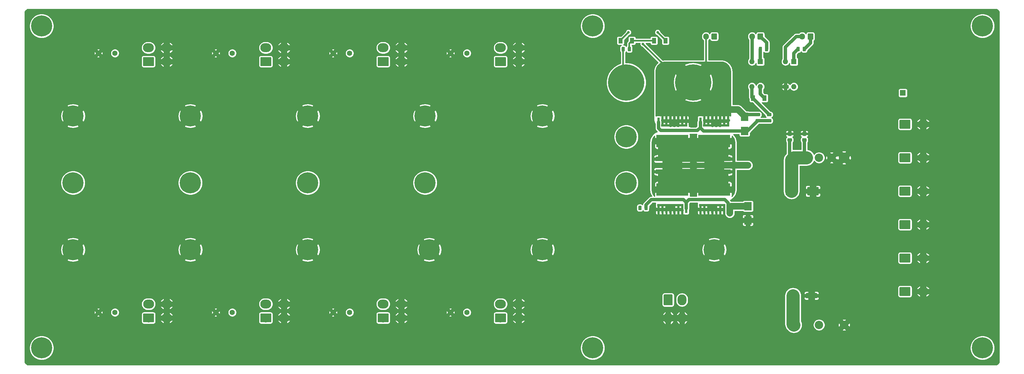
<source format=gbr>
G04 #@! TF.GenerationSoftware,KiCad,Pcbnew,(5.0.2)-1*
G04 #@! TF.CreationDate,2019-05-10T13:06:01+02:00*
G04 #@! TF.ProjectId,moc_main,6d6f635f-6d61-4696-9e2e-6b696361645f,rev?*
G04 #@! TF.SameCoordinates,Original*
G04 #@! TF.FileFunction,Copper,L2,Bot*
G04 #@! TF.FilePolarity,Positive*
%FSLAX46Y46*%
G04 Gerber Fmt 4.6, Leading zero omitted, Abs format (unit mm)*
G04 Created by KiCad (PCBNEW (5.0.2)-1) date 10.05.2019 13:06:01*
%MOMM*%
%LPD*%
G01*
G04 APERTURE LIST*
G04 #@! TA.AperFunction,Conductor*
%ADD10C,0.100000*%
G04 #@! TD*
G04 #@! TA.AperFunction,SMDPad,CuDef*
%ADD11C,0.975000*%
G04 #@! TD*
G04 #@! TA.AperFunction,SMDPad,CuDef*
%ADD12R,2.300000X2.500000*%
G04 #@! TD*
G04 #@! TA.AperFunction,ComponentPad*
%ADD13O,1.600000X1.600000*%
G04 #@! TD*
G04 #@! TA.AperFunction,ComponentPad*
%ADD14R,1.600000X1.600000*%
G04 #@! TD*
G04 #@! TA.AperFunction,ComponentPad*
%ADD15C,1.600000*%
G04 #@! TD*
G04 #@! TA.AperFunction,SMDPad,CuDef*
%ADD16C,1.600000*%
G04 #@! TD*
G04 #@! TA.AperFunction,SMDPad,CuDef*
%ADD17C,2.500000*%
G04 #@! TD*
G04 #@! TA.AperFunction,SMDPad,CuDef*
%ADD18R,1.300000X1.700000*%
G04 #@! TD*
G04 #@! TA.AperFunction,ComponentPad*
%ADD19C,2.540000*%
G04 #@! TD*
G04 #@! TA.AperFunction,ComponentPad*
%ADD20C,3.200000*%
G04 #@! TD*
G04 #@! TA.AperFunction,ComponentPad*
%ADD21O,1.700000X1.850000*%
G04 #@! TD*
G04 #@! TA.AperFunction,ComponentPad*
%ADD22C,1.700000*%
G04 #@! TD*
G04 #@! TA.AperFunction,ComponentPad*
%ADD23C,2.700000*%
G04 #@! TD*
G04 #@! TA.AperFunction,ComponentPad*
%ADD24O,3.300000X2.700000*%
G04 #@! TD*
G04 #@! TA.AperFunction,ComponentPad*
%ADD25O,2.700000X3.300000*%
G04 #@! TD*
G04 #@! TA.AperFunction,SMDPad,CuDef*
%ADD26R,8.000000X0.800000*%
G04 #@! TD*
G04 #@! TA.AperFunction,SMDPad,CuDef*
%ADD27R,0.800000X2.800000*%
G04 #@! TD*
G04 #@! TA.AperFunction,SMDPad,CuDef*
%ADD28R,9.700000X3.700000*%
G04 #@! TD*
G04 #@! TA.AperFunction,SMDPad,CuDef*
%ADD29R,8.700000X2.900000*%
G04 #@! TD*
G04 #@! TA.AperFunction,SMDPad,CuDef*
%ADD30R,10.100000X1.400000*%
G04 #@! TD*
G04 #@! TA.AperFunction,ComponentPad*
%ADD31R,1.700000X1.700000*%
G04 #@! TD*
G04 #@! TA.AperFunction,ComponentPad*
%ADD32C,11.000000*%
G04 #@! TD*
G04 #@! TA.AperFunction,ComponentPad*
%ADD33C,6.400000*%
G04 #@! TD*
G04 #@! TA.AperFunction,ViaPad*
%ADD34C,0.800000*%
G04 #@! TD*
G04 #@! TA.AperFunction,Conductor*
%ADD35C,4.000000*%
G04 #@! TD*
G04 #@! TA.AperFunction,Conductor*
%ADD36C,1.000000*%
G04 #@! TD*
G04 #@! TA.AperFunction,Conductor*
%ADD37C,0.500000*%
G04 #@! TD*
G04 #@! TA.AperFunction,Conductor*
%ADD38C,2.000000*%
G04 #@! TD*
G04 #@! TA.AperFunction,Conductor*
%ADD39C,6.000000*%
G04 #@! TD*
G04 #@! TA.AperFunction,Conductor*
%ADD40C,0.254000*%
G04 #@! TD*
G04 #@! TA.AperFunction,Conductor*
%ADD41C,0.300000*%
G04 #@! TD*
%ADD42C,0.300000*%
G04 APERTURE END LIST*
D10*
G04 #@! TO.N,Net-(D9-Pad2)*
G04 #@! TO.C,R9*
G36*
X241409642Y-46845674D02*
X241433303Y-46849184D01*
X241456507Y-46854996D01*
X241479029Y-46863054D01*
X241500653Y-46873282D01*
X241521170Y-46885579D01*
X241540383Y-46899829D01*
X241558107Y-46915893D01*
X241574171Y-46933617D01*
X241588421Y-46952830D01*
X241600718Y-46973347D01*
X241610946Y-46994971D01*
X241619004Y-47017493D01*
X241624816Y-47040697D01*
X241628326Y-47064358D01*
X241629500Y-47088250D01*
X241629500Y-47575750D01*
X241628326Y-47599642D01*
X241624816Y-47623303D01*
X241619004Y-47646507D01*
X241610946Y-47669029D01*
X241600718Y-47690653D01*
X241588421Y-47711170D01*
X241574171Y-47730383D01*
X241558107Y-47748107D01*
X241540383Y-47764171D01*
X241521170Y-47778421D01*
X241500653Y-47790718D01*
X241479029Y-47800946D01*
X241456507Y-47809004D01*
X241433303Y-47814816D01*
X241409642Y-47818326D01*
X241385750Y-47819500D01*
X240473250Y-47819500D01*
X240449358Y-47818326D01*
X240425697Y-47814816D01*
X240402493Y-47809004D01*
X240379971Y-47800946D01*
X240358347Y-47790718D01*
X240337830Y-47778421D01*
X240318617Y-47764171D01*
X240300893Y-47748107D01*
X240284829Y-47730383D01*
X240270579Y-47711170D01*
X240258282Y-47690653D01*
X240248054Y-47669029D01*
X240239996Y-47646507D01*
X240234184Y-47623303D01*
X240230674Y-47599642D01*
X240229500Y-47575750D01*
X240229500Y-47088250D01*
X240230674Y-47064358D01*
X240234184Y-47040697D01*
X240239996Y-47017493D01*
X240248054Y-46994971D01*
X240258282Y-46973347D01*
X240270579Y-46952830D01*
X240284829Y-46933617D01*
X240300893Y-46915893D01*
X240318617Y-46899829D01*
X240337830Y-46885579D01*
X240358347Y-46873282D01*
X240379971Y-46863054D01*
X240402493Y-46854996D01*
X240425697Y-46849184D01*
X240449358Y-46845674D01*
X240473250Y-46844500D01*
X241385750Y-46844500D01*
X241409642Y-46845674D01*
X241409642Y-46845674D01*
G37*
D11*
G04 #@! TD*
G04 #@! TO.P,R9,1*
G04 #@! TO.N,Net-(D9-Pad2)*
X240929500Y-47332000D03*
D10*
G04 #@! TO.N,Net-(D17-Pad1)*
G04 #@! TO.C,R9*
G36*
X241409642Y-48720674D02*
X241433303Y-48724184D01*
X241456507Y-48729996D01*
X241479029Y-48738054D01*
X241500653Y-48748282D01*
X241521170Y-48760579D01*
X241540383Y-48774829D01*
X241558107Y-48790893D01*
X241574171Y-48808617D01*
X241588421Y-48827830D01*
X241600718Y-48848347D01*
X241610946Y-48869971D01*
X241619004Y-48892493D01*
X241624816Y-48915697D01*
X241628326Y-48939358D01*
X241629500Y-48963250D01*
X241629500Y-49450750D01*
X241628326Y-49474642D01*
X241624816Y-49498303D01*
X241619004Y-49521507D01*
X241610946Y-49544029D01*
X241600718Y-49565653D01*
X241588421Y-49586170D01*
X241574171Y-49605383D01*
X241558107Y-49623107D01*
X241540383Y-49639171D01*
X241521170Y-49653421D01*
X241500653Y-49665718D01*
X241479029Y-49675946D01*
X241456507Y-49684004D01*
X241433303Y-49689816D01*
X241409642Y-49693326D01*
X241385750Y-49694500D01*
X240473250Y-49694500D01*
X240449358Y-49693326D01*
X240425697Y-49689816D01*
X240402493Y-49684004D01*
X240379971Y-49675946D01*
X240358347Y-49665718D01*
X240337830Y-49653421D01*
X240318617Y-49639171D01*
X240300893Y-49623107D01*
X240284829Y-49605383D01*
X240270579Y-49586170D01*
X240258282Y-49565653D01*
X240248054Y-49544029D01*
X240239996Y-49521507D01*
X240234184Y-49498303D01*
X240230674Y-49474642D01*
X240229500Y-49450750D01*
X240229500Y-48963250D01*
X240230674Y-48939358D01*
X240234184Y-48915697D01*
X240239996Y-48892493D01*
X240248054Y-48869971D01*
X240258282Y-48848347D01*
X240270579Y-48827830D01*
X240284829Y-48808617D01*
X240300893Y-48790893D01*
X240318617Y-48774829D01*
X240337830Y-48760579D01*
X240358347Y-48748282D01*
X240379971Y-48738054D01*
X240402493Y-48729996D01*
X240425697Y-48724184D01*
X240449358Y-48720674D01*
X240473250Y-48719500D01*
X241385750Y-48719500D01*
X241409642Y-48720674D01*
X241409642Y-48720674D01*
G37*
D11*
G04 #@! TD*
G04 #@! TO.P,R9,2*
G04 #@! TO.N,Net-(D17-Pad1)*
X240929500Y-49207000D03*
D12*
G04 #@! TO.P,D17,2*
G04 #@! TO.N,Net-(D10-Pad1)*
X233492000Y-48032000D03*
G04 #@! TO.P,D17,1*
G04 #@! TO.N,Net-(D17-Pad1)*
X233492000Y-52332000D03*
G04 #@! TD*
D13*
G04 #@! TO.P,U3,4*
G04 #@! TO.N,Net-(IC2-Pad2)*
X248412000Y-38862000D03*
G04 #@! TO.P,U3,2*
G04 #@! TO.N,Net-(J39-Pad2)*
X245872000Y-31242000D03*
G04 #@! TO.P,U3,3*
G04 #@! TO.N,-BattPow*
X245872000Y-38862000D03*
D14*
G04 #@! TO.P,U3,1*
G04 #@! TO.N,Net-(R16-Pad1)*
X248412000Y-31242000D03*
G04 #@! TD*
D15*
G04 #@! TO.P,C15,1*
G04 #@! TO.N,Net-(C15-Pad1)*
X42672000Y-107442000D03*
G04 #@! TO.P,C15,2*
G04 #@! TO.N,-BattPow*
X37672000Y-107442000D03*
G04 #@! TD*
G04 #@! TO.P,C16,2*
G04 #@! TO.N,-BattPow*
X73232000Y-107442000D03*
G04 #@! TO.P,C16,1*
G04 #@! TO.N,Net-(C16-Pad1)*
X78232000Y-107442000D03*
G04 #@! TD*
G04 #@! TO.P,C17,1*
G04 #@! TO.N,Net-(C17-Pad1)*
X113792000Y-107442000D03*
G04 #@! TO.P,C17,2*
G04 #@! TO.N,-BattPow*
X108792000Y-107442000D03*
G04 #@! TD*
G04 #@! TO.P,C18,2*
G04 #@! TO.N,-BattPow*
X144352000Y-107442000D03*
G04 #@! TO.P,C18,1*
G04 #@! TO.N,Net-(C18-Pad1)*
X149352000Y-107442000D03*
G04 #@! TD*
G04 #@! TO.P,C19,1*
G04 #@! TO.N,Net-(C19-Pad1)*
X149352000Y-28702000D03*
G04 #@! TO.P,C19,2*
G04 #@! TO.N,-BattPow*
X144352000Y-28702000D03*
G04 #@! TD*
G04 #@! TO.P,C20,1*
G04 #@! TO.N,Net-(C20-Pad1)*
X113792000Y-28702000D03*
G04 #@! TO.P,C20,2*
G04 #@! TO.N,-BattPow*
X108792000Y-28702000D03*
G04 #@! TD*
G04 #@! TO.P,C21,2*
G04 #@! TO.N,-BattPow*
X73232000Y-28702000D03*
G04 #@! TO.P,C21,1*
G04 #@! TO.N,Net-(C21-Pad1)*
X78232000Y-28702000D03*
G04 #@! TD*
D10*
G04 #@! TO.N,+BattPow*
G04 #@! TO.C,C23*
G36*
X249676504Y-101563204D02*
X249700773Y-101566804D01*
X249724571Y-101572765D01*
X249747671Y-101581030D01*
X249769849Y-101591520D01*
X249790893Y-101604133D01*
X249810598Y-101618747D01*
X249828777Y-101635223D01*
X249845253Y-101653402D01*
X249859867Y-101673107D01*
X249872480Y-101694151D01*
X249882970Y-101716329D01*
X249891235Y-101739429D01*
X249897196Y-101763227D01*
X249900796Y-101787496D01*
X249902000Y-101812000D01*
X249902000Y-102912000D01*
X249900796Y-102936504D01*
X249897196Y-102960773D01*
X249891235Y-102984571D01*
X249882970Y-103007671D01*
X249872480Y-103029849D01*
X249859867Y-103050893D01*
X249845253Y-103070598D01*
X249828777Y-103088777D01*
X249810598Y-103105253D01*
X249790893Y-103119867D01*
X249769849Y-103132480D01*
X249747671Y-103142970D01*
X249724571Y-103151235D01*
X249700773Y-103157196D01*
X249676504Y-103160796D01*
X249652000Y-103162000D01*
X246652000Y-103162000D01*
X246627496Y-103160796D01*
X246603227Y-103157196D01*
X246579429Y-103151235D01*
X246556329Y-103142970D01*
X246534151Y-103132480D01*
X246513107Y-103119867D01*
X246493402Y-103105253D01*
X246475223Y-103088777D01*
X246458747Y-103070598D01*
X246444133Y-103050893D01*
X246431520Y-103029849D01*
X246421030Y-103007671D01*
X246412765Y-102984571D01*
X246406804Y-102960773D01*
X246403204Y-102936504D01*
X246402000Y-102912000D01*
X246402000Y-101812000D01*
X246403204Y-101787496D01*
X246406804Y-101763227D01*
X246412765Y-101739429D01*
X246421030Y-101716329D01*
X246431520Y-101694151D01*
X246444133Y-101673107D01*
X246458747Y-101653402D01*
X246475223Y-101635223D01*
X246493402Y-101618747D01*
X246513107Y-101604133D01*
X246534151Y-101591520D01*
X246556329Y-101581030D01*
X246579429Y-101572765D01*
X246603227Y-101566804D01*
X246627496Y-101563204D01*
X246652000Y-101562000D01*
X249652000Y-101562000D01*
X249676504Y-101563204D01*
X249676504Y-101563204D01*
G37*
D16*
G04 #@! TD*
G04 #@! TO.P,C23,1*
G04 #@! TO.N,+BattPow*
X248152000Y-102362000D03*
D10*
G04 #@! TO.N,-BattPow*
G04 #@! TO.C,C23*
G36*
X255276504Y-101563204D02*
X255300773Y-101566804D01*
X255324571Y-101572765D01*
X255347671Y-101581030D01*
X255369849Y-101591520D01*
X255390893Y-101604133D01*
X255410598Y-101618747D01*
X255428777Y-101635223D01*
X255445253Y-101653402D01*
X255459867Y-101673107D01*
X255472480Y-101694151D01*
X255482970Y-101716329D01*
X255491235Y-101739429D01*
X255497196Y-101763227D01*
X255500796Y-101787496D01*
X255502000Y-101812000D01*
X255502000Y-102912000D01*
X255500796Y-102936504D01*
X255497196Y-102960773D01*
X255491235Y-102984571D01*
X255482970Y-103007671D01*
X255472480Y-103029849D01*
X255459867Y-103050893D01*
X255445253Y-103070598D01*
X255428777Y-103088777D01*
X255410598Y-103105253D01*
X255390893Y-103119867D01*
X255369849Y-103132480D01*
X255347671Y-103142970D01*
X255324571Y-103151235D01*
X255300773Y-103157196D01*
X255276504Y-103160796D01*
X255252000Y-103162000D01*
X252252000Y-103162000D01*
X252227496Y-103160796D01*
X252203227Y-103157196D01*
X252179429Y-103151235D01*
X252156329Y-103142970D01*
X252134151Y-103132480D01*
X252113107Y-103119867D01*
X252093402Y-103105253D01*
X252075223Y-103088777D01*
X252058747Y-103070598D01*
X252044133Y-103050893D01*
X252031520Y-103029849D01*
X252021030Y-103007671D01*
X252012765Y-102984571D01*
X252006804Y-102960773D01*
X252003204Y-102936504D01*
X252002000Y-102912000D01*
X252002000Y-101812000D01*
X252003204Y-101787496D01*
X252006804Y-101763227D01*
X252012765Y-101739429D01*
X252021030Y-101716329D01*
X252031520Y-101694151D01*
X252044133Y-101673107D01*
X252058747Y-101653402D01*
X252075223Y-101635223D01*
X252093402Y-101618747D01*
X252113107Y-101604133D01*
X252134151Y-101591520D01*
X252156329Y-101581030D01*
X252179429Y-101572765D01*
X252203227Y-101566804D01*
X252227496Y-101563204D01*
X252252000Y-101562000D01*
X255252000Y-101562000D01*
X255276504Y-101563204D01*
X255276504Y-101563204D01*
G37*
D16*
G04 #@! TD*
G04 #@! TO.P,C23,2*
G04 #@! TO.N,-BattPow*
X253752000Y-102362000D03*
D10*
G04 #@! TO.N,Net-(C24-Pad1)*
G04 #@! TO.C,C24*
G36*
X247622142Y-54553174D02*
X247645803Y-54556684D01*
X247669007Y-54562496D01*
X247691529Y-54570554D01*
X247713153Y-54580782D01*
X247733670Y-54593079D01*
X247752883Y-54607329D01*
X247770607Y-54623393D01*
X247786671Y-54641117D01*
X247800921Y-54660330D01*
X247813218Y-54680847D01*
X247823446Y-54702471D01*
X247831504Y-54724993D01*
X247837316Y-54748197D01*
X247840826Y-54771858D01*
X247842000Y-54795750D01*
X247842000Y-55283250D01*
X247840826Y-55307142D01*
X247837316Y-55330803D01*
X247831504Y-55354007D01*
X247823446Y-55376529D01*
X247813218Y-55398153D01*
X247800921Y-55418670D01*
X247786671Y-55437883D01*
X247770607Y-55455607D01*
X247752883Y-55471671D01*
X247733670Y-55485921D01*
X247713153Y-55498218D01*
X247691529Y-55508446D01*
X247669007Y-55516504D01*
X247645803Y-55522316D01*
X247622142Y-55525826D01*
X247598250Y-55527000D01*
X246685750Y-55527000D01*
X246661858Y-55525826D01*
X246638197Y-55522316D01*
X246614993Y-55516504D01*
X246592471Y-55508446D01*
X246570847Y-55498218D01*
X246550330Y-55485921D01*
X246531117Y-55471671D01*
X246513393Y-55455607D01*
X246497329Y-55437883D01*
X246483079Y-55418670D01*
X246470782Y-55398153D01*
X246460554Y-55376529D01*
X246452496Y-55354007D01*
X246446684Y-55330803D01*
X246443174Y-55307142D01*
X246442000Y-55283250D01*
X246442000Y-54795750D01*
X246443174Y-54771858D01*
X246446684Y-54748197D01*
X246452496Y-54724993D01*
X246460554Y-54702471D01*
X246470782Y-54680847D01*
X246483079Y-54660330D01*
X246497329Y-54641117D01*
X246513393Y-54623393D01*
X246531117Y-54607329D01*
X246550330Y-54593079D01*
X246570847Y-54580782D01*
X246592471Y-54570554D01*
X246614993Y-54562496D01*
X246638197Y-54556684D01*
X246661858Y-54553174D01*
X246685750Y-54552000D01*
X247598250Y-54552000D01*
X247622142Y-54553174D01*
X247622142Y-54553174D01*
G37*
D11*
G04 #@! TD*
G04 #@! TO.P,C24,1*
G04 #@! TO.N,Net-(C24-Pad1)*
X247142000Y-55039500D03*
D10*
G04 #@! TO.N,-BattPow*
G04 #@! TO.C,C24*
G36*
X247622142Y-52678174D02*
X247645803Y-52681684D01*
X247669007Y-52687496D01*
X247691529Y-52695554D01*
X247713153Y-52705782D01*
X247733670Y-52718079D01*
X247752883Y-52732329D01*
X247770607Y-52748393D01*
X247786671Y-52766117D01*
X247800921Y-52785330D01*
X247813218Y-52805847D01*
X247823446Y-52827471D01*
X247831504Y-52849993D01*
X247837316Y-52873197D01*
X247840826Y-52896858D01*
X247842000Y-52920750D01*
X247842000Y-53408250D01*
X247840826Y-53432142D01*
X247837316Y-53455803D01*
X247831504Y-53479007D01*
X247823446Y-53501529D01*
X247813218Y-53523153D01*
X247800921Y-53543670D01*
X247786671Y-53562883D01*
X247770607Y-53580607D01*
X247752883Y-53596671D01*
X247733670Y-53610921D01*
X247713153Y-53623218D01*
X247691529Y-53633446D01*
X247669007Y-53641504D01*
X247645803Y-53647316D01*
X247622142Y-53650826D01*
X247598250Y-53652000D01*
X246685750Y-53652000D01*
X246661858Y-53650826D01*
X246638197Y-53647316D01*
X246614993Y-53641504D01*
X246592471Y-53633446D01*
X246570847Y-53623218D01*
X246550330Y-53610921D01*
X246531117Y-53596671D01*
X246513393Y-53580607D01*
X246497329Y-53562883D01*
X246483079Y-53543670D01*
X246470782Y-53523153D01*
X246460554Y-53501529D01*
X246452496Y-53479007D01*
X246446684Y-53455803D01*
X246443174Y-53432142D01*
X246442000Y-53408250D01*
X246442000Y-52920750D01*
X246443174Y-52896858D01*
X246446684Y-52873197D01*
X246452496Y-52849993D01*
X246460554Y-52827471D01*
X246470782Y-52805847D01*
X246483079Y-52785330D01*
X246497329Y-52766117D01*
X246513393Y-52748393D01*
X246531117Y-52732329D01*
X246550330Y-52718079D01*
X246570847Y-52705782D01*
X246592471Y-52695554D01*
X246614993Y-52687496D01*
X246638197Y-52681684D01*
X246661858Y-52678174D01*
X246685750Y-52677000D01*
X247598250Y-52677000D01*
X247622142Y-52678174D01*
X247622142Y-52678174D01*
G37*
D11*
G04 #@! TD*
G04 #@! TO.P,C24,2*
G04 #@! TO.N,-BattPow*
X247142000Y-53164500D03*
D10*
G04 #@! TO.N,-BattPow*
G04 #@! TO.C,C25*
G36*
X252067142Y-52678174D02*
X252090803Y-52681684D01*
X252114007Y-52687496D01*
X252136529Y-52695554D01*
X252158153Y-52705782D01*
X252178670Y-52718079D01*
X252197883Y-52732329D01*
X252215607Y-52748393D01*
X252231671Y-52766117D01*
X252245921Y-52785330D01*
X252258218Y-52805847D01*
X252268446Y-52827471D01*
X252276504Y-52849993D01*
X252282316Y-52873197D01*
X252285826Y-52896858D01*
X252287000Y-52920750D01*
X252287000Y-53408250D01*
X252285826Y-53432142D01*
X252282316Y-53455803D01*
X252276504Y-53479007D01*
X252268446Y-53501529D01*
X252258218Y-53523153D01*
X252245921Y-53543670D01*
X252231671Y-53562883D01*
X252215607Y-53580607D01*
X252197883Y-53596671D01*
X252178670Y-53610921D01*
X252158153Y-53623218D01*
X252136529Y-53633446D01*
X252114007Y-53641504D01*
X252090803Y-53647316D01*
X252067142Y-53650826D01*
X252043250Y-53652000D01*
X251130750Y-53652000D01*
X251106858Y-53650826D01*
X251083197Y-53647316D01*
X251059993Y-53641504D01*
X251037471Y-53633446D01*
X251015847Y-53623218D01*
X250995330Y-53610921D01*
X250976117Y-53596671D01*
X250958393Y-53580607D01*
X250942329Y-53562883D01*
X250928079Y-53543670D01*
X250915782Y-53523153D01*
X250905554Y-53501529D01*
X250897496Y-53479007D01*
X250891684Y-53455803D01*
X250888174Y-53432142D01*
X250887000Y-53408250D01*
X250887000Y-52920750D01*
X250888174Y-52896858D01*
X250891684Y-52873197D01*
X250897496Y-52849993D01*
X250905554Y-52827471D01*
X250915782Y-52805847D01*
X250928079Y-52785330D01*
X250942329Y-52766117D01*
X250958393Y-52748393D01*
X250976117Y-52732329D01*
X250995330Y-52718079D01*
X251015847Y-52705782D01*
X251037471Y-52695554D01*
X251059993Y-52687496D01*
X251083197Y-52681684D01*
X251106858Y-52678174D01*
X251130750Y-52677000D01*
X252043250Y-52677000D01*
X252067142Y-52678174D01*
X252067142Y-52678174D01*
G37*
D11*
G04 #@! TD*
G04 #@! TO.P,C25,2*
G04 #@! TO.N,-BattPow*
X251587000Y-53164500D03*
D10*
G04 #@! TO.N,Net-(C24-Pad1)*
G04 #@! TO.C,C25*
G36*
X252067142Y-54553174D02*
X252090803Y-54556684D01*
X252114007Y-54562496D01*
X252136529Y-54570554D01*
X252158153Y-54580782D01*
X252178670Y-54593079D01*
X252197883Y-54607329D01*
X252215607Y-54623393D01*
X252231671Y-54641117D01*
X252245921Y-54660330D01*
X252258218Y-54680847D01*
X252268446Y-54702471D01*
X252276504Y-54724993D01*
X252282316Y-54748197D01*
X252285826Y-54771858D01*
X252287000Y-54795750D01*
X252287000Y-55283250D01*
X252285826Y-55307142D01*
X252282316Y-55330803D01*
X252276504Y-55354007D01*
X252268446Y-55376529D01*
X252258218Y-55398153D01*
X252245921Y-55418670D01*
X252231671Y-55437883D01*
X252215607Y-55455607D01*
X252197883Y-55471671D01*
X252178670Y-55485921D01*
X252158153Y-55498218D01*
X252136529Y-55508446D01*
X252114007Y-55516504D01*
X252090803Y-55522316D01*
X252067142Y-55525826D01*
X252043250Y-55527000D01*
X251130750Y-55527000D01*
X251106858Y-55525826D01*
X251083197Y-55522316D01*
X251059993Y-55516504D01*
X251037471Y-55508446D01*
X251015847Y-55498218D01*
X250995330Y-55485921D01*
X250976117Y-55471671D01*
X250958393Y-55455607D01*
X250942329Y-55437883D01*
X250928079Y-55418670D01*
X250915782Y-55398153D01*
X250905554Y-55376529D01*
X250897496Y-55354007D01*
X250891684Y-55330803D01*
X250888174Y-55307142D01*
X250887000Y-55283250D01*
X250887000Y-54795750D01*
X250888174Y-54771858D01*
X250891684Y-54748197D01*
X250897496Y-54724993D01*
X250905554Y-54702471D01*
X250915782Y-54680847D01*
X250928079Y-54660330D01*
X250942329Y-54641117D01*
X250958393Y-54623393D01*
X250976117Y-54607329D01*
X250995330Y-54593079D01*
X251015847Y-54580782D01*
X251037471Y-54570554D01*
X251059993Y-54562496D01*
X251083197Y-54556684D01*
X251106858Y-54553174D01*
X251130750Y-54552000D01*
X252043250Y-54552000D01*
X252067142Y-54553174D01*
X252067142Y-54553174D01*
G37*
D11*
G04 #@! TD*
G04 #@! TO.P,C25,1*
G04 #@! TO.N,Net-(C24-Pad1)*
X251587000Y-55039500D03*
D10*
G04 #@! TO.N,-BattPow*
G04 #@! TO.C,C26*
G36*
X255726504Y-69363204D02*
X255750773Y-69366804D01*
X255774571Y-69372765D01*
X255797671Y-69381030D01*
X255819849Y-69391520D01*
X255840893Y-69404133D01*
X255860598Y-69418747D01*
X255878777Y-69435223D01*
X255895253Y-69453402D01*
X255909867Y-69473107D01*
X255922480Y-69494151D01*
X255932970Y-69516329D01*
X255941235Y-69539429D01*
X255947196Y-69563227D01*
X255950796Y-69587496D01*
X255952000Y-69612000D01*
X255952000Y-71612000D01*
X255950796Y-71636504D01*
X255947196Y-71660773D01*
X255941235Y-71684571D01*
X255932970Y-71707671D01*
X255922480Y-71729849D01*
X255909867Y-71750893D01*
X255895253Y-71770598D01*
X255878777Y-71788777D01*
X255860598Y-71805253D01*
X255840893Y-71819867D01*
X255819849Y-71832480D01*
X255797671Y-71842970D01*
X255774571Y-71851235D01*
X255750773Y-71857196D01*
X255726504Y-71860796D01*
X255702000Y-71862000D01*
X252702000Y-71862000D01*
X252677496Y-71860796D01*
X252653227Y-71857196D01*
X252629429Y-71851235D01*
X252606329Y-71842970D01*
X252584151Y-71832480D01*
X252563107Y-71819867D01*
X252543402Y-71805253D01*
X252525223Y-71788777D01*
X252508747Y-71770598D01*
X252494133Y-71750893D01*
X252481520Y-71729849D01*
X252471030Y-71707671D01*
X252462765Y-71684571D01*
X252456804Y-71660773D01*
X252453204Y-71636504D01*
X252452000Y-71612000D01*
X252452000Y-69612000D01*
X252453204Y-69587496D01*
X252456804Y-69563227D01*
X252462765Y-69539429D01*
X252471030Y-69516329D01*
X252481520Y-69494151D01*
X252494133Y-69473107D01*
X252508747Y-69453402D01*
X252525223Y-69435223D01*
X252543402Y-69418747D01*
X252563107Y-69404133D01*
X252584151Y-69391520D01*
X252606329Y-69381030D01*
X252629429Y-69372765D01*
X252653227Y-69366804D01*
X252677496Y-69363204D01*
X252702000Y-69362000D01*
X255702000Y-69362000D01*
X255726504Y-69363204D01*
X255726504Y-69363204D01*
G37*
D17*
G04 #@! TD*
G04 #@! TO.P,C26,2*
G04 #@! TO.N,-BattPow*
X254202000Y-70612000D03*
D10*
G04 #@! TO.N,Net-(C24-Pad1)*
G04 #@! TO.C,C26*
G36*
X249226504Y-69363204D02*
X249250773Y-69366804D01*
X249274571Y-69372765D01*
X249297671Y-69381030D01*
X249319849Y-69391520D01*
X249340893Y-69404133D01*
X249360598Y-69418747D01*
X249378777Y-69435223D01*
X249395253Y-69453402D01*
X249409867Y-69473107D01*
X249422480Y-69494151D01*
X249432970Y-69516329D01*
X249441235Y-69539429D01*
X249447196Y-69563227D01*
X249450796Y-69587496D01*
X249452000Y-69612000D01*
X249452000Y-71612000D01*
X249450796Y-71636504D01*
X249447196Y-71660773D01*
X249441235Y-71684571D01*
X249432970Y-71707671D01*
X249422480Y-71729849D01*
X249409867Y-71750893D01*
X249395253Y-71770598D01*
X249378777Y-71788777D01*
X249360598Y-71805253D01*
X249340893Y-71819867D01*
X249319849Y-71832480D01*
X249297671Y-71842970D01*
X249274571Y-71851235D01*
X249250773Y-71857196D01*
X249226504Y-71860796D01*
X249202000Y-71862000D01*
X246202000Y-71862000D01*
X246177496Y-71860796D01*
X246153227Y-71857196D01*
X246129429Y-71851235D01*
X246106329Y-71842970D01*
X246084151Y-71832480D01*
X246063107Y-71819867D01*
X246043402Y-71805253D01*
X246025223Y-71788777D01*
X246008747Y-71770598D01*
X245994133Y-71750893D01*
X245981520Y-71729849D01*
X245971030Y-71707671D01*
X245962765Y-71684571D01*
X245956804Y-71660773D01*
X245953204Y-71636504D01*
X245952000Y-71612000D01*
X245952000Y-69612000D01*
X245953204Y-69587496D01*
X245956804Y-69563227D01*
X245962765Y-69539429D01*
X245971030Y-69516329D01*
X245981520Y-69494151D01*
X245994133Y-69473107D01*
X246008747Y-69453402D01*
X246025223Y-69435223D01*
X246043402Y-69418747D01*
X246063107Y-69404133D01*
X246084151Y-69391520D01*
X246106329Y-69381030D01*
X246129429Y-69372765D01*
X246153227Y-69366804D01*
X246177496Y-69363204D01*
X246202000Y-69362000D01*
X249202000Y-69362000D01*
X249226504Y-69363204D01*
X249226504Y-69363204D01*
G37*
D17*
G04 #@! TD*
G04 #@! TO.P,C26,1*
G04 #@! TO.N,Net-(C24-Pad1)*
X247702000Y-70612000D03*
D18*
G04 #@! TO.P,D9,1*
G04 #@! TO.N,+BattPow*
X239492000Y-42332000D03*
G04 #@! TO.P,D9,2*
G04 #@! TO.N,Net-(D9-Pad2)*
X235992000Y-42332000D03*
G04 #@! TD*
G04 #@! TO.P,D12,1*
G04 #@! TO.N,Net-(D10-Pad2)*
X195862000Y-24892000D03*
G04 #@! TO.P,D12,2*
G04 #@! TO.N,Net-(D12-Pad2)*
X199362000Y-24892000D03*
G04 #@! TD*
G04 #@! TO.P,D13,1*
G04 #@! TO.N,Net-(D12-Pad2)*
X206022000Y-24892000D03*
G04 #@! TO.P,D13,2*
G04 #@! TO.N,Net-(D11-Pad1)*
X209522000Y-24892000D03*
G04 #@! TD*
D19*
G04 #@! TO.P,IC2,1*
G04 #@! TO.N,+BattPow*
X248412000Y-111252000D03*
G04 #@! TO.P,IC2,2*
G04 #@! TO.N,Net-(IC2-Pad2)*
X256032000Y-111252000D03*
G04 #@! TO.P,IC2,3*
G04 #@! TO.N,-BattPow*
X263652000Y-111252000D03*
D20*
G04 #@! TO.P,IC2,4*
X263652000Y-60452000D03*
D19*
G04 #@! TO.P,IC2,5*
X259842000Y-60452000D03*
G04 #@! TO.P,IC2,6*
G04 #@! TO.N,N/C*
X256032000Y-60452000D03*
G04 #@! TO.P,IC2,7*
G04 #@! TO.N,Net-(C24-Pad1)*
X252222000Y-60452000D03*
D20*
G04 #@! TO.P,IC2,8*
X248412000Y-60452000D03*
G04 #@! TD*
D21*
G04 #@! TO.P,J27,2*
G04 #@! TO.N,Net-(J27-Pad2)*
X235752000Y-23622000D03*
D10*
G04 #@! TD*
G04 #@! TO.N,Net-(J27-Pad1)*
G04 #@! TO.C,J27*
G36*
X238876504Y-22698204D02*
X238900773Y-22701804D01*
X238924571Y-22707765D01*
X238947671Y-22716030D01*
X238969849Y-22726520D01*
X238990893Y-22739133D01*
X239010598Y-22753747D01*
X239028777Y-22770223D01*
X239045253Y-22788402D01*
X239059867Y-22808107D01*
X239072480Y-22829151D01*
X239082970Y-22851329D01*
X239091235Y-22874429D01*
X239097196Y-22898227D01*
X239100796Y-22922496D01*
X239102000Y-22947000D01*
X239102000Y-24297000D01*
X239100796Y-24321504D01*
X239097196Y-24345773D01*
X239091235Y-24369571D01*
X239082970Y-24392671D01*
X239072480Y-24414849D01*
X239059867Y-24435893D01*
X239045253Y-24455598D01*
X239028777Y-24473777D01*
X239010598Y-24490253D01*
X238990893Y-24504867D01*
X238969849Y-24517480D01*
X238947671Y-24527970D01*
X238924571Y-24536235D01*
X238900773Y-24542196D01*
X238876504Y-24545796D01*
X238852000Y-24547000D01*
X237652000Y-24547000D01*
X237627496Y-24545796D01*
X237603227Y-24542196D01*
X237579429Y-24536235D01*
X237556329Y-24527970D01*
X237534151Y-24517480D01*
X237513107Y-24504867D01*
X237493402Y-24490253D01*
X237475223Y-24473777D01*
X237458747Y-24455598D01*
X237444133Y-24435893D01*
X237431520Y-24414849D01*
X237421030Y-24392671D01*
X237412765Y-24369571D01*
X237406804Y-24345773D01*
X237403204Y-24321504D01*
X237402000Y-24297000D01*
X237402000Y-22947000D01*
X237403204Y-22922496D01*
X237406804Y-22898227D01*
X237412765Y-22874429D01*
X237421030Y-22851329D01*
X237431520Y-22829151D01*
X237444133Y-22808107D01*
X237458747Y-22788402D01*
X237475223Y-22770223D01*
X237493402Y-22753747D01*
X237513107Y-22739133D01*
X237534151Y-22726520D01*
X237556329Y-22716030D01*
X237579429Y-22707765D01*
X237603227Y-22701804D01*
X237627496Y-22698204D01*
X237652000Y-22697000D01*
X238852000Y-22697000D01*
X238876504Y-22698204D01*
X238876504Y-22698204D01*
G37*
D22*
G04 #@! TO.P,J27,1*
G04 #@! TO.N,Net-(J27-Pad1)*
X238252000Y-23622000D03*
G04 #@! TD*
D10*
G04 #@! TO.N,Net-(C15-Pad1)*
G04 #@! TO.C,J28*
G36*
X54276503Y-107753204D02*
X54300772Y-107756804D01*
X54324570Y-107762765D01*
X54347670Y-107771030D01*
X54369849Y-107781520D01*
X54390892Y-107794133D01*
X54410598Y-107808748D01*
X54428776Y-107825224D01*
X54445252Y-107843402D01*
X54459867Y-107863108D01*
X54472480Y-107884151D01*
X54482970Y-107906330D01*
X54491235Y-107929430D01*
X54497196Y-107953228D01*
X54500796Y-107977497D01*
X54502000Y-108002001D01*
X54502000Y-110201999D01*
X54500796Y-110226503D01*
X54497196Y-110250772D01*
X54491235Y-110274570D01*
X54482970Y-110297670D01*
X54472480Y-110319849D01*
X54459867Y-110340892D01*
X54445252Y-110360598D01*
X54428776Y-110378776D01*
X54410598Y-110395252D01*
X54390892Y-110409867D01*
X54369849Y-110422480D01*
X54347670Y-110432970D01*
X54324570Y-110441235D01*
X54300772Y-110447196D01*
X54276503Y-110450796D01*
X54251999Y-110452000D01*
X51452001Y-110452000D01*
X51427497Y-110450796D01*
X51403228Y-110447196D01*
X51379430Y-110441235D01*
X51356330Y-110432970D01*
X51334151Y-110422480D01*
X51313108Y-110409867D01*
X51293402Y-110395252D01*
X51275224Y-110378776D01*
X51258748Y-110360598D01*
X51244133Y-110340892D01*
X51231520Y-110319849D01*
X51221030Y-110297670D01*
X51212765Y-110274570D01*
X51206804Y-110250772D01*
X51203204Y-110226503D01*
X51202000Y-110201999D01*
X51202000Y-108002001D01*
X51203204Y-107977497D01*
X51206804Y-107953228D01*
X51212765Y-107929430D01*
X51221030Y-107906330D01*
X51231520Y-107884151D01*
X51244133Y-107863108D01*
X51258748Y-107843402D01*
X51275224Y-107825224D01*
X51293402Y-107808748D01*
X51313108Y-107794133D01*
X51334151Y-107781520D01*
X51356330Y-107771030D01*
X51379430Y-107762765D01*
X51403228Y-107756804D01*
X51427497Y-107753204D01*
X51452001Y-107752000D01*
X54251999Y-107752000D01*
X54276503Y-107753204D01*
X54276503Y-107753204D01*
G37*
D23*
G04 #@! TD*
G04 #@! TO.P,J28,1*
G04 #@! TO.N,Net-(C15-Pad1)*
X52852000Y-109102000D03*
D24*
G04 #@! TO.P,J28,2*
G04 #@! TO.N,Net-(C15-Pad1)*
X52852000Y-104902000D03*
G04 #@! TO.P,J28,3*
G04 #@! TO.N,-BattPow*
X58352000Y-109102000D03*
G04 #@! TO.P,J28,4*
X58352000Y-104902000D03*
G04 #@! TD*
G04 #@! TO.P,J29,4*
G04 #@! TO.N,-BattPow*
X93892000Y-104902000D03*
G04 #@! TO.P,J29,3*
X93892000Y-109102000D03*
G04 #@! TO.P,J29,2*
G04 #@! TO.N,Net-(C16-Pad1)*
X88392000Y-104902000D03*
D10*
G04 #@! TD*
G04 #@! TO.N,Net-(C16-Pad1)*
G04 #@! TO.C,J29*
G36*
X89816503Y-107753204D02*
X89840772Y-107756804D01*
X89864570Y-107762765D01*
X89887670Y-107771030D01*
X89909849Y-107781520D01*
X89930892Y-107794133D01*
X89950598Y-107808748D01*
X89968776Y-107825224D01*
X89985252Y-107843402D01*
X89999867Y-107863108D01*
X90012480Y-107884151D01*
X90022970Y-107906330D01*
X90031235Y-107929430D01*
X90037196Y-107953228D01*
X90040796Y-107977497D01*
X90042000Y-108002001D01*
X90042000Y-110201999D01*
X90040796Y-110226503D01*
X90037196Y-110250772D01*
X90031235Y-110274570D01*
X90022970Y-110297670D01*
X90012480Y-110319849D01*
X89999867Y-110340892D01*
X89985252Y-110360598D01*
X89968776Y-110378776D01*
X89950598Y-110395252D01*
X89930892Y-110409867D01*
X89909849Y-110422480D01*
X89887670Y-110432970D01*
X89864570Y-110441235D01*
X89840772Y-110447196D01*
X89816503Y-110450796D01*
X89791999Y-110452000D01*
X86992001Y-110452000D01*
X86967497Y-110450796D01*
X86943228Y-110447196D01*
X86919430Y-110441235D01*
X86896330Y-110432970D01*
X86874151Y-110422480D01*
X86853108Y-110409867D01*
X86833402Y-110395252D01*
X86815224Y-110378776D01*
X86798748Y-110360598D01*
X86784133Y-110340892D01*
X86771520Y-110319849D01*
X86761030Y-110297670D01*
X86752765Y-110274570D01*
X86746804Y-110250772D01*
X86743204Y-110226503D01*
X86742000Y-110201999D01*
X86742000Y-108002001D01*
X86743204Y-107977497D01*
X86746804Y-107953228D01*
X86752765Y-107929430D01*
X86761030Y-107906330D01*
X86771520Y-107884151D01*
X86784133Y-107863108D01*
X86798748Y-107843402D01*
X86815224Y-107825224D01*
X86833402Y-107808748D01*
X86853108Y-107794133D01*
X86874151Y-107781520D01*
X86896330Y-107771030D01*
X86919430Y-107762765D01*
X86943228Y-107756804D01*
X86967497Y-107753204D01*
X86992001Y-107752000D01*
X89791999Y-107752000D01*
X89816503Y-107753204D01*
X89816503Y-107753204D01*
G37*
D23*
G04 #@! TO.P,J29,1*
G04 #@! TO.N,Net-(C16-Pad1)*
X88392000Y-109102000D03*
G04 #@! TD*
D10*
G04 #@! TO.N,Net-(C17-Pad1)*
G04 #@! TO.C,J30*
G36*
X125376503Y-107753204D02*
X125400772Y-107756804D01*
X125424570Y-107762765D01*
X125447670Y-107771030D01*
X125469849Y-107781520D01*
X125490892Y-107794133D01*
X125510598Y-107808748D01*
X125528776Y-107825224D01*
X125545252Y-107843402D01*
X125559867Y-107863108D01*
X125572480Y-107884151D01*
X125582970Y-107906330D01*
X125591235Y-107929430D01*
X125597196Y-107953228D01*
X125600796Y-107977497D01*
X125602000Y-108002001D01*
X125602000Y-110201999D01*
X125600796Y-110226503D01*
X125597196Y-110250772D01*
X125591235Y-110274570D01*
X125582970Y-110297670D01*
X125572480Y-110319849D01*
X125559867Y-110340892D01*
X125545252Y-110360598D01*
X125528776Y-110378776D01*
X125510598Y-110395252D01*
X125490892Y-110409867D01*
X125469849Y-110422480D01*
X125447670Y-110432970D01*
X125424570Y-110441235D01*
X125400772Y-110447196D01*
X125376503Y-110450796D01*
X125351999Y-110452000D01*
X122552001Y-110452000D01*
X122527497Y-110450796D01*
X122503228Y-110447196D01*
X122479430Y-110441235D01*
X122456330Y-110432970D01*
X122434151Y-110422480D01*
X122413108Y-110409867D01*
X122393402Y-110395252D01*
X122375224Y-110378776D01*
X122358748Y-110360598D01*
X122344133Y-110340892D01*
X122331520Y-110319849D01*
X122321030Y-110297670D01*
X122312765Y-110274570D01*
X122306804Y-110250772D01*
X122303204Y-110226503D01*
X122302000Y-110201999D01*
X122302000Y-108002001D01*
X122303204Y-107977497D01*
X122306804Y-107953228D01*
X122312765Y-107929430D01*
X122321030Y-107906330D01*
X122331520Y-107884151D01*
X122344133Y-107863108D01*
X122358748Y-107843402D01*
X122375224Y-107825224D01*
X122393402Y-107808748D01*
X122413108Y-107794133D01*
X122434151Y-107781520D01*
X122456330Y-107771030D01*
X122479430Y-107762765D01*
X122503228Y-107756804D01*
X122527497Y-107753204D01*
X122552001Y-107752000D01*
X125351999Y-107752000D01*
X125376503Y-107753204D01*
X125376503Y-107753204D01*
G37*
D23*
G04 #@! TD*
G04 #@! TO.P,J30,1*
G04 #@! TO.N,Net-(C17-Pad1)*
X123952000Y-109102000D03*
D24*
G04 #@! TO.P,J30,2*
G04 #@! TO.N,Net-(C17-Pad1)*
X123952000Y-104902000D03*
G04 #@! TO.P,J30,3*
G04 #@! TO.N,-BattPow*
X129452000Y-109102000D03*
G04 #@! TO.P,J30,4*
X129452000Y-104902000D03*
G04 #@! TD*
G04 #@! TO.P,J31,4*
G04 #@! TO.N,-BattPow*
X165012000Y-104902000D03*
G04 #@! TO.P,J31,3*
X165012000Y-109102000D03*
G04 #@! TO.P,J31,2*
G04 #@! TO.N,Net-(C18-Pad1)*
X159512000Y-104902000D03*
D10*
G04 #@! TD*
G04 #@! TO.N,Net-(C18-Pad1)*
G04 #@! TO.C,J31*
G36*
X160936503Y-107753204D02*
X160960772Y-107756804D01*
X160984570Y-107762765D01*
X161007670Y-107771030D01*
X161029849Y-107781520D01*
X161050892Y-107794133D01*
X161070598Y-107808748D01*
X161088776Y-107825224D01*
X161105252Y-107843402D01*
X161119867Y-107863108D01*
X161132480Y-107884151D01*
X161142970Y-107906330D01*
X161151235Y-107929430D01*
X161157196Y-107953228D01*
X161160796Y-107977497D01*
X161162000Y-108002001D01*
X161162000Y-110201999D01*
X161160796Y-110226503D01*
X161157196Y-110250772D01*
X161151235Y-110274570D01*
X161142970Y-110297670D01*
X161132480Y-110319849D01*
X161119867Y-110340892D01*
X161105252Y-110360598D01*
X161088776Y-110378776D01*
X161070598Y-110395252D01*
X161050892Y-110409867D01*
X161029849Y-110422480D01*
X161007670Y-110432970D01*
X160984570Y-110441235D01*
X160960772Y-110447196D01*
X160936503Y-110450796D01*
X160911999Y-110452000D01*
X158112001Y-110452000D01*
X158087497Y-110450796D01*
X158063228Y-110447196D01*
X158039430Y-110441235D01*
X158016330Y-110432970D01*
X157994151Y-110422480D01*
X157973108Y-110409867D01*
X157953402Y-110395252D01*
X157935224Y-110378776D01*
X157918748Y-110360598D01*
X157904133Y-110340892D01*
X157891520Y-110319849D01*
X157881030Y-110297670D01*
X157872765Y-110274570D01*
X157866804Y-110250772D01*
X157863204Y-110226503D01*
X157862000Y-110201999D01*
X157862000Y-108002001D01*
X157863204Y-107977497D01*
X157866804Y-107953228D01*
X157872765Y-107929430D01*
X157881030Y-107906330D01*
X157891520Y-107884151D01*
X157904133Y-107863108D01*
X157918748Y-107843402D01*
X157935224Y-107825224D01*
X157953402Y-107808748D01*
X157973108Y-107794133D01*
X157994151Y-107781520D01*
X158016330Y-107771030D01*
X158039430Y-107762765D01*
X158063228Y-107756804D01*
X158087497Y-107753204D01*
X158112001Y-107752000D01*
X160911999Y-107752000D01*
X160936503Y-107753204D01*
X160936503Y-107753204D01*
G37*
D23*
G04 #@! TO.P,J31,1*
G04 #@! TO.N,Net-(C18-Pad1)*
X159512000Y-109102000D03*
G04 #@! TD*
D24*
G04 #@! TO.P,J32,4*
G04 #@! TO.N,-BattPow*
X165012000Y-27042000D03*
G04 #@! TO.P,J32,3*
X165012000Y-31242000D03*
G04 #@! TO.P,J32,2*
G04 #@! TO.N,Net-(C19-Pad1)*
X159512000Y-27042000D03*
D10*
G04 #@! TD*
G04 #@! TO.N,Net-(C19-Pad1)*
G04 #@! TO.C,J32*
G36*
X160936503Y-29893204D02*
X160960772Y-29896804D01*
X160984570Y-29902765D01*
X161007670Y-29911030D01*
X161029849Y-29921520D01*
X161050892Y-29934133D01*
X161070598Y-29948748D01*
X161088776Y-29965224D01*
X161105252Y-29983402D01*
X161119867Y-30003108D01*
X161132480Y-30024151D01*
X161142970Y-30046330D01*
X161151235Y-30069430D01*
X161157196Y-30093228D01*
X161160796Y-30117497D01*
X161162000Y-30142001D01*
X161162000Y-32341999D01*
X161160796Y-32366503D01*
X161157196Y-32390772D01*
X161151235Y-32414570D01*
X161142970Y-32437670D01*
X161132480Y-32459849D01*
X161119867Y-32480892D01*
X161105252Y-32500598D01*
X161088776Y-32518776D01*
X161070598Y-32535252D01*
X161050892Y-32549867D01*
X161029849Y-32562480D01*
X161007670Y-32572970D01*
X160984570Y-32581235D01*
X160960772Y-32587196D01*
X160936503Y-32590796D01*
X160911999Y-32592000D01*
X158112001Y-32592000D01*
X158087497Y-32590796D01*
X158063228Y-32587196D01*
X158039430Y-32581235D01*
X158016330Y-32572970D01*
X157994151Y-32562480D01*
X157973108Y-32549867D01*
X157953402Y-32535252D01*
X157935224Y-32518776D01*
X157918748Y-32500598D01*
X157904133Y-32480892D01*
X157891520Y-32459849D01*
X157881030Y-32437670D01*
X157872765Y-32414570D01*
X157866804Y-32390772D01*
X157863204Y-32366503D01*
X157862000Y-32341999D01*
X157862000Y-30142001D01*
X157863204Y-30117497D01*
X157866804Y-30093228D01*
X157872765Y-30069430D01*
X157881030Y-30046330D01*
X157891520Y-30024151D01*
X157904133Y-30003108D01*
X157918748Y-29983402D01*
X157935224Y-29965224D01*
X157953402Y-29948748D01*
X157973108Y-29934133D01*
X157994151Y-29921520D01*
X158016330Y-29911030D01*
X158039430Y-29902765D01*
X158063228Y-29896804D01*
X158087497Y-29893204D01*
X158112001Y-29892000D01*
X160911999Y-29892000D01*
X160936503Y-29893204D01*
X160936503Y-29893204D01*
G37*
D23*
G04 #@! TO.P,J32,1*
G04 #@! TO.N,Net-(C19-Pad1)*
X159512000Y-31242000D03*
G04 #@! TD*
D10*
G04 #@! TO.N,Net-(C20-Pad1)*
G04 #@! TO.C,J33*
G36*
X125376503Y-29893204D02*
X125400772Y-29896804D01*
X125424570Y-29902765D01*
X125447670Y-29911030D01*
X125469849Y-29921520D01*
X125490892Y-29934133D01*
X125510598Y-29948748D01*
X125528776Y-29965224D01*
X125545252Y-29983402D01*
X125559867Y-30003108D01*
X125572480Y-30024151D01*
X125582970Y-30046330D01*
X125591235Y-30069430D01*
X125597196Y-30093228D01*
X125600796Y-30117497D01*
X125602000Y-30142001D01*
X125602000Y-32341999D01*
X125600796Y-32366503D01*
X125597196Y-32390772D01*
X125591235Y-32414570D01*
X125582970Y-32437670D01*
X125572480Y-32459849D01*
X125559867Y-32480892D01*
X125545252Y-32500598D01*
X125528776Y-32518776D01*
X125510598Y-32535252D01*
X125490892Y-32549867D01*
X125469849Y-32562480D01*
X125447670Y-32572970D01*
X125424570Y-32581235D01*
X125400772Y-32587196D01*
X125376503Y-32590796D01*
X125351999Y-32592000D01*
X122552001Y-32592000D01*
X122527497Y-32590796D01*
X122503228Y-32587196D01*
X122479430Y-32581235D01*
X122456330Y-32572970D01*
X122434151Y-32562480D01*
X122413108Y-32549867D01*
X122393402Y-32535252D01*
X122375224Y-32518776D01*
X122358748Y-32500598D01*
X122344133Y-32480892D01*
X122331520Y-32459849D01*
X122321030Y-32437670D01*
X122312765Y-32414570D01*
X122306804Y-32390772D01*
X122303204Y-32366503D01*
X122302000Y-32341999D01*
X122302000Y-30142001D01*
X122303204Y-30117497D01*
X122306804Y-30093228D01*
X122312765Y-30069430D01*
X122321030Y-30046330D01*
X122331520Y-30024151D01*
X122344133Y-30003108D01*
X122358748Y-29983402D01*
X122375224Y-29965224D01*
X122393402Y-29948748D01*
X122413108Y-29934133D01*
X122434151Y-29921520D01*
X122456330Y-29911030D01*
X122479430Y-29902765D01*
X122503228Y-29896804D01*
X122527497Y-29893204D01*
X122552001Y-29892000D01*
X125351999Y-29892000D01*
X125376503Y-29893204D01*
X125376503Y-29893204D01*
G37*
D23*
G04 #@! TD*
G04 #@! TO.P,J33,1*
G04 #@! TO.N,Net-(C20-Pad1)*
X123952000Y-31242000D03*
D24*
G04 #@! TO.P,J33,2*
G04 #@! TO.N,Net-(C20-Pad1)*
X123952000Y-27042000D03*
G04 #@! TO.P,J33,3*
G04 #@! TO.N,-BattPow*
X129452000Y-31242000D03*
G04 #@! TO.P,J33,4*
X129452000Y-27042000D03*
G04 #@! TD*
D10*
G04 #@! TO.N,Net-(C21-Pad1)*
G04 #@! TO.C,J34*
G36*
X89816503Y-29893204D02*
X89840772Y-29896804D01*
X89864570Y-29902765D01*
X89887670Y-29911030D01*
X89909849Y-29921520D01*
X89930892Y-29934133D01*
X89950598Y-29948748D01*
X89968776Y-29965224D01*
X89985252Y-29983402D01*
X89999867Y-30003108D01*
X90012480Y-30024151D01*
X90022970Y-30046330D01*
X90031235Y-30069430D01*
X90037196Y-30093228D01*
X90040796Y-30117497D01*
X90042000Y-30142001D01*
X90042000Y-32341999D01*
X90040796Y-32366503D01*
X90037196Y-32390772D01*
X90031235Y-32414570D01*
X90022970Y-32437670D01*
X90012480Y-32459849D01*
X89999867Y-32480892D01*
X89985252Y-32500598D01*
X89968776Y-32518776D01*
X89950598Y-32535252D01*
X89930892Y-32549867D01*
X89909849Y-32562480D01*
X89887670Y-32572970D01*
X89864570Y-32581235D01*
X89840772Y-32587196D01*
X89816503Y-32590796D01*
X89791999Y-32592000D01*
X86992001Y-32592000D01*
X86967497Y-32590796D01*
X86943228Y-32587196D01*
X86919430Y-32581235D01*
X86896330Y-32572970D01*
X86874151Y-32562480D01*
X86853108Y-32549867D01*
X86833402Y-32535252D01*
X86815224Y-32518776D01*
X86798748Y-32500598D01*
X86784133Y-32480892D01*
X86771520Y-32459849D01*
X86761030Y-32437670D01*
X86752765Y-32414570D01*
X86746804Y-32390772D01*
X86743204Y-32366503D01*
X86742000Y-32341999D01*
X86742000Y-30142001D01*
X86743204Y-30117497D01*
X86746804Y-30093228D01*
X86752765Y-30069430D01*
X86761030Y-30046330D01*
X86771520Y-30024151D01*
X86784133Y-30003108D01*
X86798748Y-29983402D01*
X86815224Y-29965224D01*
X86833402Y-29948748D01*
X86853108Y-29934133D01*
X86874151Y-29921520D01*
X86896330Y-29911030D01*
X86919430Y-29902765D01*
X86943228Y-29896804D01*
X86967497Y-29893204D01*
X86992001Y-29892000D01*
X89791999Y-29892000D01*
X89816503Y-29893204D01*
X89816503Y-29893204D01*
G37*
D23*
G04 #@! TD*
G04 #@! TO.P,J34,1*
G04 #@! TO.N,Net-(C21-Pad1)*
X88392000Y-31242000D03*
D24*
G04 #@! TO.P,J34,2*
G04 #@! TO.N,Net-(C21-Pad1)*
X88392000Y-27042000D03*
G04 #@! TO.P,J34,3*
G04 #@! TO.N,-BattPow*
X93892000Y-31242000D03*
G04 #@! TO.P,J34,4*
X93892000Y-27042000D03*
G04 #@! TD*
G04 #@! TO.P,J35,4*
G04 #@! TO.N,-BattPow*
X58332000Y-27042000D03*
G04 #@! TO.P,J35,3*
X58332000Y-31242000D03*
G04 #@! TO.P,J35,2*
G04 #@! TO.N,Net-(C22-Pad1)*
X52832000Y-27042000D03*
D10*
G04 #@! TD*
G04 #@! TO.N,Net-(C22-Pad1)*
G04 #@! TO.C,J35*
G36*
X54256503Y-29893204D02*
X54280772Y-29896804D01*
X54304570Y-29902765D01*
X54327670Y-29911030D01*
X54349849Y-29921520D01*
X54370892Y-29934133D01*
X54390598Y-29948748D01*
X54408776Y-29965224D01*
X54425252Y-29983402D01*
X54439867Y-30003108D01*
X54452480Y-30024151D01*
X54462970Y-30046330D01*
X54471235Y-30069430D01*
X54477196Y-30093228D01*
X54480796Y-30117497D01*
X54482000Y-30142001D01*
X54482000Y-32341999D01*
X54480796Y-32366503D01*
X54477196Y-32390772D01*
X54471235Y-32414570D01*
X54462970Y-32437670D01*
X54452480Y-32459849D01*
X54439867Y-32480892D01*
X54425252Y-32500598D01*
X54408776Y-32518776D01*
X54390598Y-32535252D01*
X54370892Y-32549867D01*
X54349849Y-32562480D01*
X54327670Y-32572970D01*
X54304570Y-32581235D01*
X54280772Y-32587196D01*
X54256503Y-32590796D01*
X54231999Y-32592000D01*
X51432001Y-32592000D01*
X51407497Y-32590796D01*
X51383228Y-32587196D01*
X51359430Y-32581235D01*
X51336330Y-32572970D01*
X51314151Y-32562480D01*
X51293108Y-32549867D01*
X51273402Y-32535252D01*
X51255224Y-32518776D01*
X51238748Y-32500598D01*
X51224133Y-32480892D01*
X51211520Y-32459849D01*
X51201030Y-32437670D01*
X51192765Y-32414570D01*
X51186804Y-32390772D01*
X51183204Y-32366503D01*
X51182000Y-32341999D01*
X51182000Y-30142001D01*
X51183204Y-30117497D01*
X51186804Y-30093228D01*
X51192765Y-30069430D01*
X51201030Y-30046330D01*
X51211520Y-30024151D01*
X51224133Y-30003108D01*
X51238748Y-29983402D01*
X51255224Y-29965224D01*
X51273402Y-29948748D01*
X51293108Y-29934133D01*
X51314151Y-29921520D01*
X51336330Y-29911030D01*
X51359430Y-29902765D01*
X51383228Y-29896804D01*
X51407497Y-29893204D01*
X51432001Y-29892000D01*
X54231999Y-29892000D01*
X54256503Y-29893204D01*
X54256503Y-29893204D01*
G37*
D23*
G04 #@! TO.P,J35,1*
G04 #@! TO.N,Net-(C22-Pad1)*
X52832000Y-31242000D03*
G04 #@! TD*
D10*
G04 #@! TO.N,Net-(J39-Pad1)*
G04 #@! TO.C,J39*
G36*
X254076504Y-22698204D02*
X254100773Y-22701804D01*
X254124571Y-22707765D01*
X254147671Y-22716030D01*
X254169849Y-22726520D01*
X254190893Y-22739133D01*
X254210598Y-22753747D01*
X254228777Y-22770223D01*
X254245253Y-22788402D01*
X254259867Y-22808107D01*
X254272480Y-22829151D01*
X254282970Y-22851329D01*
X254291235Y-22874429D01*
X254297196Y-22898227D01*
X254300796Y-22922496D01*
X254302000Y-22947000D01*
X254302000Y-24297000D01*
X254300796Y-24321504D01*
X254297196Y-24345773D01*
X254291235Y-24369571D01*
X254282970Y-24392671D01*
X254272480Y-24414849D01*
X254259867Y-24435893D01*
X254245253Y-24455598D01*
X254228777Y-24473777D01*
X254210598Y-24490253D01*
X254190893Y-24504867D01*
X254169849Y-24517480D01*
X254147671Y-24527970D01*
X254124571Y-24536235D01*
X254100773Y-24542196D01*
X254076504Y-24545796D01*
X254052000Y-24547000D01*
X252852000Y-24547000D01*
X252827496Y-24545796D01*
X252803227Y-24542196D01*
X252779429Y-24536235D01*
X252756329Y-24527970D01*
X252734151Y-24517480D01*
X252713107Y-24504867D01*
X252693402Y-24490253D01*
X252675223Y-24473777D01*
X252658747Y-24455598D01*
X252644133Y-24435893D01*
X252631520Y-24414849D01*
X252621030Y-24392671D01*
X252612765Y-24369571D01*
X252606804Y-24345773D01*
X252603204Y-24321504D01*
X252602000Y-24297000D01*
X252602000Y-22947000D01*
X252603204Y-22922496D01*
X252606804Y-22898227D01*
X252612765Y-22874429D01*
X252621030Y-22851329D01*
X252631520Y-22829151D01*
X252644133Y-22808107D01*
X252658747Y-22788402D01*
X252675223Y-22770223D01*
X252693402Y-22753747D01*
X252713107Y-22739133D01*
X252734151Y-22726520D01*
X252756329Y-22716030D01*
X252779429Y-22707765D01*
X252803227Y-22701804D01*
X252827496Y-22698204D01*
X252852000Y-22697000D01*
X254052000Y-22697000D01*
X254076504Y-22698204D01*
X254076504Y-22698204D01*
G37*
D22*
G04 #@! TD*
G04 #@! TO.P,J39,1*
G04 #@! TO.N,Net-(J39-Pad1)*
X253452000Y-23622000D03*
D21*
G04 #@! TO.P,J39,2*
G04 #@! TO.N,Net-(J39-Pad2)*
X250952000Y-23622000D03*
G04 #@! TD*
D25*
G04 #@! TO.P,J52,4*
G04 #@! TO.N,-BattPow*
X214512000Y-109132000D03*
G04 #@! TO.P,J52,3*
X210312000Y-109132000D03*
G04 #@! TO.P,J52,2*
G04 #@! TO.N,+BattPow*
X214512000Y-103632000D03*
D10*
G04 #@! TD*
G04 #@! TO.N,+BattPow*
G04 #@! TO.C,J52*
G36*
X211436503Y-101983204D02*
X211460772Y-101986804D01*
X211484570Y-101992765D01*
X211507670Y-102001030D01*
X211529849Y-102011520D01*
X211550892Y-102024133D01*
X211570598Y-102038748D01*
X211588776Y-102055224D01*
X211605252Y-102073402D01*
X211619867Y-102093108D01*
X211632480Y-102114151D01*
X211642970Y-102136330D01*
X211651235Y-102159430D01*
X211657196Y-102183228D01*
X211660796Y-102207497D01*
X211662000Y-102232001D01*
X211662000Y-105031999D01*
X211660796Y-105056503D01*
X211657196Y-105080772D01*
X211651235Y-105104570D01*
X211642970Y-105127670D01*
X211632480Y-105149849D01*
X211619867Y-105170892D01*
X211605252Y-105190598D01*
X211588776Y-105208776D01*
X211570598Y-105225252D01*
X211550892Y-105239867D01*
X211529849Y-105252480D01*
X211507670Y-105262970D01*
X211484570Y-105271235D01*
X211460772Y-105277196D01*
X211436503Y-105280796D01*
X211411999Y-105282000D01*
X209212001Y-105282000D01*
X209187497Y-105280796D01*
X209163228Y-105277196D01*
X209139430Y-105271235D01*
X209116330Y-105262970D01*
X209094151Y-105252480D01*
X209073108Y-105239867D01*
X209053402Y-105225252D01*
X209035224Y-105208776D01*
X209018748Y-105190598D01*
X209004133Y-105170892D01*
X208991520Y-105149849D01*
X208981030Y-105127670D01*
X208972765Y-105104570D01*
X208966804Y-105080772D01*
X208963204Y-105056503D01*
X208962000Y-105031999D01*
X208962000Y-102232001D01*
X208963204Y-102207497D01*
X208966804Y-102183228D01*
X208972765Y-102159430D01*
X208981030Y-102136330D01*
X208991520Y-102114151D01*
X209004133Y-102093108D01*
X209018748Y-102073402D01*
X209035224Y-102055224D01*
X209053402Y-102038748D01*
X209073108Y-102024133D01*
X209094151Y-102011520D01*
X209116330Y-102001030D01*
X209139430Y-101992765D01*
X209163228Y-101986804D01*
X209187497Y-101983204D01*
X209212001Y-101982000D01*
X211411999Y-101982000D01*
X211436503Y-101983204D01*
X211436503Y-101983204D01*
G37*
D23*
G04 #@! TO.P,J52,1*
G04 #@! TO.N,+BattPow*
X210312000Y-103632000D03*
G04 #@! TD*
D26*
G04 #@! TO.P,Q6,2*
G04 #@! TO.N,Net-(D10-Pad1)*
X224882000Y-50632000D03*
D27*
G04 #@! TO.P,Q6,1*
G04 #@! TO.N,Net-(D17-Pad1)*
X220082000Y-49632000D03*
G04 #@! TO.P,Q6,2*
G04 #@! TO.N,Net-(D10-Pad1)*
X221282000Y-49632000D03*
X222482000Y-49632000D03*
X228482000Y-49632000D03*
X227282000Y-49632000D03*
X226082000Y-49632000D03*
X224882000Y-49632000D03*
X223682000Y-49632000D03*
D28*
G04 #@! TO.P,Q6,3*
G04 #@! TO.N,Net-(D21-Pad1)*
X224282000Y-55382000D03*
D29*
X224282000Y-58682000D03*
D30*
X224282000Y-60832000D03*
G04 #@! TD*
G04 #@! TO.P,Q7,3*
G04 #@! TO.N,Net-(D21-Pad1)*
X211582000Y-64662000D03*
D29*
X211582000Y-66812000D03*
D28*
X211582000Y-70112000D03*
D27*
G04 #@! TO.P,Q7,2*
G04 #@! TO.N,-BattPow*
X212182000Y-75862000D03*
X210982000Y-75862000D03*
X209782000Y-75862000D03*
X208582000Y-75862000D03*
X207382000Y-75862000D03*
X213382000Y-75862000D03*
X214582000Y-75862000D03*
G04 #@! TO.P,Q7,1*
G04 #@! TO.N,Net-(D18-Pad1)*
X215782000Y-75862000D03*
D26*
G04 #@! TO.P,Q7,2*
G04 #@! TO.N,-BattPow*
X210982000Y-74862000D03*
G04 #@! TD*
D30*
G04 #@! TO.P,Q8,3*
G04 #@! TO.N,Net-(D21-Pad1)*
X211582000Y-60832000D03*
D29*
X211582000Y-58682000D03*
D28*
X211582000Y-55382000D03*
D27*
G04 #@! TO.P,Q8,2*
G04 #@! TO.N,Net-(D10-Pad1)*
X210982000Y-49632000D03*
X212182000Y-49632000D03*
X213382000Y-49632000D03*
X214582000Y-49632000D03*
X215782000Y-49632000D03*
X209782000Y-49632000D03*
X208582000Y-49632000D03*
G04 #@! TO.P,Q8,1*
G04 #@! TO.N,Net-(D17-Pad1)*
X207382000Y-49632000D03*
D26*
G04 #@! TO.P,Q8,2*
G04 #@! TO.N,Net-(D10-Pad1)*
X212182000Y-50632000D03*
G04 #@! TD*
D30*
G04 #@! TO.P,Q9,3*
G04 #@! TO.N,Net-(D21-Pad1)*
X224282000Y-64662000D03*
D29*
X224282000Y-66812000D03*
D28*
X224282000Y-70112000D03*
D27*
G04 #@! TO.P,Q9,2*
G04 #@! TO.N,-BattPow*
X224882000Y-75862000D03*
X223682000Y-75862000D03*
X222482000Y-75862000D03*
X221282000Y-75862000D03*
X220082000Y-75862000D03*
X226082000Y-75862000D03*
X227282000Y-75862000D03*
G04 #@! TO.P,Q9,1*
G04 #@! TO.N,Net-(D18-Pad1)*
X228482000Y-75862000D03*
D26*
G04 #@! TO.P,Q9,2*
G04 #@! TO.N,-BattPow*
X223682000Y-74862000D03*
G04 #@! TD*
D10*
G04 #@! TO.N,Net-(D12-Pad2)*
G04 #@! TO.C,R8*
G36*
X198817142Y-26733174D02*
X198840803Y-26736684D01*
X198864007Y-26742496D01*
X198886529Y-26750554D01*
X198908153Y-26760782D01*
X198928670Y-26773079D01*
X198947883Y-26787329D01*
X198965607Y-26803393D01*
X198981671Y-26821117D01*
X198995921Y-26840330D01*
X199008218Y-26860847D01*
X199018446Y-26882471D01*
X199026504Y-26904993D01*
X199032316Y-26928197D01*
X199035826Y-26951858D01*
X199037000Y-26975750D01*
X199037000Y-27888250D01*
X199035826Y-27912142D01*
X199032316Y-27935803D01*
X199026504Y-27959007D01*
X199018446Y-27981529D01*
X199008218Y-28003153D01*
X198995921Y-28023670D01*
X198981671Y-28042883D01*
X198965607Y-28060607D01*
X198947883Y-28076671D01*
X198928670Y-28090921D01*
X198908153Y-28103218D01*
X198886529Y-28113446D01*
X198864007Y-28121504D01*
X198840803Y-28127316D01*
X198817142Y-28130826D01*
X198793250Y-28132000D01*
X198305750Y-28132000D01*
X198281858Y-28130826D01*
X198258197Y-28127316D01*
X198234993Y-28121504D01*
X198212471Y-28113446D01*
X198190847Y-28103218D01*
X198170330Y-28090921D01*
X198151117Y-28076671D01*
X198133393Y-28060607D01*
X198117329Y-28042883D01*
X198103079Y-28023670D01*
X198090782Y-28003153D01*
X198080554Y-27981529D01*
X198072496Y-27959007D01*
X198066684Y-27935803D01*
X198063174Y-27912142D01*
X198062000Y-27888250D01*
X198062000Y-26975750D01*
X198063174Y-26951858D01*
X198066684Y-26928197D01*
X198072496Y-26904993D01*
X198080554Y-26882471D01*
X198090782Y-26860847D01*
X198103079Y-26840330D01*
X198117329Y-26821117D01*
X198133393Y-26803393D01*
X198151117Y-26787329D01*
X198170330Y-26773079D01*
X198190847Y-26760782D01*
X198212471Y-26750554D01*
X198234993Y-26742496D01*
X198258197Y-26736684D01*
X198281858Y-26733174D01*
X198305750Y-26732000D01*
X198793250Y-26732000D01*
X198817142Y-26733174D01*
X198817142Y-26733174D01*
G37*
D11*
G04 #@! TD*
G04 #@! TO.P,R8,2*
G04 #@! TO.N,Net-(D12-Pad2)*
X198549500Y-27432000D03*
D10*
G04 #@! TO.N,+BattPow*
G04 #@! TO.C,R8*
G36*
X196942142Y-26733174D02*
X196965803Y-26736684D01*
X196989007Y-26742496D01*
X197011529Y-26750554D01*
X197033153Y-26760782D01*
X197053670Y-26773079D01*
X197072883Y-26787329D01*
X197090607Y-26803393D01*
X197106671Y-26821117D01*
X197120921Y-26840330D01*
X197133218Y-26860847D01*
X197143446Y-26882471D01*
X197151504Y-26904993D01*
X197157316Y-26928197D01*
X197160826Y-26951858D01*
X197162000Y-26975750D01*
X197162000Y-27888250D01*
X197160826Y-27912142D01*
X197157316Y-27935803D01*
X197151504Y-27959007D01*
X197143446Y-27981529D01*
X197133218Y-28003153D01*
X197120921Y-28023670D01*
X197106671Y-28042883D01*
X197090607Y-28060607D01*
X197072883Y-28076671D01*
X197053670Y-28090921D01*
X197033153Y-28103218D01*
X197011529Y-28113446D01*
X196989007Y-28121504D01*
X196965803Y-28127316D01*
X196942142Y-28130826D01*
X196918250Y-28132000D01*
X196430750Y-28132000D01*
X196406858Y-28130826D01*
X196383197Y-28127316D01*
X196359993Y-28121504D01*
X196337471Y-28113446D01*
X196315847Y-28103218D01*
X196295330Y-28090921D01*
X196276117Y-28076671D01*
X196258393Y-28060607D01*
X196242329Y-28042883D01*
X196228079Y-28023670D01*
X196215782Y-28003153D01*
X196205554Y-27981529D01*
X196197496Y-27959007D01*
X196191684Y-27935803D01*
X196188174Y-27912142D01*
X196187000Y-27888250D01*
X196187000Y-26975750D01*
X196188174Y-26951858D01*
X196191684Y-26928197D01*
X196197496Y-26904993D01*
X196205554Y-26882471D01*
X196215782Y-26860847D01*
X196228079Y-26840330D01*
X196242329Y-26821117D01*
X196258393Y-26803393D01*
X196276117Y-26787329D01*
X196295330Y-26773079D01*
X196315847Y-26760782D01*
X196337471Y-26750554D01*
X196359993Y-26742496D01*
X196383197Y-26736684D01*
X196406858Y-26733174D01*
X196430750Y-26732000D01*
X196918250Y-26732000D01*
X196942142Y-26733174D01*
X196942142Y-26733174D01*
G37*
D11*
G04 #@! TD*
G04 #@! TO.P,R8,1*
G04 #@! TO.N,+BattPow*
X196674500Y-27432000D03*
D10*
G04 #@! TO.N,Net-(D17-Pad1)*
G04 #@! TO.C,R10*
G36*
X237972142Y-48720674D02*
X237995803Y-48724184D01*
X238019007Y-48729996D01*
X238041529Y-48738054D01*
X238063153Y-48748282D01*
X238083670Y-48760579D01*
X238102883Y-48774829D01*
X238120607Y-48790893D01*
X238136671Y-48808617D01*
X238150921Y-48827830D01*
X238163218Y-48848347D01*
X238173446Y-48869971D01*
X238181504Y-48892493D01*
X238187316Y-48915697D01*
X238190826Y-48939358D01*
X238192000Y-48963250D01*
X238192000Y-49450750D01*
X238190826Y-49474642D01*
X238187316Y-49498303D01*
X238181504Y-49521507D01*
X238173446Y-49544029D01*
X238163218Y-49565653D01*
X238150921Y-49586170D01*
X238136671Y-49605383D01*
X238120607Y-49623107D01*
X238102883Y-49639171D01*
X238083670Y-49653421D01*
X238063153Y-49665718D01*
X238041529Y-49675946D01*
X238019007Y-49684004D01*
X237995803Y-49689816D01*
X237972142Y-49693326D01*
X237948250Y-49694500D01*
X237035750Y-49694500D01*
X237011858Y-49693326D01*
X236988197Y-49689816D01*
X236964993Y-49684004D01*
X236942471Y-49675946D01*
X236920847Y-49665718D01*
X236900330Y-49653421D01*
X236881117Y-49639171D01*
X236863393Y-49623107D01*
X236847329Y-49605383D01*
X236833079Y-49586170D01*
X236820782Y-49565653D01*
X236810554Y-49544029D01*
X236802496Y-49521507D01*
X236796684Y-49498303D01*
X236793174Y-49474642D01*
X236792000Y-49450750D01*
X236792000Y-48963250D01*
X236793174Y-48939358D01*
X236796684Y-48915697D01*
X236802496Y-48892493D01*
X236810554Y-48869971D01*
X236820782Y-48848347D01*
X236833079Y-48827830D01*
X236847329Y-48808617D01*
X236863393Y-48790893D01*
X236881117Y-48774829D01*
X236900330Y-48760579D01*
X236920847Y-48748282D01*
X236942471Y-48738054D01*
X236964993Y-48729996D01*
X236988197Y-48724184D01*
X237011858Y-48720674D01*
X237035750Y-48719500D01*
X237948250Y-48719500D01*
X237972142Y-48720674D01*
X237972142Y-48720674D01*
G37*
D11*
G04 #@! TD*
G04 #@! TO.P,R10,1*
G04 #@! TO.N,Net-(D17-Pad1)*
X237492000Y-49207000D03*
D10*
G04 #@! TO.N,Net-(D10-Pad1)*
G04 #@! TO.C,R10*
G36*
X237972142Y-46845674D02*
X237995803Y-46849184D01*
X238019007Y-46854996D01*
X238041529Y-46863054D01*
X238063153Y-46873282D01*
X238083670Y-46885579D01*
X238102883Y-46899829D01*
X238120607Y-46915893D01*
X238136671Y-46933617D01*
X238150921Y-46952830D01*
X238163218Y-46973347D01*
X238173446Y-46994971D01*
X238181504Y-47017493D01*
X238187316Y-47040697D01*
X238190826Y-47064358D01*
X238192000Y-47088250D01*
X238192000Y-47575750D01*
X238190826Y-47599642D01*
X238187316Y-47623303D01*
X238181504Y-47646507D01*
X238173446Y-47669029D01*
X238163218Y-47690653D01*
X238150921Y-47711170D01*
X238136671Y-47730383D01*
X238120607Y-47748107D01*
X238102883Y-47764171D01*
X238083670Y-47778421D01*
X238063153Y-47790718D01*
X238041529Y-47800946D01*
X238019007Y-47809004D01*
X237995803Y-47814816D01*
X237972142Y-47818326D01*
X237948250Y-47819500D01*
X237035750Y-47819500D01*
X237011858Y-47818326D01*
X236988197Y-47814816D01*
X236964993Y-47809004D01*
X236942471Y-47800946D01*
X236920847Y-47790718D01*
X236900330Y-47778421D01*
X236881117Y-47764171D01*
X236863393Y-47748107D01*
X236847329Y-47730383D01*
X236833079Y-47711170D01*
X236820782Y-47690653D01*
X236810554Y-47669029D01*
X236802496Y-47646507D01*
X236796684Y-47623303D01*
X236793174Y-47599642D01*
X236792000Y-47575750D01*
X236792000Y-47088250D01*
X236793174Y-47064358D01*
X236796684Y-47040697D01*
X236802496Y-47017493D01*
X236810554Y-46994971D01*
X236820782Y-46973347D01*
X236833079Y-46952830D01*
X236847329Y-46933617D01*
X236863393Y-46915893D01*
X236881117Y-46899829D01*
X236900330Y-46885579D01*
X236920847Y-46873282D01*
X236942471Y-46863054D01*
X236964993Y-46854996D01*
X236988197Y-46849184D01*
X237011858Y-46845674D01*
X237035750Y-46844500D01*
X237948250Y-46844500D01*
X237972142Y-46845674D01*
X237972142Y-46845674D01*
G37*
D11*
G04 #@! TD*
G04 #@! TO.P,R10,2*
G04 #@! TO.N,Net-(D10-Pad1)*
X237492000Y-47332000D03*
D31*
G04 #@! TO.P,TP6,1*
G04 #@! TO.N,Net-(C24-Pad1)*
X281432000Y-40767000D03*
G04 #@! TD*
D14*
G04 #@! TO.P,U2,1*
G04 #@! TO.N,Net-(R15-Pad1)*
X238252000Y-31242000D03*
D13*
G04 #@! TO.P,U2,3*
G04 #@! TO.N,Net-(D9-Pad2)*
X235712000Y-38862000D03*
G04 #@! TO.P,U2,2*
G04 #@! TO.N,Net-(J27-Pad2)*
X235712000Y-31242000D03*
G04 #@! TO.P,U2,4*
G04 #@! TO.N,+BattPow*
X238252000Y-38862000D03*
G04 #@! TD*
D32*
G04 #@! TO.P,J58,1*
G04 #@! TO.N,+BattPow*
X197612000Y-37592000D03*
G04 #@! TD*
D15*
G04 #@! TO.P,C22,1*
G04 #@! TO.N,Net-(C22-Pad1)*
X42672000Y-28702000D03*
G04 #@! TO.P,C22,2*
G04 #@! TO.N,-BattPow*
X37672000Y-28702000D03*
G04 #@! TD*
D10*
G04 #@! TO.N,Net-(C24-Pad1)*
G04 #@! TO.C,J36*
G36*
X283491503Y-59103204D02*
X283515772Y-59106804D01*
X283539570Y-59112765D01*
X283562670Y-59121030D01*
X283584849Y-59131520D01*
X283605892Y-59144133D01*
X283625598Y-59158748D01*
X283643776Y-59175224D01*
X283660252Y-59193402D01*
X283674867Y-59213108D01*
X283687480Y-59234151D01*
X283697970Y-59256330D01*
X283706235Y-59279430D01*
X283712196Y-59303228D01*
X283715796Y-59327497D01*
X283717000Y-59352001D01*
X283717000Y-61551999D01*
X283715796Y-61576503D01*
X283712196Y-61600772D01*
X283706235Y-61624570D01*
X283697970Y-61647670D01*
X283687480Y-61669849D01*
X283674867Y-61690892D01*
X283660252Y-61710598D01*
X283643776Y-61728776D01*
X283625598Y-61745252D01*
X283605892Y-61759867D01*
X283584849Y-61772480D01*
X283562670Y-61782970D01*
X283539570Y-61791235D01*
X283515772Y-61797196D01*
X283491503Y-61800796D01*
X283466999Y-61802000D01*
X280667001Y-61802000D01*
X280642497Y-61800796D01*
X280618228Y-61797196D01*
X280594430Y-61791235D01*
X280571330Y-61782970D01*
X280549151Y-61772480D01*
X280528108Y-61759867D01*
X280508402Y-61745252D01*
X280490224Y-61728776D01*
X280473748Y-61710598D01*
X280459133Y-61690892D01*
X280446520Y-61669849D01*
X280436030Y-61647670D01*
X280427765Y-61624570D01*
X280421804Y-61600772D01*
X280418204Y-61576503D01*
X280417000Y-61551999D01*
X280417000Y-59352001D01*
X280418204Y-59327497D01*
X280421804Y-59303228D01*
X280427765Y-59279430D01*
X280436030Y-59256330D01*
X280446520Y-59234151D01*
X280459133Y-59213108D01*
X280473748Y-59193402D01*
X280490224Y-59175224D01*
X280508402Y-59158748D01*
X280528108Y-59144133D01*
X280549151Y-59131520D01*
X280571330Y-59121030D01*
X280594430Y-59112765D01*
X280618228Y-59106804D01*
X280642497Y-59103204D01*
X280667001Y-59102000D01*
X283466999Y-59102000D01*
X283491503Y-59103204D01*
X283491503Y-59103204D01*
G37*
D23*
G04 #@! TD*
G04 #@! TO.P,J36,1*
G04 #@! TO.N,Net-(C24-Pad1)*
X282067000Y-60452000D03*
D24*
G04 #@! TO.P,J36,2*
G04 #@! TO.N,-BattPow*
X287567000Y-60452000D03*
G04 #@! TD*
D10*
G04 #@! TO.N,Net-(C24-Pad1)*
G04 #@! TO.C,J37*
G36*
X283491503Y-69263204D02*
X283515772Y-69266804D01*
X283539570Y-69272765D01*
X283562670Y-69281030D01*
X283584849Y-69291520D01*
X283605892Y-69304133D01*
X283625598Y-69318748D01*
X283643776Y-69335224D01*
X283660252Y-69353402D01*
X283674867Y-69373108D01*
X283687480Y-69394151D01*
X283697970Y-69416330D01*
X283706235Y-69439430D01*
X283712196Y-69463228D01*
X283715796Y-69487497D01*
X283717000Y-69512001D01*
X283717000Y-71711999D01*
X283715796Y-71736503D01*
X283712196Y-71760772D01*
X283706235Y-71784570D01*
X283697970Y-71807670D01*
X283687480Y-71829849D01*
X283674867Y-71850892D01*
X283660252Y-71870598D01*
X283643776Y-71888776D01*
X283625598Y-71905252D01*
X283605892Y-71919867D01*
X283584849Y-71932480D01*
X283562670Y-71942970D01*
X283539570Y-71951235D01*
X283515772Y-71957196D01*
X283491503Y-71960796D01*
X283466999Y-71962000D01*
X280667001Y-71962000D01*
X280642497Y-71960796D01*
X280618228Y-71957196D01*
X280594430Y-71951235D01*
X280571330Y-71942970D01*
X280549151Y-71932480D01*
X280528108Y-71919867D01*
X280508402Y-71905252D01*
X280490224Y-71888776D01*
X280473748Y-71870598D01*
X280459133Y-71850892D01*
X280446520Y-71829849D01*
X280436030Y-71807670D01*
X280427765Y-71784570D01*
X280421804Y-71760772D01*
X280418204Y-71736503D01*
X280417000Y-71711999D01*
X280417000Y-69512001D01*
X280418204Y-69487497D01*
X280421804Y-69463228D01*
X280427765Y-69439430D01*
X280436030Y-69416330D01*
X280446520Y-69394151D01*
X280459133Y-69373108D01*
X280473748Y-69353402D01*
X280490224Y-69335224D01*
X280508402Y-69318748D01*
X280528108Y-69304133D01*
X280549151Y-69291520D01*
X280571330Y-69281030D01*
X280594430Y-69272765D01*
X280618228Y-69266804D01*
X280642497Y-69263204D01*
X280667001Y-69262000D01*
X283466999Y-69262000D01*
X283491503Y-69263204D01*
X283491503Y-69263204D01*
G37*
D23*
G04 #@! TD*
G04 #@! TO.P,J37,1*
G04 #@! TO.N,Net-(C24-Pad1)*
X282067000Y-70612000D03*
D24*
G04 #@! TO.P,J37,2*
G04 #@! TO.N,-BattPow*
X287567000Y-70612000D03*
G04 #@! TD*
D10*
G04 #@! TO.N,Net-(C24-Pad1)*
G04 #@! TO.C,J38*
G36*
X283491503Y-48943204D02*
X283515772Y-48946804D01*
X283539570Y-48952765D01*
X283562670Y-48961030D01*
X283584849Y-48971520D01*
X283605892Y-48984133D01*
X283625598Y-48998748D01*
X283643776Y-49015224D01*
X283660252Y-49033402D01*
X283674867Y-49053108D01*
X283687480Y-49074151D01*
X283697970Y-49096330D01*
X283706235Y-49119430D01*
X283712196Y-49143228D01*
X283715796Y-49167497D01*
X283717000Y-49192001D01*
X283717000Y-51391999D01*
X283715796Y-51416503D01*
X283712196Y-51440772D01*
X283706235Y-51464570D01*
X283697970Y-51487670D01*
X283687480Y-51509849D01*
X283674867Y-51530892D01*
X283660252Y-51550598D01*
X283643776Y-51568776D01*
X283625598Y-51585252D01*
X283605892Y-51599867D01*
X283584849Y-51612480D01*
X283562670Y-51622970D01*
X283539570Y-51631235D01*
X283515772Y-51637196D01*
X283491503Y-51640796D01*
X283466999Y-51642000D01*
X280667001Y-51642000D01*
X280642497Y-51640796D01*
X280618228Y-51637196D01*
X280594430Y-51631235D01*
X280571330Y-51622970D01*
X280549151Y-51612480D01*
X280528108Y-51599867D01*
X280508402Y-51585252D01*
X280490224Y-51568776D01*
X280473748Y-51550598D01*
X280459133Y-51530892D01*
X280446520Y-51509849D01*
X280436030Y-51487670D01*
X280427765Y-51464570D01*
X280421804Y-51440772D01*
X280418204Y-51416503D01*
X280417000Y-51391999D01*
X280417000Y-49192001D01*
X280418204Y-49167497D01*
X280421804Y-49143228D01*
X280427765Y-49119430D01*
X280436030Y-49096330D01*
X280446520Y-49074151D01*
X280459133Y-49053108D01*
X280473748Y-49033402D01*
X280490224Y-49015224D01*
X280508402Y-48998748D01*
X280528108Y-48984133D01*
X280549151Y-48971520D01*
X280571330Y-48961030D01*
X280594430Y-48952765D01*
X280618228Y-48946804D01*
X280642497Y-48943204D01*
X280667001Y-48942000D01*
X283466999Y-48942000D01*
X283491503Y-48943204D01*
X283491503Y-48943204D01*
G37*
D23*
G04 #@! TD*
G04 #@! TO.P,J38,1*
G04 #@! TO.N,Net-(C24-Pad1)*
X282067000Y-50292000D03*
D24*
G04 #@! TO.P,J38,2*
G04 #@! TO.N,-BattPow*
X287567000Y-50292000D03*
G04 #@! TD*
G04 #@! TO.P,J40,2*
G04 #@! TO.N,-BattPow*
X287567000Y-80772000D03*
D10*
G04 #@! TD*
G04 #@! TO.N,Net-(C24-Pad1)*
G04 #@! TO.C,J40*
G36*
X283491503Y-79423204D02*
X283515772Y-79426804D01*
X283539570Y-79432765D01*
X283562670Y-79441030D01*
X283584849Y-79451520D01*
X283605892Y-79464133D01*
X283625598Y-79478748D01*
X283643776Y-79495224D01*
X283660252Y-79513402D01*
X283674867Y-79533108D01*
X283687480Y-79554151D01*
X283697970Y-79576330D01*
X283706235Y-79599430D01*
X283712196Y-79623228D01*
X283715796Y-79647497D01*
X283717000Y-79672001D01*
X283717000Y-81871999D01*
X283715796Y-81896503D01*
X283712196Y-81920772D01*
X283706235Y-81944570D01*
X283697970Y-81967670D01*
X283687480Y-81989849D01*
X283674867Y-82010892D01*
X283660252Y-82030598D01*
X283643776Y-82048776D01*
X283625598Y-82065252D01*
X283605892Y-82079867D01*
X283584849Y-82092480D01*
X283562670Y-82102970D01*
X283539570Y-82111235D01*
X283515772Y-82117196D01*
X283491503Y-82120796D01*
X283466999Y-82122000D01*
X280667001Y-82122000D01*
X280642497Y-82120796D01*
X280618228Y-82117196D01*
X280594430Y-82111235D01*
X280571330Y-82102970D01*
X280549151Y-82092480D01*
X280528108Y-82079867D01*
X280508402Y-82065252D01*
X280490224Y-82048776D01*
X280473748Y-82030598D01*
X280459133Y-82010892D01*
X280446520Y-81989849D01*
X280436030Y-81967670D01*
X280427765Y-81944570D01*
X280421804Y-81920772D01*
X280418204Y-81896503D01*
X280417000Y-81871999D01*
X280417000Y-79672001D01*
X280418204Y-79647497D01*
X280421804Y-79623228D01*
X280427765Y-79599430D01*
X280436030Y-79576330D01*
X280446520Y-79554151D01*
X280459133Y-79533108D01*
X280473748Y-79513402D01*
X280490224Y-79495224D01*
X280508402Y-79478748D01*
X280528108Y-79464133D01*
X280549151Y-79451520D01*
X280571330Y-79441030D01*
X280594430Y-79432765D01*
X280618228Y-79426804D01*
X280642497Y-79423204D01*
X280667001Y-79422000D01*
X283466999Y-79422000D01*
X283491503Y-79423204D01*
X283491503Y-79423204D01*
G37*
D23*
G04 #@! TO.P,J40,1*
G04 #@! TO.N,Net-(C24-Pad1)*
X282067000Y-80772000D03*
G04 #@! TD*
D10*
G04 #@! TO.N,Net-(C24-Pad1)*
G04 #@! TO.C,J41*
G36*
X283491503Y-89583204D02*
X283515772Y-89586804D01*
X283539570Y-89592765D01*
X283562670Y-89601030D01*
X283584849Y-89611520D01*
X283605892Y-89624133D01*
X283625598Y-89638748D01*
X283643776Y-89655224D01*
X283660252Y-89673402D01*
X283674867Y-89693108D01*
X283687480Y-89714151D01*
X283697970Y-89736330D01*
X283706235Y-89759430D01*
X283712196Y-89783228D01*
X283715796Y-89807497D01*
X283717000Y-89832001D01*
X283717000Y-92031999D01*
X283715796Y-92056503D01*
X283712196Y-92080772D01*
X283706235Y-92104570D01*
X283697970Y-92127670D01*
X283687480Y-92149849D01*
X283674867Y-92170892D01*
X283660252Y-92190598D01*
X283643776Y-92208776D01*
X283625598Y-92225252D01*
X283605892Y-92239867D01*
X283584849Y-92252480D01*
X283562670Y-92262970D01*
X283539570Y-92271235D01*
X283515772Y-92277196D01*
X283491503Y-92280796D01*
X283466999Y-92282000D01*
X280667001Y-92282000D01*
X280642497Y-92280796D01*
X280618228Y-92277196D01*
X280594430Y-92271235D01*
X280571330Y-92262970D01*
X280549151Y-92252480D01*
X280528108Y-92239867D01*
X280508402Y-92225252D01*
X280490224Y-92208776D01*
X280473748Y-92190598D01*
X280459133Y-92170892D01*
X280446520Y-92149849D01*
X280436030Y-92127670D01*
X280427765Y-92104570D01*
X280421804Y-92080772D01*
X280418204Y-92056503D01*
X280417000Y-92031999D01*
X280417000Y-89832001D01*
X280418204Y-89807497D01*
X280421804Y-89783228D01*
X280427765Y-89759430D01*
X280436030Y-89736330D01*
X280446520Y-89714151D01*
X280459133Y-89693108D01*
X280473748Y-89673402D01*
X280490224Y-89655224D01*
X280508402Y-89638748D01*
X280528108Y-89624133D01*
X280549151Y-89611520D01*
X280571330Y-89601030D01*
X280594430Y-89592765D01*
X280618228Y-89586804D01*
X280642497Y-89583204D01*
X280667001Y-89582000D01*
X283466999Y-89582000D01*
X283491503Y-89583204D01*
X283491503Y-89583204D01*
G37*
D23*
G04 #@! TD*
G04 #@! TO.P,J41,1*
G04 #@! TO.N,Net-(C24-Pad1)*
X282067000Y-90932000D03*
D24*
G04 #@! TO.P,J41,2*
G04 #@! TO.N,-BattPow*
X287567000Y-90932000D03*
G04 #@! TD*
G04 #@! TO.P,J42,2*
G04 #@! TO.N,-BattPow*
X287567000Y-101092000D03*
D10*
G04 #@! TD*
G04 #@! TO.N,Net-(C24-Pad1)*
G04 #@! TO.C,J42*
G36*
X283491503Y-99743204D02*
X283515772Y-99746804D01*
X283539570Y-99752765D01*
X283562670Y-99761030D01*
X283584849Y-99771520D01*
X283605892Y-99784133D01*
X283625598Y-99798748D01*
X283643776Y-99815224D01*
X283660252Y-99833402D01*
X283674867Y-99853108D01*
X283687480Y-99874151D01*
X283697970Y-99896330D01*
X283706235Y-99919430D01*
X283712196Y-99943228D01*
X283715796Y-99967497D01*
X283717000Y-99992001D01*
X283717000Y-102191999D01*
X283715796Y-102216503D01*
X283712196Y-102240772D01*
X283706235Y-102264570D01*
X283697970Y-102287670D01*
X283687480Y-102309849D01*
X283674867Y-102330892D01*
X283660252Y-102350598D01*
X283643776Y-102368776D01*
X283625598Y-102385252D01*
X283605892Y-102399867D01*
X283584849Y-102412480D01*
X283562670Y-102422970D01*
X283539570Y-102431235D01*
X283515772Y-102437196D01*
X283491503Y-102440796D01*
X283466999Y-102442000D01*
X280667001Y-102442000D01*
X280642497Y-102440796D01*
X280618228Y-102437196D01*
X280594430Y-102431235D01*
X280571330Y-102422970D01*
X280549151Y-102412480D01*
X280528108Y-102399867D01*
X280508402Y-102385252D01*
X280490224Y-102368776D01*
X280473748Y-102350598D01*
X280459133Y-102330892D01*
X280446520Y-102309849D01*
X280436030Y-102287670D01*
X280427765Y-102264570D01*
X280421804Y-102240772D01*
X280418204Y-102216503D01*
X280417000Y-102191999D01*
X280417000Y-99992001D01*
X280418204Y-99967497D01*
X280421804Y-99943228D01*
X280427765Y-99919430D01*
X280436030Y-99896330D01*
X280446520Y-99874151D01*
X280459133Y-99853108D01*
X280473748Y-99833402D01*
X280490224Y-99815224D01*
X280508402Y-99798748D01*
X280528108Y-99784133D01*
X280549151Y-99771520D01*
X280571330Y-99761030D01*
X280594430Y-99752765D01*
X280618228Y-99746804D01*
X280642497Y-99743204D01*
X280667001Y-99742000D01*
X283466999Y-99742000D01*
X283491503Y-99743204D01*
X283491503Y-99743204D01*
G37*
D23*
G04 #@! TO.P,J42,1*
G04 #@! TO.N,Net-(C24-Pad1)*
X282067000Y-101092000D03*
G04 #@! TD*
D32*
G04 #@! TO.P,J59,1*
G04 #@! TO.N,Net-(D10-Pad1)*
X217932000Y-37592000D03*
G04 #@! TD*
D10*
G04 #@! TO.N,Net-(R15-Pad1)*
G04 #@! TO.C,R15*
G36*
X238519642Y-26733174D02*
X238543303Y-26736684D01*
X238566507Y-26742496D01*
X238589029Y-26750554D01*
X238610653Y-26760782D01*
X238631170Y-26773079D01*
X238650383Y-26787329D01*
X238668107Y-26803393D01*
X238684171Y-26821117D01*
X238698421Y-26840330D01*
X238710718Y-26860847D01*
X238720946Y-26882471D01*
X238729004Y-26904993D01*
X238734816Y-26928197D01*
X238738326Y-26951858D01*
X238739500Y-26975750D01*
X238739500Y-27888250D01*
X238738326Y-27912142D01*
X238734816Y-27935803D01*
X238729004Y-27959007D01*
X238720946Y-27981529D01*
X238710718Y-28003153D01*
X238698421Y-28023670D01*
X238684171Y-28042883D01*
X238668107Y-28060607D01*
X238650383Y-28076671D01*
X238631170Y-28090921D01*
X238610653Y-28103218D01*
X238589029Y-28113446D01*
X238566507Y-28121504D01*
X238543303Y-28127316D01*
X238519642Y-28130826D01*
X238495750Y-28132000D01*
X238008250Y-28132000D01*
X237984358Y-28130826D01*
X237960697Y-28127316D01*
X237937493Y-28121504D01*
X237914971Y-28113446D01*
X237893347Y-28103218D01*
X237872830Y-28090921D01*
X237853617Y-28076671D01*
X237835893Y-28060607D01*
X237819829Y-28042883D01*
X237805579Y-28023670D01*
X237793282Y-28003153D01*
X237783054Y-27981529D01*
X237774996Y-27959007D01*
X237769184Y-27935803D01*
X237765674Y-27912142D01*
X237764500Y-27888250D01*
X237764500Y-26975750D01*
X237765674Y-26951858D01*
X237769184Y-26928197D01*
X237774996Y-26904993D01*
X237783054Y-26882471D01*
X237793282Y-26860847D01*
X237805579Y-26840330D01*
X237819829Y-26821117D01*
X237835893Y-26803393D01*
X237853617Y-26787329D01*
X237872830Y-26773079D01*
X237893347Y-26760782D01*
X237914971Y-26750554D01*
X237937493Y-26742496D01*
X237960697Y-26736684D01*
X237984358Y-26733174D01*
X238008250Y-26732000D01*
X238495750Y-26732000D01*
X238519642Y-26733174D01*
X238519642Y-26733174D01*
G37*
D11*
G04 #@! TD*
G04 #@! TO.P,R15,1*
G04 #@! TO.N,Net-(R15-Pad1)*
X238252000Y-27432000D03*
D10*
G04 #@! TO.N,Net-(J27-Pad1)*
G04 #@! TO.C,R15*
G36*
X240394642Y-26733174D02*
X240418303Y-26736684D01*
X240441507Y-26742496D01*
X240464029Y-26750554D01*
X240485653Y-26760782D01*
X240506170Y-26773079D01*
X240525383Y-26787329D01*
X240543107Y-26803393D01*
X240559171Y-26821117D01*
X240573421Y-26840330D01*
X240585718Y-26860847D01*
X240595946Y-26882471D01*
X240604004Y-26904993D01*
X240609816Y-26928197D01*
X240613326Y-26951858D01*
X240614500Y-26975750D01*
X240614500Y-27888250D01*
X240613326Y-27912142D01*
X240609816Y-27935803D01*
X240604004Y-27959007D01*
X240595946Y-27981529D01*
X240585718Y-28003153D01*
X240573421Y-28023670D01*
X240559171Y-28042883D01*
X240543107Y-28060607D01*
X240525383Y-28076671D01*
X240506170Y-28090921D01*
X240485653Y-28103218D01*
X240464029Y-28113446D01*
X240441507Y-28121504D01*
X240418303Y-28127316D01*
X240394642Y-28130826D01*
X240370750Y-28132000D01*
X239883250Y-28132000D01*
X239859358Y-28130826D01*
X239835697Y-28127316D01*
X239812493Y-28121504D01*
X239789971Y-28113446D01*
X239768347Y-28103218D01*
X239747830Y-28090921D01*
X239728617Y-28076671D01*
X239710893Y-28060607D01*
X239694829Y-28042883D01*
X239680579Y-28023670D01*
X239668282Y-28003153D01*
X239658054Y-27981529D01*
X239649996Y-27959007D01*
X239644184Y-27935803D01*
X239640674Y-27912142D01*
X239639500Y-27888250D01*
X239639500Y-26975750D01*
X239640674Y-26951858D01*
X239644184Y-26928197D01*
X239649996Y-26904993D01*
X239658054Y-26882471D01*
X239668282Y-26860847D01*
X239680579Y-26840330D01*
X239694829Y-26821117D01*
X239710893Y-26803393D01*
X239728617Y-26787329D01*
X239747830Y-26773079D01*
X239768347Y-26760782D01*
X239789971Y-26750554D01*
X239812493Y-26742496D01*
X239835697Y-26736684D01*
X239859358Y-26733174D01*
X239883250Y-26732000D01*
X240370750Y-26732000D01*
X240394642Y-26733174D01*
X240394642Y-26733174D01*
G37*
D11*
G04 #@! TD*
G04 #@! TO.P,R15,2*
G04 #@! TO.N,Net-(J27-Pad1)*
X240127000Y-27432000D03*
D10*
G04 #@! TO.N,Net-(J39-Pad1)*
G04 #@! TO.C,R16*
G36*
X251824642Y-26733174D02*
X251848303Y-26736684D01*
X251871507Y-26742496D01*
X251894029Y-26750554D01*
X251915653Y-26760782D01*
X251936170Y-26773079D01*
X251955383Y-26787329D01*
X251973107Y-26803393D01*
X251989171Y-26821117D01*
X252003421Y-26840330D01*
X252015718Y-26860847D01*
X252025946Y-26882471D01*
X252034004Y-26904993D01*
X252039816Y-26928197D01*
X252043326Y-26951858D01*
X252044500Y-26975750D01*
X252044500Y-27888250D01*
X252043326Y-27912142D01*
X252039816Y-27935803D01*
X252034004Y-27959007D01*
X252025946Y-27981529D01*
X252015718Y-28003153D01*
X252003421Y-28023670D01*
X251989171Y-28042883D01*
X251973107Y-28060607D01*
X251955383Y-28076671D01*
X251936170Y-28090921D01*
X251915653Y-28103218D01*
X251894029Y-28113446D01*
X251871507Y-28121504D01*
X251848303Y-28127316D01*
X251824642Y-28130826D01*
X251800750Y-28132000D01*
X251313250Y-28132000D01*
X251289358Y-28130826D01*
X251265697Y-28127316D01*
X251242493Y-28121504D01*
X251219971Y-28113446D01*
X251198347Y-28103218D01*
X251177830Y-28090921D01*
X251158617Y-28076671D01*
X251140893Y-28060607D01*
X251124829Y-28042883D01*
X251110579Y-28023670D01*
X251098282Y-28003153D01*
X251088054Y-27981529D01*
X251079996Y-27959007D01*
X251074184Y-27935803D01*
X251070674Y-27912142D01*
X251069500Y-27888250D01*
X251069500Y-26975750D01*
X251070674Y-26951858D01*
X251074184Y-26928197D01*
X251079996Y-26904993D01*
X251088054Y-26882471D01*
X251098282Y-26860847D01*
X251110579Y-26840330D01*
X251124829Y-26821117D01*
X251140893Y-26803393D01*
X251158617Y-26787329D01*
X251177830Y-26773079D01*
X251198347Y-26760782D01*
X251219971Y-26750554D01*
X251242493Y-26742496D01*
X251265697Y-26736684D01*
X251289358Y-26733174D01*
X251313250Y-26732000D01*
X251800750Y-26732000D01*
X251824642Y-26733174D01*
X251824642Y-26733174D01*
G37*
D11*
G04 #@! TD*
G04 #@! TO.P,R16,2*
G04 #@! TO.N,Net-(J39-Pad1)*
X251557000Y-27432000D03*
D10*
G04 #@! TO.N,Net-(R16-Pad1)*
G04 #@! TO.C,R16*
G36*
X249949642Y-26733174D02*
X249973303Y-26736684D01*
X249996507Y-26742496D01*
X250019029Y-26750554D01*
X250040653Y-26760782D01*
X250061170Y-26773079D01*
X250080383Y-26787329D01*
X250098107Y-26803393D01*
X250114171Y-26821117D01*
X250128421Y-26840330D01*
X250140718Y-26860847D01*
X250150946Y-26882471D01*
X250159004Y-26904993D01*
X250164816Y-26928197D01*
X250168326Y-26951858D01*
X250169500Y-26975750D01*
X250169500Y-27888250D01*
X250168326Y-27912142D01*
X250164816Y-27935803D01*
X250159004Y-27959007D01*
X250150946Y-27981529D01*
X250140718Y-28003153D01*
X250128421Y-28023670D01*
X250114171Y-28042883D01*
X250098107Y-28060607D01*
X250080383Y-28076671D01*
X250061170Y-28090921D01*
X250040653Y-28103218D01*
X250019029Y-28113446D01*
X249996507Y-28121504D01*
X249973303Y-28127316D01*
X249949642Y-28130826D01*
X249925750Y-28132000D01*
X249438250Y-28132000D01*
X249414358Y-28130826D01*
X249390697Y-28127316D01*
X249367493Y-28121504D01*
X249344971Y-28113446D01*
X249323347Y-28103218D01*
X249302830Y-28090921D01*
X249283617Y-28076671D01*
X249265893Y-28060607D01*
X249249829Y-28042883D01*
X249235579Y-28023670D01*
X249223282Y-28003153D01*
X249213054Y-27981529D01*
X249204996Y-27959007D01*
X249199184Y-27935803D01*
X249195674Y-27912142D01*
X249194500Y-27888250D01*
X249194500Y-26975750D01*
X249195674Y-26951858D01*
X249199184Y-26928197D01*
X249204996Y-26904993D01*
X249213054Y-26882471D01*
X249223282Y-26860847D01*
X249235579Y-26840330D01*
X249249829Y-26821117D01*
X249265893Y-26803393D01*
X249283617Y-26787329D01*
X249302830Y-26773079D01*
X249323347Y-26760782D01*
X249344971Y-26750554D01*
X249367493Y-26742496D01*
X249390697Y-26736684D01*
X249414358Y-26733174D01*
X249438250Y-26732000D01*
X249925750Y-26732000D01*
X249949642Y-26733174D01*
X249949642Y-26733174D01*
G37*
D11*
G04 #@! TD*
G04 #@! TO.P,R16,1*
G04 #@! TO.N,Net-(R16-Pad1)*
X249682000Y-27432000D03*
D33*
G04 #@! TO.P,J62,1*
G04 #@! TO.N,+BattPow*
X29972000Y-68072000D03*
G04 #@! TD*
G04 #@! TO.P,J63,1*
G04 #@! TO.N,+BattPow*
X136652000Y-68072000D03*
G04 #@! TD*
G04 #@! TO.P,J64,1*
G04 #@! TO.N,+BattPow*
X65532000Y-68072000D03*
G04 #@! TD*
G04 #@! TO.P,J65,1*
G04 #@! TO.N,+BattPow*
X101092000Y-68072000D03*
G04 #@! TD*
G04 #@! TO.P,J66,1*
G04 #@! TO.N,+BattPow*
X197612000Y-54102000D03*
G04 #@! TD*
G04 #@! TO.P,J67,1*
G04 #@! TO.N,+BattPow*
X197612000Y-68072000D03*
G04 #@! TD*
G04 #@! TO.P,J68,1*
G04 #@! TO.N,-BattPow*
X136652000Y-47752000D03*
G04 #@! TD*
G04 #@! TO.P,J69,1*
G04 #@! TO.N,-BattPow*
X172212000Y-88392000D03*
G04 #@! TD*
G04 #@! TO.P,J70,1*
G04 #@! TO.N,-BattPow*
X101092000Y-88392000D03*
G04 #@! TD*
G04 #@! TO.P,J71,1*
G04 #@! TO.N,-BattPow*
X224282000Y-88392000D03*
G04 #@! TD*
G04 #@! TO.P,J72,1*
G04 #@! TO.N,-BattPow*
X137922000Y-88392000D03*
G04 #@! TD*
G04 #@! TO.P,J73,1*
G04 #@! TO.N,-BattPow*
X65532000Y-47752000D03*
G04 #@! TD*
G04 #@! TO.P,J74,1*
G04 #@! TO.N,-BattPow*
X172212000Y-47752000D03*
G04 #@! TD*
G04 #@! TO.P,J75,1*
G04 #@! TO.N,-BattPow*
X65532000Y-88392000D03*
G04 #@! TD*
G04 #@! TO.P,J76,1*
G04 #@! TO.N,-BattPow*
X29972000Y-47752000D03*
G04 #@! TD*
G04 #@! TO.P,J77,1*
G04 #@! TO.N,-BattPow*
X101092000Y-47752000D03*
G04 #@! TD*
G04 #@! TO.P,J78,1*
G04 #@! TO.N,-BattPow*
X29972000Y-88392000D03*
G04 #@! TD*
G04 #@! TO.P,REF\002A\002A,1*
G04 #@! TO.N,N/C*
X305562000Y-118237000D03*
G04 #@! TD*
G04 #@! TO.P,REF\002A\002A,1*
G04 #@! TO.N,N/C*
X305562000Y-20447000D03*
G04 #@! TD*
G04 #@! TO.P,REF\002A\002A,1*
G04 #@! TO.N,N/C*
X20447000Y-20447000D03*
G04 #@! TD*
G04 #@! TO.P,REF\002A\002A,1*
G04 #@! TO.N,N/C*
X20447000Y-118237000D03*
G04 #@! TD*
G04 #@! TO.P,REF\002A\002A,1*
G04 #@! TO.N,N/C*
X187452000Y-20447000D03*
G04 #@! TD*
G04 #@! TO.P,REF\002A\002A,1*
G04 #@! TO.N,N/C*
X187452000Y-118237000D03*
G04 #@! TD*
D12*
G04 #@! TO.P,D18,1*
G04 #@! TO.N,Net-(D18-Pad1)*
X234492000Y-75182000D03*
G04 #@! TO.P,D18,2*
G04 #@! TO.N,-BattPow*
X234492000Y-79482000D03*
G04 #@! TD*
D10*
G04 #@! TO.N,+BattPow*
G04 #@! TO.C,R18*
G36*
X202022142Y-74993174D02*
X202045803Y-74996684D01*
X202069007Y-75002496D01*
X202091529Y-75010554D01*
X202113153Y-75020782D01*
X202133670Y-75033079D01*
X202152883Y-75047329D01*
X202170607Y-75063393D01*
X202186671Y-75081117D01*
X202200921Y-75100330D01*
X202213218Y-75120847D01*
X202223446Y-75142471D01*
X202231504Y-75164993D01*
X202237316Y-75188197D01*
X202240826Y-75211858D01*
X202242000Y-75235750D01*
X202242000Y-76148250D01*
X202240826Y-76172142D01*
X202237316Y-76195803D01*
X202231504Y-76219007D01*
X202223446Y-76241529D01*
X202213218Y-76263153D01*
X202200921Y-76283670D01*
X202186671Y-76302883D01*
X202170607Y-76320607D01*
X202152883Y-76336671D01*
X202133670Y-76350921D01*
X202113153Y-76363218D01*
X202091529Y-76373446D01*
X202069007Y-76381504D01*
X202045803Y-76387316D01*
X202022142Y-76390826D01*
X201998250Y-76392000D01*
X201510750Y-76392000D01*
X201486858Y-76390826D01*
X201463197Y-76387316D01*
X201439993Y-76381504D01*
X201417471Y-76373446D01*
X201395847Y-76363218D01*
X201375330Y-76350921D01*
X201356117Y-76336671D01*
X201338393Y-76320607D01*
X201322329Y-76302883D01*
X201308079Y-76283670D01*
X201295782Y-76263153D01*
X201285554Y-76241529D01*
X201277496Y-76219007D01*
X201271684Y-76195803D01*
X201268174Y-76172142D01*
X201267000Y-76148250D01*
X201267000Y-75235750D01*
X201268174Y-75211858D01*
X201271684Y-75188197D01*
X201277496Y-75164993D01*
X201285554Y-75142471D01*
X201295782Y-75120847D01*
X201308079Y-75100330D01*
X201322329Y-75081117D01*
X201338393Y-75063393D01*
X201356117Y-75047329D01*
X201375330Y-75033079D01*
X201395847Y-75020782D01*
X201417471Y-75010554D01*
X201439993Y-75002496D01*
X201463197Y-74996684D01*
X201486858Y-74993174D01*
X201510750Y-74992000D01*
X201998250Y-74992000D01*
X202022142Y-74993174D01*
X202022142Y-74993174D01*
G37*
D11*
G04 #@! TD*
G04 #@! TO.P,R18,1*
G04 #@! TO.N,+BattPow*
X201754500Y-75692000D03*
D10*
G04 #@! TO.N,Net-(D18-Pad1)*
G04 #@! TO.C,R18*
G36*
X203897142Y-74993174D02*
X203920803Y-74996684D01*
X203944007Y-75002496D01*
X203966529Y-75010554D01*
X203988153Y-75020782D01*
X204008670Y-75033079D01*
X204027883Y-75047329D01*
X204045607Y-75063393D01*
X204061671Y-75081117D01*
X204075921Y-75100330D01*
X204088218Y-75120847D01*
X204098446Y-75142471D01*
X204106504Y-75164993D01*
X204112316Y-75188197D01*
X204115826Y-75211858D01*
X204117000Y-75235750D01*
X204117000Y-76148250D01*
X204115826Y-76172142D01*
X204112316Y-76195803D01*
X204106504Y-76219007D01*
X204098446Y-76241529D01*
X204088218Y-76263153D01*
X204075921Y-76283670D01*
X204061671Y-76302883D01*
X204045607Y-76320607D01*
X204027883Y-76336671D01*
X204008670Y-76350921D01*
X203988153Y-76363218D01*
X203966529Y-76373446D01*
X203944007Y-76381504D01*
X203920803Y-76387316D01*
X203897142Y-76390826D01*
X203873250Y-76392000D01*
X203385750Y-76392000D01*
X203361858Y-76390826D01*
X203338197Y-76387316D01*
X203314993Y-76381504D01*
X203292471Y-76373446D01*
X203270847Y-76363218D01*
X203250330Y-76350921D01*
X203231117Y-76336671D01*
X203213393Y-76320607D01*
X203197329Y-76302883D01*
X203183079Y-76283670D01*
X203170782Y-76263153D01*
X203160554Y-76241529D01*
X203152496Y-76219007D01*
X203146684Y-76195803D01*
X203143174Y-76172142D01*
X203142000Y-76148250D01*
X203142000Y-75235750D01*
X203143174Y-75211858D01*
X203146684Y-75188197D01*
X203152496Y-75164993D01*
X203160554Y-75142471D01*
X203170782Y-75120847D01*
X203183079Y-75100330D01*
X203197329Y-75081117D01*
X203213393Y-75063393D01*
X203231117Y-75047329D01*
X203250330Y-75033079D01*
X203270847Y-75020782D01*
X203292471Y-75010554D01*
X203314993Y-75002496D01*
X203338197Y-74996684D01*
X203361858Y-74993174D01*
X203385750Y-74992000D01*
X203873250Y-74992000D01*
X203897142Y-74993174D01*
X203897142Y-74993174D01*
G37*
D11*
G04 #@! TD*
G04 #@! TO.P,R18,2*
G04 #@! TO.N,Net-(D18-Pad1)*
X203629500Y-75692000D03*
D21*
G04 #@! TO.P,J80,2*
G04 #@! TO.N,Net-(D10-Pad1)*
X221782000Y-23622000D03*
D10*
G04 #@! TD*
G04 #@! TO.N,+BattPow*
G04 #@! TO.C,J80*
G36*
X224906504Y-22698204D02*
X224930773Y-22701804D01*
X224954571Y-22707765D01*
X224977671Y-22716030D01*
X224999849Y-22726520D01*
X225020893Y-22739133D01*
X225040598Y-22753747D01*
X225058777Y-22770223D01*
X225075253Y-22788402D01*
X225089867Y-22808107D01*
X225102480Y-22829151D01*
X225112970Y-22851329D01*
X225121235Y-22874429D01*
X225127196Y-22898227D01*
X225130796Y-22922496D01*
X225132000Y-22947000D01*
X225132000Y-24297000D01*
X225130796Y-24321504D01*
X225127196Y-24345773D01*
X225121235Y-24369571D01*
X225112970Y-24392671D01*
X225102480Y-24414849D01*
X225089867Y-24435893D01*
X225075253Y-24455598D01*
X225058777Y-24473777D01*
X225040598Y-24490253D01*
X225020893Y-24504867D01*
X224999849Y-24517480D01*
X224977671Y-24527970D01*
X224954571Y-24536235D01*
X224930773Y-24542196D01*
X224906504Y-24545796D01*
X224882000Y-24547000D01*
X223682000Y-24547000D01*
X223657496Y-24545796D01*
X223633227Y-24542196D01*
X223609429Y-24536235D01*
X223586329Y-24527970D01*
X223564151Y-24517480D01*
X223543107Y-24504867D01*
X223523402Y-24490253D01*
X223505223Y-24473777D01*
X223488747Y-24455598D01*
X223474133Y-24435893D01*
X223461520Y-24414849D01*
X223451030Y-24392671D01*
X223442765Y-24369571D01*
X223436804Y-24345773D01*
X223433204Y-24321504D01*
X223432000Y-24297000D01*
X223432000Y-22947000D01*
X223433204Y-22922496D01*
X223436804Y-22898227D01*
X223442765Y-22874429D01*
X223451030Y-22851329D01*
X223461520Y-22829151D01*
X223474133Y-22808107D01*
X223488747Y-22788402D01*
X223505223Y-22770223D01*
X223523402Y-22753747D01*
X223543107Y-22739133D01*
X223564151Y-22726520D01*
X223586329Y-22716030D01*
X223609429Y-22707765D01*
X223633227Y-22701804D01*
X223657496Y-22698204D01*
X223682000Y-22697000D01*
X224882000Y-22697000D01*
X224906504Y-22698204D01*
X224906504Y-22698204D01*
G37*
D22*
G04 #@! TO.P,J80,1*
G04 #@! TO.N,+BattPow*
X224282000Y-23622000D03*
G04 #@! TD*
D34*
G04 #@! TO.N,-BattPow*
X291894500Y-40767000D03*
X234492000Y-79482000D03*
G04 #@! TO.N,+BattPow*
X201754500Y-75692000D03*
G04 #@! TO.N,Net-(D10-Pad2)*
X198277000Y-22352000D03*
G04 #@! TO.N,Net-(D10-Pad1)*
X202692000Y-25908000D03*
X233492000Y-48032000D03*
G04 #@! TO.N,Net-(D11-Pad1)*
X207107000Y-22352000D03*
G04 #@! TO.N,Net-(D21-Pad1)*
X234500000Y-62750000D03*
G04 #@! TD*
D35*
G04 #@! TO.N,+BattPow*
X248152000Y-110992000D02*
X248412000Y-111252000D01*
X248152000Y-102362000D02*
X248152000Y-110992000D01*
D36*
X238252000Y-41092000D02*
X239492000Y-42332000D01*
X238252000Y-38862000D02*
X238252000Y-41092000D01*
D37*
X196674500Y-36654500D02*
X197612000Y-37592000D01*
X196674500Y-27432000D02*
X196674500Y-36654500D01*
D35*
G04 #@! TO.N,Net-(C24-Pad1)*
X247702000Y-61162000D02*
X248412000Y-60452000D01*
X247702000Y-70612000D02*
X247702000Y-61162000D01*
X252222000Y-60452000D02*
X248412000Y-60452000D01*
D36*
X247142000Y-59182000D02*
X248412000Y-60452000D01*
X247142000Y-55039500D02*
X247142000Y-59182000D01*
X251587000Y-59817000D02*
X252222000Y-60452000D01*
X251587000Y-55039500D02*
X251587000Y-59817000D01*
G04 #@! TO.N,Net-(D9-Pad2)*
X235712000Y-42052000D02*
X235992000Y-42332000D01*
X235712000Y-38862000D02*
X235712000Y-42052000D01*
X235992000Y-42394500D02*
X240929500Y-47332000D01*
X235992000Y-42332000D02*
X235992000Y-42394500D01*
D37*
G04 #@! TO.N,Net-(D10-Pad2)*
X195862000Y-24892000D02*
X195862000Y-24767000D01*
X195862000Y-24767000D02*
X198277000Y-22352000D01*
D35*
G04 #@! TO.N,Net-(D10-Pad1)*
X217932000Y-37592000D02*
X221742000Y-33782000D01*
X217932000Y-37592000D02*
X214122000Y-33782000D01*
X217932000Y-37592000D02*
X221742000Y-41402000D01*
X217932000Y-37592000D02*
X214122000Y-41402000D01*
D37*
X208582000Y-49632000D02*
X215782000Y-49632000D01*
X221282000Y-49632000D02*
X228482000Y-49632000D01*
D38*
X233492000Y-48032000D02*
X233492000Y-47832000D01*
X233492000Y-47832000D02*
X231492000Y-45832000D01*
X231492000Y-45832000D02*
X225992000Y-45832000D01*
D36*
X234192000Y-47332000D02*
X233492000Y-48032000D01*
X237492000Y-47332000D02*
X234192000Y-47332000D01*
D37*
X214376000Y-37592000D02*
X217932000Y-37592000D01*
X221782000Y-33742000D02*
X217932000Y-37592000D01*
X221782000Y-23622000D02*
X221782000Y-33742000D01*
X202692000Y-25908000D02*
X209500000Y-32716000D01*
D36*
G04 #@! TO.N,Net-(J27-Pad2)*
X235752000Y-31202000D02*
X235712000Y-31242000D01*
X235752000Y-23622000D02*
X235752000Y-31202000D01*
G04 #@! TO.N,Net-(J27-Pad1)*
X240127000Y-25497000D02*
X240127000Y-27432000D01*
X238252000Y-23622000D02*
X240127000Y-25497000D01*
G04 #@! TO.N,Net-(J39-Pad1)*
X253824500Y-23954500D02*
X253492000Y-23622000D01*
X253452000Y-25537000D02*
X251557000Y-27432000D01*
X253452000Y-23622000D02*
X253452000Y-25537000D01*
G04 #@! TO.N,Net-(J39-Pad2)*
X249102000Y-23622000D02*
X250952000Y-23622000D01*
X245872000Y-26852000D02*
X249102000Y-23622000D01*
X245872000Y-31242000D02*
X245872000Y-26852000D01*
D37*
G04 #@! TO.N,Net-(D11-Pad1)*
X209522000Y-24892000D02*
X209522000Y-24767000D01*
X209522000Y-24767000D02*
X207107000Y-22352000D01*
G04 #@! TO.N,Net-(D12-Pad2)*
X199362000Y-24892000D02*
X206022000Y-24892000D01*
X198549500Y-25704500D02*
X199362000Y-24892000D01*
X198549500Y-27432000D02*
X198549500Y-25704500D01*
D36*
G04 #@! TO.N,Net-(R15-Pad1)*
X238252000Y-27432000D02*
X238252000Y-31242000D01*
G04 #@! TO.N,Net-(R16-Pad1)*
X248412000Y-28702000D02*
X249682000Y-27432000D01*
X248412000Y-31242000D02*
X248412000Y-28702000D01*
G04 #@! TO.N,Net-(D17-Pad1)*
X220082000Y-51317000D02*
X220082000Y-49632000D01*
X219202000Y-52197000D02*
X220082000Y-51317000D01*
X208086998Y-52197000D02*
X219202000Y-52197000D01*
X207382000Y-49632000D02*
X207382000Y-51492002D01*
X207382000Y-51492002D02*
X208086998Y-52197000D01*
X237492000Y-49207000D02*
X240929500Y-49207000D01*
X220082000Y-51317000D02*
X220082000Y-51422000D01*
X220082000Y-51422000D02*
X220992000Y-52332000D01*
X220992000Y-52332000D02*
X230992000Y-52332000D01*
X230992000Y-52332000D02*
X233492000Y-52332000D01*
X234367000Y-52332000D02*
X237492000Y-49207000D01*
X233492000Y-52332000D02*
X234367000Y-52332000D01*
G04 #@! TO.N,Net-(D18-Pad1)*
X215782000Y-74032000D02*
X215782000Y-75862000D01*
X216662000Y-73152000D02*
X215782000Y-74032000D01*
X227457000Y-73152000D02*
X216662000Y-73152000D01*
X228482000Y-75862000D02*
X228482000Y-74177000D01*
X228482000Y-74177000D02*
X227457000Y-73152000D01*
X203629500Y-74754500D02*
X203629500Y-75692000D01*
X205232000Y-73152000D02*
X203629500Y-74754500D01*
X215782000Y-74032000D02*
X214902000Y-73152000D01*
X214902000Y-73152000D02*
X205232000Y-73152000D01*
D38*
X228992000Y-75532000D02*
X228992000Y-77332000D01*
X229342000Y-75182000D02*
X228992000Y-75532000D01*
X234492000Y-75182000D02*
X229342000Y-75182000D01*
D39*
G04 #@! TO.N,Net-(D21-Pad1)*
X211582000Y-67592000D02*
X211582000Y-58682000D01*
X211582000Y-58682000D02*
X224282000Y-58682000D01*
X211582000Y-66812000D02*
X224282000Y-66812000D01*
X224282000Y-67592000D02*
X224282000Y-62750000D01*
X224282000Y-62750000D02*
X224282000Y-58682000D01*
D38*
X224282000Y-62750000D02*
X234500000Y-62750000D01*
G04 #@! TD*
D40*
G04 #@! TO.N,-BattPow*
G36*
X310068156Y-15485951D02*
X310308376Y-15700624D01*
X310523049Y-15940844D01*
X310650000Y-16119763D01*
X310650001Y-122564235D01*
X310523049Y-122743156D01*
X310308376Y-122983376D01*
X310068156Y-123198049D01*
X309889237Y-123325000D01*
X16119763Y-123325000D01*
X15940844Y-123198049D01*
X15700624Y-122983376D01*
X15485951Y-122743156D01*
X15359000Y-122564237D01*
X15359000Y-117869923D01*
X16720000Y-117869923D01*
X16720000Y-118604077D01*
X16863227Y-119324126D01*
X17144176Y-120002396D01*
X17552050Y-120612824D01*
X18071176Y-121131950D01*
X18681604Y-121539824D01*
X19359874Y-121820773D01*
X20079923Y-121964000D01*
X20814077Y-121964000D01*
X21534126Y-121820773D01*
X22212396Y-121539824D01*
X22822824Y-121131950D01*
X23341950Y-120612824D01*
X23749824Y-120002396D01*
X24030773Y-119324126D01*
X24174000Y-118604077D01*
X24174000Y-117869923D01*
X183725000Y-117869923D01*
X183725000Y-118604077D01*
X183868227Y-119324126D01*
X184149176Y-120002396D01*
X184557050Y-120612824D01*
X185076176Y-121131950D01*
X185686604Y-121539824D01*
X186364874Y-121820773D01*
X187084923Y-121964000D01*
X187819077Y-121964000D01*
X188539126Y-121820773D01*
X189217396Y-121539824D01*
X189827824Y-121131950D01*
X190346950Y-120612824D01*
X190754824Y-120002396D01*
X191035773Y-119324126D01*
X191179000Y-118604077D01*
X191179000Y-117869923D01*
X301835000Y-117869923D01*
X301835000Y-118604077D01*
X301978227Y-119324126D01*
X302259176Y-120002396D01*
X302667050Y-120612824D01*
X303186176Y-121131950D01*
X303796604Y-121539824D01*
X304474874Y-121820773D01*
X305194923Y-121964000D01*
X305929077Y-121964000D01*
X306649126Y-121820773D01*
X307327396Y-121539824D01*
X307937824Y-121131950D01*
X308456950Y-120612824D01*
X308864824Y-120002396D01*
X309145773Y-119324126D01*
X309289000Y-118604077D01*
X309289000Y-117869923D01*
X309145773Y-117149874D01*
X308864824Y-116471604D01*
X308456950Y-115861176D01*
X307937824Y-115342050D01*
X307327396Y-114934176D01*
X306649126Y-114653227D01*
X305929077Y-114510000D01*
X305194923Y-114510000D01*
X304474874Y-114653227D01*
X303796604Y-114934176D01*
X303186176Y-115342050D01*
X302667050Y-115861176D01*
X302259176Y-116471604D01*
X301978227Y-117149874D01*
X301835000Y-117869923D01*
X191179000Y-117869923D01*
X191035773Y-117149874D01*
X190754824Y-116471604D01*
X190346950Y-115861176D01*
X189827824Y-115342050D01*
X189217396Y-114934176D01*
X188539126Y-114653227D01*
X187819077Y-114510000D01*
X187084923Y-114510000D01*
X186364874Y-114653227D01*
X185686604Y-114934176D01*
X185076176Y-115342050D01*
X184557050Y-115861176D01*
X184149176Y-116471604D01*
X183868227Y-117149874D01*
X183725000Y-117869923D01*
X24174000Y-117869923D01*
X24030773Y-117149874D01*
X23749824Y-116471604D01*
X23341950Y-115861176D01*
X22822824Y-115342050D01*
X22212396Y-114934176D01*
X21534126Y-114653227D01*
X20814077Y-114510000D01*
X20079923Y-114510000D01*
X19359874Y-114653227D01*
X18681604Y-114934176D01*
X18071176Y-115342050D01*
X17552050Y-115861176D01*
X17144176Y-116471604D01*
X16863227Y-117149874D01*
X16720000Y-117869923D01*
X15359000Y-117869923D01*
X15359000Y-108526096D01*
X37153590Y-108526096D01*
X37247937Y-108706193D01*
X37502718Y-108764633D01*
X37764004Y-108772244D01*
X38021753Y-108728735D01*
X38096063Y-108706193D01*
X38190410Y-108526096D01*
X37672000Y-108007685D01*
X37153590Y-108526096D01*
X15359000Y-108526096D01*
X15359000Y-107534004D01*
X36341756Y-107534004D01*
X36385265Y-107791753D01*
X36407807Y-107866063D01*
X36587904Y-107960410D01*
X37106315Y-107442000D01*
X38237685Y-107442000D01*
X38756096Y-107960410D01*
X38936193Y-107866063D01*
X38994633Y-107611282D01*
X39002244Y-107349996D01*
X38995713Y-107311302D01*
X41345000Y-107311302D01*
X41345000Y-107572698D01*
X41395996Y-107829072D01*
X41496028Y-108070570D01*
X41641252Y-108287913D01*
X41826087Y-108472748D01*
X42043430Y-108617972D01*
X42284928Y-108718004D01*
X42541302Y-108769000D01*
X42802698Y-108769000D01*
X43059072Y-108718004D01*
X43300570Y-108617972D01*
X43517913Y-108472748D01*
X43702748Y-108287913D01*
X43847972Y-108070570D01*
X43876374Y-108002001D01*
X50672451Y-108002001D01*
X50672451Y-110201999D01*
X50687430Y-110354082D01*
X50731791Y-110500320D01*
X50803829Y-110635094D01*
X50900776Y-110753224D01*
X51018906Y-110850171D01*
X51153680Y-110922209D01*
X51299918Y-110966570D01*
X51452001Y-110981549D01*
X54251999Y-110981549D01*
X54404082Y-110966570D01*
X54550320Y-110922209D01*
X54685094Y-110850171D01*
X54803224Y-110753224D01*
X54900171Y-110635094D01*
X54972209Y-110500320D01*
X55016570Y-110354082D01*
X55031549Y-110201999D01*
X55031549Y-110042673D01*
X56427727Y-110042673D01*
X56685886Y-110326509D01*
X56951025Y-110569496D01*
X57258474Y-110756088D01*
X57527000Y-110728108D01*
X57527000Y-109777000D01*
X59177000Y-109777000D01*
X59177000Y-110728108D01*
X59445526Y-110756088D01*
X59752975Y-110569496D01*
X60018114Y-110326509D01*
X60276273Y-110042673D01*
X60261432Y-109777000D01*
X59177000Y-109777000D01*
X57527000Y-109777000D01*
X56442568Y-109777000D01*
X56427727Y-110042673D01*
X55031549Y-110042673D01*
X55031549Y-108526096D01*
X72713590Y-108526096D01*
X72807937Y-108706193D01*
X73062718Y-108764633D01*
X73324004Y-108772244D01*
X73581753Y-108728735D01*
X73656063Y-108706193D01*
X73750410Y-108526096D01*
X73232000Y-108007685D01*
X72713590Y-108526096D01*
X55031549Y-108526096D01*
X55031549Y-108161327D01*
X56427727Y-108161327D01*
X56442568Y-108427000D01*
X57527000Y-108427000D01*
X57527000Y-107475892D01*
X59177000Y-107475892D01*
X59177000Y-108427000D01*
X60261432Y-108427000D01*
X60276273Y-108161327D01*
X60018114Y-107877491D01*
X59752975Y-107634504D01*
X59587381Y-107534004D01*
X71901756Y-107534004D01*
X71945265Y-107791753D01*
X71967807Y-107866063D01*
X72147904Y-107960410D01*
X72666315Y-107442000D01*
X73797685Y-107442000D01*
X74316096Y-107960410D01*
X74496193Y-107866063D01*
X74554633Y-107611282D01*
X74562244Y-107349996D01*
X74555713Y-107311302D01*
X76905000Y-107311302D01*
X76905000Y-107572698D01*
X76955996Y-107829072D01*
X77056028Y-108070570D01*
X77201252Y-108287913D01*
X77386087Y-108472748D01*
X77603430Y-108617972D01*
X77844928Y-108718004D01*
X78101302Y-108769000D01*
X78362698Y-108769000D01*
X78619072Y-108718004D01*
X78860570Y-108617972D01*
X79077913Y-108472748D01*
X79262748Y-108287913D01*
X79407972Y-108070570D01*
X79436374Y-108002001D01*
X86212451Y-108002001D01*
X86212451Y-110201999D01*
X86227430Y-110354082D01*
X86271791Y-110500320D01*
X86343829Y-110635094D01*
X86440776Y-110753224D01*
X86558906Y-110850171D01*
X86693680Y-110922209D01*
X86839918Y-110966570D01*
X86992001Y-110981549D01*
X89791999Y-110981549D01*
X89944082Y-110966570D01*
X90090320Y-110922209D01*
X90225094Y-110850171D01*
X90343224Y-110753224D01*
X90440171Y-110635094D01*
X90512209Y-110500320D01*
X90556570Y-110354082D01*
X90571549Y-110201999D01*
X90571549Y-110042673D01*
X91967727Y-110042673D01*
X92225886Y-110326509D01*
X92491025Y-110569496D01*
X92798474Y-110756088D01*
X93067000Y-110728108D01*
X93067000Y-109777000D01*
X94717000Y-109777000D01*
X94717000Y-110728108D01*
X94985526Y-110756088D01*
X95292975Y-110569496D01*
X95558114Y-110326509D01*
X95816273Y-110042673D01*
X95801432Y-109777000D01*
X94717000Y-109777000D01*
X93067000Y-109777000D01*
X91982568Y-109777000D01*
X91967727Y-110042673D01*
X90571549Y-110042673D01*
X90571549Y-108526096D01*
X108273590Y-108526096D01*
X108367937Y-108706193D01*
X108622718Y-108764633D01*
X108884004Y-108772244D01*
X109141753Y-108728735D01*
X109216063Y-108706193D01*
X109310410Y-108526096D01*
X108792000Y-108007685D01*
X108273590Y-108526096D01*
X90571549Y-108526096D01*
X90571549Y-108161327D01*
X91967727Y-108161327D01*
X91982568Y-108427000D01*
X93067000Y-108427000D01*
X93067000Y-107475892D01*
X94717000Y-107475892D01*
X94717000Y-108427000D01*
X95801432Y-108427000D01*
X95816273Y-108161327D01*
X95558114Y-107877491D01*
X95292975Y-107634504D01*
X95127381Y-107534004D01*
X107461756Y-107534004D01*
X107505265Y-107791753D01*
X107527807Y-107866063D01*
X107707904Y-107960410D01*
X108226315Y-107442000D01*
X109357685Y-107442000D01*
X109876096Y-107960410D01*
X110056193Y-107866063D01*
X110114633Y-107611282D01*
X110122244Y-107349996D01*
X110115713Y-107311302D01*
X112465000Y-107311302D01*
X112465000Y-107572698D01*
X112515996Y-107829072D01*
X112616028Y-108070570D01*
X112761252Y-108287913D01*
X112946087Y-108472748D01*
X113163430Y-108617972D01*
X113404928Y-108718004D01*
X113661302Y-108769000D01*
X113922698Y-108769000D01*
X114179072Y-108718004D01*
X114420570Y-108617972D01*
X114637913Y-108472748D01*
X114822748Y-108287913D01*
X114967972Y-108070570D01*
X114996374Y-108002001D01*
X121772451Y-108002001D01*
X121772451Y-110201999D01*
X121787430Y-110354082D01*
X121831791Y-110500320D01*
X121903829Y-110635094D01*
X122000776Y-110753224D01*
X122118906Y-110850171D01*
X122253680Y-110922209D01*
X122399918Y-110966570D01*
X122552001Y-110981549D01*
X125351999Y-110981549D01*
X125504082Y-110966570D01*
X125650320Y-110922209D01*
X125785094Y-110850171D01*
X125903224Y-110753224D01*
X126000171Y-110635094D01*
X126072209Y-110500320D01*
X126116570Y-110354082D01*
X126131549Y-110201999D01*
X126131549Y-110042673D01*
X127527727Y-110042673D01*
X127785886Y-110326509D01*
X128051025Y-110569496D01*
X128358474Y-110756088D01*
X128627000Y-110728108D01*
X128627000Y-109777000D01*
X130277000Y-109777000D01*
X130277000Y-110728108D01*
X130545526Y-110756088D01*
X130852975Y-110569496D01*
X131118114Y-110326509D01*
X131376273Y-110042673D01*
X131361432Y-109777000D01*
X130277000Y-109777000D01*
X128627000Y-109777000D01*
X127542568Y-109777000D01*
X127527727Y-110042673D01*
X126131549Y-110042673D01*
X126131549Y-108526096D01*
X143833590Y-108526096D01*
X143927937Y-108706193D01*
X144182718Y-108764633D01*
X144444004Y-108772244D01*
X144701753Y-108728735D01*
X144776063Y-108706193D01*
X144870410Y-108526096D01*
X144352000Y-108007685D01*
X143833590Y-108526096D01*
X126131549Y-108526096D01*
X126131549Y-108161327D01*
X127527727Y-108161327D01*
X127542568Y-108427000D01*
X128627000Y-108427000D01*
X128627000Y-107475892D01*
X130277000Y-107475892D01*
X130277000Y-108427000D01*
X131361432Y-108427000D01*
X131376273Y-108161327D01*
X131118114Y-107877491D01*
X130852975Y-107634504D01*
X130687381Y-107534004D01*
X143021756Y-107534004D01*
X143065265Y-107791753D01*
X143087807Y-107866063D01*
X143267904Y-107960410D01*
X143786315Y-107442000D01*
X144917685Y-107442000D01*
X145436096Y-107960410D01*
X145616193Y-107866063D01*
X145674633Y-107611282D01*
X145682244Y-107349996D01*
X145675713Y-107311302D01*
X148025000Y-107311302D01*
X148025000Y-107572698D01*
X148075996Y-107829072D01*
X148176028Y-108070570D01*
X148321252Y-108287913D01*
X148506087Y-108472748D01*
X148723430Y-108617972D01*
X148964928Y-108718004D01*
X149221302Y-108769000D01*
X149482698Y-108769000D01*
X149739072Y-108718004D01*
X149980570Y-108617972D01*
X150197913Y-108472748D01*
X150382748Y-108287913D01*
X150527972Y-108070570D01*
X150556374Y-108002001D01*
X157332451Y-108002001D01*
X157332451Y-110201999D01*
X157347430Y-110354082D01*
X157391791Y-110500320D01*
X157463829Y-110635094D01*
X157560776Y-110753224D01*
X157678906Y-110850171D01*
X157813680Y-110922209D01*
X157959918Y-110966570D01*
X158112001Y-110981549D01*
X160911999Y-110981549D01*
X161064082Y-110966570D01*
X161210320Y-110922209D01*
X161345094Y-110850171D01*
X161463224Y-110753224D01*
X161560171Y-110635094D01*
X161632209Y-110500320D01*
X161676570Y-110354082D01*
X161691549Y-110201999D01*
X161691549Y-110042673D01*
X163087727Y-110042673D01*
X163345886Y-110326509D01*
X163611025Y-110569496D01*
X163918474Y-110756088D01*
X164187000Y-110728108D01*
X164187000Y-109777000D01*
X165837000Y-109777000D01*
X165837000Y-110728108D01*
X166105526Y-110756088D01*
X166412975Y-110569496D01*
X166678114Y-110326509D01*
X166769961Y-110225526D01*
X208657912Y-110225526D01*
X208844504Y-110532975D01*
X209087491Y-110798114D01*
X209371327Y-111056273D01*
X209637000Y-111041432D01*
X209637000Y-109957000D01*
X210987000Y-109957000D01*
X210987000Y-111041432D01*
X211252673Y-111056273D01*
X211536509Y-110798114D01*
X211779496Y-110532975D01*
X211966088Y-110225526D01*
X212857912Y-110225526D01*
X213044504Y-110532975D01*
X213287491Y-110798114D01*
X213571327Y-111056273D01*
X213837000Y-111041432D01*
X213837000Y-109957000D01*
X215187000Y-109957000D01*
X215187000Y-111041432D01*
X215452673Y-111056273D01*
X215523338Y-110992000D01*
X245612773Y-110992000D01*
X245661564Y-111487378D01*
X245806061Y-111963720D01*
X246037933Y-112397521D01*
X246040711Y-112402719D01*
X246356496Y-112787505D01*
X246452928Y-112866644D01*
X246712924Y-113126640D01*
X247001283Y-113363290D01*
X247440281Y-113597940D01*
X247916622Y-113742436D01*
X248412000Y-113791227D01*
X248907378Y-113742436D01*
X249383720Y-113597940D01*
X249822718Y-113363290D01*
X250207504Y-113047504D01*
X250523290Y-112662718D01*
X250757940Y-112223720D01*
X250902436Y-111747378D01*
X250951227Y-111252000D01*
X250933795Y-111075011D01*
X254235000Y-111075011D01*
X254235000Y-111428989D01*
X254304058Y-111776166D01*
X254439519Y-112103199D01*
X254636179Y-112397521D01*
X254886479Y-112647821D01*
X255180801Y-112844481D01*
X255507834Y-112979942D01*
X255855011Y-113049000D01*
X256208989Y-113049000D01*
X256556166Y-112979942D01*
X256883199Y-112844481D01*
X256955456Y-112796200D01*
X263005826Y-112796200D01*
X263172158Y-112992772D01*
X263520986Y-113052936D01*
X263874848Y-113043891D01*
X264131842Y-112992772D01*
X264298174Y-112796200D01*
X263652000Y-112150026D01*
X263005826Y-112796200D01*
X256955456Y-112796200D01*
X257177521Y-112647821D01*
X257427821Y-112397521D01*
X257624481Y-112103199D01*
X257759942Y-111776166D01*
X257829000Y-111428989D01*
X257829000Y-111120986D01*
X261851064Y-111120986D01*
X261860109Y-111474848D01*
X261911228Y-111731842D01*
X262107800Y-111898174D01*
X262753974Y-111252000D01*
X264550026Y-111252000D01*
X265196200Y-111898174D01*
X265392772Y-111731842D01*
X265452936Y-111383014D01*
X265443891Y-111029152D01*
X265392772Y-110772158D01*
X265196200Y-110605826D01*
X264550026Y-111252000D01*
X262753974Y-111252000D01*
X262107800Y-110605826D01*
X261911228Y-110772158D01*
X261851064Y-111120986D01*
X257829000Y-111120986D01*
X257829000Y-111075011D01*
X257759942Y-110727834D01*
X257624481Y-110400801D01*
X257427821Y-110106479D01*
X257177521Y-109856179D01*
X256955457Y-109707800D01*
X263005826Y-109707800D01*
X263652000Y-110353974D01*
X264298174Y-109707800D01*
X264131842Y-109511228D01*
X263783014Y-109451064D01*
X263429152Y-109460109D01*
X263172158Y-109511228D01*
X263005826Y-109707800D01*
X256955457Y-109707800D01*
X256883199Y-109659519D01*
X256556166Y-109524058D01*
X256208989Y-109455000D01*
X255855011Y-109455000D01*
X255507834Y-109524058D01*
X255180801Y-109659519D01*
X254886479Y-109856179D01*
X254636179Y-110106479D01*
X254439519Y-110400801D01*
X254304058Y-110727834D01*
X254235000Y-111075011D01*
X250933795Y-111075011D01*
X250902436Y-110756622D01*
X250757940Y-110280281D01*
X250679000Y-110132595D01*
X250679000Y-102893750D01*
X251475000Y-102893750D01*
X251475000Y-103213905D01*
X251495252Y-103315720D01*
X251534979Y-103411628D01*
X251592652Y-103497943D01*
X251666057Y-103571348D01*
X251752372Y-103629021D01*
X251848280Y-103668748D01*
X251950095Y-103689000D01*
X252747250Y-103689000D01*
X252879000Y-103557250D01*
X252879000Y-102762000D01*
X254625000Y-102762000D01*
X254625000Y-103557250D01*
X254756750Y-103689000D01*
X255553905Y-103689000D01*
X255655720Y-103668748D01*
X255751628Y-103629021D01*
X255837943Y-103571348D01*
X255911348Y-103497943D01*
X255969021Y-103411628D01*
X256008748Y-103315720D01*
X256029000Y-103213905D01*
X256029000Y-102893750D01*
X255897250Y-102762000D01*
X254625000Y-102762000D01*
X252879000Y-102762000D01*
X251606750Y-102762000D01*
X251475000Y-102893750D01*
X250679000Y-102893750D01*
X250679000Y-102237858D01*
X250642436Y-101866621D01*
X250534286Y-101510095D01*
X251475000Y-101510095D01*
X251475000Y-101830250D01*
X251606750Y-101962000D01*
X252879000Y-101962000D01*
X252879000Y-101166750D01*
X254625000Y-101166750D01*
X254625000Y-101962000D01*
X255897250Y-101962000D01*
X256029000Y-101830250D01*
X256029000Y-101510095D01*
X256008748Y-101408280D01*
X255969021Y-101312372D01*
X255911348Y-101226057D01*
X255837943Y-101152652D01*
X255751628Y-101094979D01*
X255655720Y-101055252D01*
X255553905Y-101035000D01*
X254756750Y-101035000D01*
X254625000Y-101166750D01*
X252879000Y-101166750D01*
X252747250Y-101035000D01*
X251950095Y-101035000D01*
X251848280Y-101055252D01*
X251752372Y-101094979D01*
X251666057Y-101152652D01*
X251592652Y-101226057D01*
X251534979Y-101312372D01*
X251495252Y-101408280D01*
X251475000Y-101510095D01*
X250534286Y-101510095D01*
X250497940Y-101390280D01*
X250263290Y-100951281D01*
X249947505Y-100566495D01*
X249562718Y-100250710D01*
X249123719Y-100016060D01*
X249044407Y-99992001D01*
X279887451Y-99992001D01*
X279887451Y-102191999D01*
X279902430Y-102344082D01*
X279946791Y-102490320D01*
X280018829Y-102625094D01*
X280115776Y-102743224D01*
X280233906Y-102840171D01*
X280368680Y-102912209D01*
X280514918Y-102956570D01*
X280667001Y-102971549D01*
X283466999Y-102971549D01*
X283619082Y-102956570D01*
X283765320Y-102912209D01*
X283900094Y-102840171D01*
X284018224Y-102743224D01*
X284115171Y-102625094D01*
X284187209Y-102490320D01*
X284231570Y-102344082D01*
X284246549Y-102191999D01*
X284246549Y-102032673D01*
X285642727Y-102032673D01*
X285900886Y-102316509D01*
X286166025Y-102559496D01*
X286473474Y-102746088D01*
X286742000Y-102718108D01*
X286742000Y-101767000D01*
X288392000Y-101767000D01*
X288392000Y-102718108D01*
X288660526Y-102746088D01*
X288967975Y-102559496D01*
X289233114Y-102316509D01*
X289491273Y-102032673D01*
X289476432Y-101767000D01*
X288392000Y-101767000D01*
X286742000Y-101767000D01*
X285657568Y-101767000D01*
X285642727Y-102032673D01*
X284246549Y-102032673D01*
X284246549Y-100151327D01*
X285642727Y-100151327D01*
X285657568Y-100417000D01*
X286742000Y-100417000D01*
X286742000Y-99465892D01*
X288392000Y-99465892D01*
X288392000Y-100417000D01*
X289476432Y-100417000D01*
X289491273Y-100151327D01*
X289233114Y-99867491D01*
X288967975Y-99624504D01*
X288660526Y-99437912D01*
X288392000Y-99465892D01*
X286742000Y-99465892D01*
X286473474Y-99437912D01*
X286166025Y-99624504D01*
X285900886Y-99867491D01*
X285642727Y-100151327D01*
X284246549Y-100151327D01*
X284246549Y-99992001D01*
X284231570Y-99839918D01*
X284187209Y-99693680D01*
X284115171Y-99558906D01*
X284018224Y-99440776D01*
X283900094Y-99343829D01*
X283765320Y-99271791D01*
X283619082Y-99227430D01*
X283466999Y-99212451D01*
X280667001Y-99212451D01*
X280514918Y-99227430D01*
X280368680Y-99271791D01*
X280233906Y-99343829D01*
X280115776Y-99440776D01*
X280018829Y-99558906D01*
X279946791Y-99693680D01*
X279902430Y-99839918D01*
X279887451Y-99992001D01*
X249044407Y-99992001D01*
X248647378Y-99871564D01*
X248152000Y-99822773D01*
X247656621Y-99871564D01*
X247180280Y-100016060D01*
X246741281Y-100250710D01*
X246356495Y-100566495D01*
X246040710Y-100951282D01*
X245806060Y-101390281D01*
X245661564Y-101866622D01*
X245625000Y-102237859D01*
X245625001Y-110867849D01*
X245612773Y-110992000D01*
X215523338Y-110992000D01*
X215736509Y-110798114D01*
X215979496Y-110532975D01*
X216166088Y-110225526D01*
X216138108Y-109957000D01*
X215187000Y-109957000D01*
X213837000Y-109957000D01*
X212885892Y-109957000D01*
X212857912Y-110225526D01*
X211966088Y-110225526D01*
X211938108Y-109957000D01*
X210987000Y-109957000D01*
X209637000Y-109957000D01*
X208685892Y-109957000D01*
X208657912Y-110225526D01*
X166769961Y-110225526D01*
X166936273Y-110042673D01*
X166921432Y-109777000D01*
X165837000Y-109777000D01*
X164187000Y-109777000D01*
X163102568Y-109777000D01*
X163087727Y-110042673D01*
X161691549Y-110042673D01*
X161691549Y-108161327D01*
X163087727Y-108161327D01*
X163102568Y-108427000D01*
X164187000Y-108427000D01*
X164187000Y-107475892D01*
X165837000Y-107475892D01*
X165837000Y-108427000D01*
X166921432Y-108427000D01*
X166936273Y-108161327D01*
X166824534Y-108038474D01*
X208657912Y-108038474D01*
X208685892Y-108307000D01*
X209637000Y-108307000D01*
X209637000Y-107222568D01*
X210987000Y-107222568D01*
X210987000Y-108307000D01*
X211938108Y-108307000D01*
X211966088Y-108038474D01*
X212857912Y-108038474D01*
X212885892Y-108307000D01*
X213837000Y-108307000D01*
X213837000Y-107222568D01*
X215187000Y-107222568D01*
X215187000Y-108307000D01*
X216138108Y-108307000D01*
X216166088Y-108038474D01*
X215979496Y-107731025D01*
X215736509Y-107465886D01*
X215452673Y-107207727D01*
X215187000Y-107222568D01*
X213837000Y-107222568D01*
X213571327Y-107207727D01*
X213287491Y-107465886D01*
X213044504Y-107731025D01*
X212857912Y-108038474D01*
X211966088Y-108038474D01*
X211779496Y-107731025D01*
X211536509Y-107465886D01*
X211252673Y-107207727D01*
X210987000Y-107222568D01*
X209637000Y-107222568D01*
X209371327Y-107207727D01*
X209087491Y-107465886D01*
X208844504Y-107731025D01*
X208657912Y-108038474D01*
X166824534Y-108038474D01*
X166678114Y-107877491D01*
X166412975Y-107634504D01*
X166105526Y-107447912D01*
X165837000Y-107475892D01*
X164187000Y-107475892D01*
X163918474Y-107447912D01*
X163611025Y-107634504D01*
X163345886Y-107877491D01*
X163087727Y-108161327D01*
X161691549Y-108161327D01*
X161691549Y-108002001D01*
X161676570Y-107849918D01*
X161632209Y-107703680D01*
X161560171Y-107568906D01*
X161463224Y-107450776D01*
X161345094Y-107353829D01*
X161210320Y-107281791D01*
X161064082Y-107237430D01*
X160911999Y-107222451D01*
X158112001Y-107222451D01*
X157959918Y-107237430D01*
X157813680Y-107281791D01*
X157678906Y-107353829D01*
X157560776Y-107450776D01*
X157463829Y-107568906D01*
X157391791Y-107703680D01*
X157347430Y-107849918D01*
X157332451Y-108002001D01*
X150556374Y-108002001D01*
X150628004Y-107829072D01*
X150679000Y-107572698D01*
X150679000Y-107311302D01*
X150628004Y-107054928D01*
X150527972Y-106813430D01*
X150382748Y-106596087D01*
X150197913Y-106411252D01*
X149980570Y-106266028D01*
X149739072Y-106165996D01*
X149482698Y-106115000D01*
X149221302Y-106115000D01*
X148964928Y-106165996D01*
X148723430Y-106266028D01*
X148506087Y-106411252D01*
X148321252Y-106596087D01*
X148176028Y-106813430D01*
X148075996Y-107054928D01*
X148025000Y-107311302D01*
X145675713Y-107311302D01*
X145638735Y-107092247D01*
X145616193Y-107017937D01*
X145436096Y-106923590D01*
X144917685Y-107442000D01*
X143786315Y-107442000D01*
X143267904Y-106923590D01*
X143087807Y-107017937D01*
X143029367Y-107272718D01*
X143021756Y-107534004D01*
X130687381Y-107534004D01*
X130545526Y-107447912D01*
X130277000Y-107475892D01*
X128627000Y-107475892D01*
X128358474Y-107447912D01*
X128051025Y-107634504D01*
X127785886Y-107877491D01*
X127527727Y-108161327D01*
X126131549Y-108161327D01*
X126131549Y-108002001D01*
X126116570Y-107849918D01*
X126072209Y-107703680D01*
X126000171Y-107568906D01*
X125903224Y-107450776D01*
X125785094Y-107353829D01*
X125650320Y-107281791D01*
X125504082Y-107237430D01*
X125351999Y-107222451D01*
X122552001Y-107222451D01*
X122399918Y-107237430D01*
X122253680Y-107281791D01*
X122118906Y-107353829D01*
X122000776Y-107450776D01*
X121903829Y-107568906D01*
X121831791Y-107703680D01*
X121787430Y-107849918D01*
X121772451Y-108002001D01*
X114996374Y-108002001D01*
X115068004Y-107829072D01*
X115119000Y-107572698D01*
X115119000Y-107311302D01*
X115068004Y-107054928D01*
X114967972Y-106813430D01*
X114822748Y-106596087D01*
X114637913Y-106411252D01*
X114420570Y-106266028D01*
X114179072Y-106165996D01*
X113922698Y-106115000D01*
X113661302Y-106115000D01*
X113404928Y-106165996D01*
X113163430Y-106266028D01*
X112946087Y-106411252D01*
X112761252Y-106596087D01*
X112616028Y-106813430D01*
X112515996Y-107054928D01*
X112465000Y-107311302D01*
X110115713Y-107311302D01*
X110078735Y-107092247D01*
X110056193Y-107017937D01*
X109876096Y-106923590D01*
X109357685Y-107442000D01*
X108226315Y-107442000D01*
X107707904Y-106923590D01*
X107527807Y-107017937D01*
X107469367Y-107272718D01*
X107461756Y-107534004D01*
X95127381Y-107534004D01*
X94985526Y-107447912D01*
X94717000Y-107475892D01*
X93067000Y-107475892D01*
X92798474Y-107447912D01*
X92491025Y-107634504D01*
X92225886Y-107877491D01*
X91967727Y-108161327D01*
X90571549Y-108161327D01*
X90571549Y-108002001D01*
X90556570Y-107849918D01*
X90512209Y-107703680D01*
X90440171Y-107568906D01*
X90343224Y-107450776D01*
X90225094Y-107353829D01*
X90090320Y-107281791D01*
X89944082Y-107237430D01*
X89791999Y-107222451D01*
X86992001Y-107222451D01*
X86839918Y-107237430D01*
X86693680Y-107281791D01*
X86558906Y-107353829D01*
X86440776Y-107450776D01*
X86343829Y-107568906D01*
X86271791Y-107703680D01*
X86227430Y-107849918D01*
X86212451Y-108002001D01*
X79436374Y-108002001D01*
X79508004Y-107829072D01*
X79559000Y-107572698D01*
X79559000Y-107311302D01*
X79508004Y-107054928D01*
X79407972Y-106813430D01*
X79262748Y-106596087D01*
X79077913Y-106411252D01*
X78860570Y-106266028D01*
X78619072Y-106165996D01*
X78362698Y-106115000D01*
X78101302Y-106115000D01*
X77844928Y-106165996D01*
X77603430Y-106266028D01*
X77386087Y-106411252D01*
X77201252Y-106596087D01*
X77056028Y-106813430D01*
X76955996Y-107054928D01*
X76905000Y-107311302D01*
X74555713Y-107311302D01*
X74518735Y-107092247D01*
X74496193Y-107017937D01*
X74316096Y-106923590D01*
X73797685Y-107442000D01*
X72666315Y-107442000D01*
X72147904Y-106923590D01*
X71967807Y-107017937D01*
X71909367Y-107272718D01*
X71901756Y-107534004D01*
X59587381Y-107534004D01*
X59445526Y-107447912D01*
X59177000Y-107475892D01*
X57527000Y-107475892D01*
X57258474Y-107447912D01*
X56951025Y-107634504D01*
X56685886Y-107877491D01*
X56427727Y-108161327D01*
X55031549Y-108161327D01*
X55031549Y-108002001D01*
X55016570Y-107849918D01*
X54972209Y-107703680D01*
X54900171Y-107568906D01*
X54803224Y-107450776D01*
X54685094Y-107353829D01*
X54550320Y-107281791D01*
X54404082Y-107237430D01*
X54251999Y-107222451D01*
X51452001Y-107222451D01*
X51299918Y-107237430D01*
X51153680Y-107281791D01*
X51018906Y-107353829D01*
X50900776Y-107450776D01*
X50803829Y-107568906D01*
X50731791Y-107703680D01*
X50687430Y-107849918D01*
X50672451Y-108002001D01*
X43876374Y-108002001D01*
X43948004Y-107829072D01*
X43999000Y-107572698D01*
X43999000Y-107311302D01*
X43948004Y-107054928D01*
X43847972Y-106813430D01*
X43702748Y-106596087D01*
X43517913Y-106411252D01*
X43300570Y-106266028D01*
X43059072Y-106165996D01*
X42802698Y-106115000D01*
X42541302Y-106115000D01*
X42284928Y-106165996D01*
X42043430Y-106266028D01*
X41826087Y-106411252D01*
X41641252Y-106596087D01*
X41496028Y-106813430D01*
X41395996Y-107054928D01*
X41345000Y-107311302D01*
X38995713Y-107311302D01*
X38958735Y-107092247D01*
X38936193Y-107017937D01*
X38756096Y-106923590D01*
X38237685Y-107442000D01*
X37106315Y-107442000D01*
X36587904Y-106923590D01*
X36407807Y-107017937D01*
X36349367Y-107272718D01*
X36341756Y-107534004D01*
X15359000Y-107534004D01*
X15359000Y-106357904D01*
X37153590Y-106357904D01*
X37672000Y-106876315D01*
X38190410Y-106357904D01*
X38096063Y-106177807D01*
X37841282Y-106119367D01*
X37579996Y-106111756D01*
X37322247Y-106155265D01*
X37247937Y-106177807D01*
X37153590Y-106357904D01*
X15359000Y-106357904D01*
X15359000Y-104902000D01*
X50665918Y-104902000D01*
X50702159Y-105269956D01*
X50809487Y-105623772D01*
X50983780Y-105949851D01*
X51218339Y-106235661D01*
X51504149Y-106470220D01*
X51830228Y-106644513D01*
X52184044Y-106751841D01*
X52459790Y-106779000D01*
X53244210Y-106779000D01*
X53519956Y-106751841D01*
X53873772Y-106644513D01*
X54199851Y-106470220D01*
X54485661Y-106235661D01*
X54720220Y-105949851D01*
X54777507Y-105842673D01*
X56427727Y-105842673D01*
X56685886Y-106126509D01*
X56951025Y-106369496D01*
X57258474Y-106556088D01*
X57527000Y-106528108D01*
X57527000Y-105577000D01*
X59177000Y-105577000D01*
X59177000Y-106528108D01*
X59445526Y-106556088D01*
X59752975Y-106369496D01*
X59765623Y-106357904D01*
X72713590Y-106357904D01*
X73232000Y-106876315D01*
X73750410Y-106357904D01*
X73656063Y-106177807D01*
X73401282Y-106119367D01*
X73139996Y-106111756D01*
X72882247Y-106155265D01*
X72807937Y-106177807D01*
X72713590Y-106357904D01*
X59765623Y-106357904D01*
X60018114Y-106126509D01*
X60276273Y-105842673D01*
X60261432Y-105577000D01*
X59177000Y-105577000D01*
X57527000Y-105577000D01*
X56442568Y-105577000D01*
X56427727Y-105842673D01*
X54777507Y-105842673D01*
X54894513Y-105623772D01*
X55001841Y-105269956D01*
X55038082Y-104902000D01*
X86205918Y-104902000D01*
X86242159Y-105269956D01*
X86349487Y-105623772D01*
X86523780Y-105949851D01*
X86758339Y-106235661D01*
X87044149Y-106470220D01*
X87370228Y-106644513D01*
X87724044Y-106751841D01*
X87999790Y-106779000D01*
X88784210Y-106779000D01*
X89059956Y-106751841D01*
X89413772Y-106644513D01*
X89739851Y-106470220D01*
X90025661Y-106235661D01*
X90260220Y-105949851D01*
X90317507Y-105842673D01*
X91967727Y-105842673D01*
X92225886Y-106126509D01*
X92491025Y-106369496D01*
X92798474Y-106556088D01*
X93067000Y-106528108D01*
X93067000Y-105577000D01*
X94717000Y-105577000D01*
X94717000Y-106528108D01*
X94985526Y-106556088D01*
X95292975Y-106369496D01*
X95305623Y-106357904D01*
X108273590Y-106357904D01*
X108792000Y-106876315D01*
X109310410Y-106357904D01*
X109216063Y-106177807D01*
X108961282Y-106119367D01*
X108699996Y-106111756D01*
X108442247Y-106155265D01*
X108367937Y-106177807D01*
X108273590Y-106357904D01*
X95305623Y-106357904D01*
X95558114Y-106126509D01*
X95816273Y-105842673D01*
X95801432Y-105577000D01*
X94717000Y-105577000D01*
X93067000Y-105577000D01*
X91982568Y-105577000D01*
X91967727Y-105842673D01*
X90317507Y-105842673D01*
X90434513Y-105623772D01*
X90541841Y-105269956D01*
X90578082Y-104902000D01*
X121765918Y-104902000D01*
X121802159Y-105269956D01*
X121909487Y-105623772D01*
X122083780Y-105949851D01*
X122318339Y-106235661D01*
X122604149Y-106470220D01*
X122930228Y-106644513D01*
X123284044Y-106751841D01*
X123559790Y-106779000D01*
X124344210Y-106779000D01*
X124619956Y-106751841D01*
X124973772Y-106644513D01*
X125299851Y-106470220D01*
X125585661Y-106235661D01*
X125820220Y-105949851D01*
X125877507Y-105842673D01*
X127527727Y-105842673D01*
X127785886Y-106126509D01*
X128051025Y-106369496D01*
X128358474Y-106556088D01*
X128627000Y-106528108D01*
X128627000Y-105577000D01*
X130277000Y-105577000D01*
X130277000Y-106528108D01*
X130545526Y-106556088D01*
X130852975Y-106369496D01*
X130865623Y-106357904D01*
X143833590Y-106357904D01*
X144352000Y-106876315D01*
X144870410Y-106357904D01*
X144776063Y-106177807D01*
X144521282Y-106119367D01*
X144259996Y-106111756D01*
X144002247Y-106155265D01*
X143927937Y-106177807D01*
X143833590Y-106357904D01*
X130865623Y-106357904D01*
X131118114Y-106126509D01*
X131376273Y-105842673D01*
X131361432Y-105577000D01*
X130277000Y-105577000D01*
X128627000Y-105577000D01*
X127542568Y-105577000D01*
X127527727Y-105842673D01*
X125877507Y-105842673D01*
X125994513Y-105623772D01*
X126101841Y-105269956D01*
X126138082Y-104902000D01*
X157325918Y-104902000D01*
X157362159Y-105269956D01*
X157469487Y-105623772D01*
X157643780Y-105949851D01*
X157878339Y-106235661D01*
X158164149Y-106470220D01*
X158490228Y-106644513D01*
X158844044Y-106751841D01*
X159119790Y-106779000D01*
X159904210Y-106779000D01*
X160179956Y-106751841D01*
X160533772Y-106644513D01*
X160859851Y-106470220D01*
X161145661Y-106235661D01*
X161380220Y-105949851D01*
X161437507Y-105842673D01*
X163087727Y-105842673D01*
X163345886Y-106126509D01*
X163611025Y-106369496D01*
X163918474Y-106556088D01*
X164187000Y-106528108D01*
X164187000Y-105577000D01*
X165837000Y-105577000D01*
X165837000Y-106528108D01*
X166105526Y-106556088D01*
X166412975Y-106369496D01*
X166678114Y-106126509D01*
X166936273Y-105842673D01*
X166921432Y-105577000D01*
X165837000Y-105577000D01*
X164187000Y-105577000D01*
X163102568Y-105577000D01*
X163087727Y-105842673D01*
X161437507Y-105842673D01*
X161554513Y-105623772D01*
X161661841Y-105269956D01*
X161698082Y-104902000D01*
X161661841Y-104534044D01*
X161554513Y-104180228D01*
X161437508Y-103961327D01*
X163087727Y-103961327D01*
X163102568Y-104227000D01*
X164187000Y-104227000D01*
X164187000Y-103275892D01*
X165837000Y-103275892D01*
X165837000Y-104227000D01*
X166921432Y-104227000D01*
X166936273Y-103961327D01*
X166678114Y-103677491D01*
X166412975Y-103434504D01*
X166105526Y-103247912D01*
X165837000Y-103275892D01*
X164187000Y-103275892D01*
X163918474Y-103247912D01*
X163611025Y-103434504D01*
X163345886Y-103677491D01*
X163087727Y-103961327D01*
X161437508Y-103961327D01*
X161380220Y-103854149D01*
X161145661Y-103568339D01*
X160859851Y-103333780D01*
X160533772Y-103159487D01*
X160179956Y-103052159D01*
X159904210Y-103025000D01*
X159119790Y-103025000D01*
X158844044Y-103052159D01*
X158490228Y-103159487D01*
X158164149Y-103333780D01*
X157878339Y-103568339D01*
X157643780Y-103854149D01*
X157469487Y-104180228D01*
X157362159Y-104534044D01*
X157325918Y-104902000D01*
X126138082Y-104902000D01*
X126101841Y-104534044D01*
X125994513Y-104180228D01*
X125877508Y-103961327D01*
X127527727Y-103961327D01*
X127542568Y-104227000D01*
X128627000Y-104227000D01*
X128627000Y-103275892D01*
X130277000Y-103275892D01*
X130277000Y-104227000D01*
X131361432Y-104227000D01*
X131376273Y-103961327D01*
X131118114Y-103677491D01*
X130852975Y-103434504D01*
X130545526Y-103247912D01*
X130277000Y-103275892D01*
X128627000Y-103275892D01*
X128358474Y-103247912D01*
X128051025Y-103434504D01*
X127785886Y-103677491D01*
X127527727Y-103961327D01*
X125877508Y-103961327D01*
X125820220Y-103854149D01*
X125585661Y-103568339D01*
X125299851Y-103333780D01*
X124973772Y-103159487D01*
X124619956Y-103052159D01*
X124344210Y-103025000D01*
X123559790Y-103025000D01*
X123284044Y-103052159D01*
X122930228Y-103159487D01*
X122604149Y-103333780D01*
X122318339Y-103568339D01*
X122083780Y-103854149D01*
X121909487Y-104180228D01*
X121802159Y-104534044D01*
X121765918Y-104902000D01*
X90578082Y-104902000D01*
X90541841Y-104534044D01*
X90434513Y-104180228D01*
X90317508Y-103961327D01*
X91967727Y-103961327D01*
X91982568Y-104227000D01*
X93067000Y-104227000D01*
X93067000Y-103275892D01*
X94717000Y-103275892D01*
X94717000Y-104227000D01*
X95801432Y-104227000D01*
X95816273Y-103961327D01*
X95558114Y-103677491D01*
X95292975Y-103434504D01*
X94985526Y-103247912D01*
X94717000Y-103275892D01*
X93067000Y-103275892D01*
X92798474Y-103247912D01*
X92491025Y-103434504D01*
X92225886Y-103677491D01*
X91967727Y-103961327D01*
X90317508Y-103961327D01*
X90260220Y-103854149D01*
X90025661Y-103568339D01*
X89739851Y-103333780D01*
X89413772Y-103159487D01*
X89059956Y-103052159D01*
X88784210Y-103025000D01*
X87999790Y-103025000D01*
X87724044Y-103052159D01*
X87370228Y-103159487D01*
X87044149Y-103333780D01*
X86758339Y-103568339D01*
X86523780Y-103854149D01*
X86349487Y-104180228D01*
X86242159Y-104534044D01*
X86205918Y-104902000D01*
X55038082Y-104902000D01*
X55001841Y-104534044D01*
X54894513Y-104180228D01*
X54777508Y-103961327D01*
X56427727Y-103961327D01*
X56442568Y-104227000D01*
X57527000Y-104227000D01*
X57527000Y-103275892D01*
X59177000Y-103275892D01*
X59177000Y-104227000D01*
X60261432Y-104227000D01*
X60276273Y-103961327D01*
X60018114Y-103677491D01*
X59752975Y-103434504D01*
X59445526Y-103247912D01*
X59177000Y-103275892D01*
X57527000Y-103275892D01*
X57258474Y-103247912D01*
X56951025Y-103434504D01*
X56685886Y-103677491D01*
X56427727Y-103961327D01*
X54777508Y-103961327D01*
X54720220Y-103854149D01*
X54485661Y-103568339D01*
X54199851Y-103333780D01*
X53873772Y-103159487D01*
X53519956Y-103052159D01*
X53244210Y-103025000D01*
X52459790Y-103025000D01*
X52184044Y-103052159D01*
X51830228Y-103159487D01*
X51504149Y-103333780D01*
X51218339Y-103568339D01*
X50983780Y-103854149D01*
X50809487Y-104180228D01*
X50702159Y-104534044D01*
X50665918Y-104902000D01*
X15359000Y-104902000D01*
X15359000Y-102232001D01*
X208432451Y-102232001D01*
X208432451Y-105031999D01*
X208447430Y-105184082D01*
X208491791Y-105330320D01*
X208563829Y-105465094D01*
X208660776Y-105583224D01*
X208778906Y-105680171D01*
X208913680Y-105752209D01*
X209059918Y-105796570D01*
X209212001Y-105811549D01*
X211411999Y-105811549D01*
X211564082Y-105796570D01*
X211710320Y-105752209D01*
X211845094Y-105680171D01*
X211963224Y-105583224D01*
X212060171Y-105465094D01*
X212132209Y-105330320D01*
X212176570Y-105184082D01*
X212191549Y-105031999D01*
X212191549Y-103239791D01*
X212635000Y-103239791D01*
X212635000Y-104024210D01*
X212662159Y-104299956D01*
X212769487Y-104653772D01*
X212943780Y-104979851D01*
X213178340Y-105265661D01*
X213464150Y-105500220D01*
X213790229Y-105674513D01*
X214144045Y-105781841D01*
X214512000Y-105818082D01*
X214879956Y-105781841D01*
X215233772Y-105674513D01*
X215559851Y-105500220D01*
X215845661Y-105265661D01*
X216080220Y-104979851D01*
X216254513Y-104653772D01*
X216361841Y-104299955D01*
X216389000Y-104024209D01*
X216389000Y-103239790D01*
X216361841Y-102964044D01*
X216254513Y-102610228D01*
X216080220Y-102284149D01*
X215845661Y-101998339D01*
X215559850Y-101763780D01*
X215233771Y-101589487D01*
X214879955Y-101482159D01*
X214512000Y-101445918D01*
X214144044Y-101482159D01*
X213790228Y-101589487D01*
X213464149Y-101763780D01*
X213178339Y-101998339D01*
X212943780Y-102284150D01*
X212769487Y-102610229D01*
X212662159Y-102964045D01*
X212635000Y-103239791D01*
X212191549Y-103239791D01*
X212191549Y-102232001D01*
X212176570Y-102079918D01*
X212132209Y-101933680D01*
X212060171Y-101798906D01*
X211963224Y-101680776D01*
X211845094Y-101583829D01*
X211710320Y-101511791D01*
X211564082Y-101467430D01*
X211411999Y-101452451D01*
X209212001Y-101452451D01*
X209059918Y-101467430D01*
X208913680Y-101511791D01*
X208778906Y-101583829D01*
X208660776Y-101680776D01*
X208563829Y-101798906D01*
X208491791Y-101933680D01*
X208447430Y-102079918D01*
X208432451Y-102232001D01*
X15359000Y-102232001D01*
X15359000Y-91488587D01*
X28110022Y-91488587D01*
X28537640Y-91851463D01*
X29240108Y-92064819D01*
X29970703Y-92137033D01*
X30701347Y-92065326D01*
X31403963Y-91852455D01*
X31406360Y-91851463D01*
X31833978Y-91488587D01*
X63670022Y-91488587D01*
X64097640Y-91851463D01*
X64800108Y-92064819D01*
X65530703Y-92137033D01*
X66261347Y-92065326D01*
X66963963Y-91852455D01*
X66966360Y-91851463D01*
X67393978Y-91488587D01*
X99230022Y-91488587D01*
X99657640Y-91851463D01*
X100360108Y-92064819D01*
X101090703Y-92137033D01*
X101821347Y-92065326D01*
X102523963Y-91852455D01*
X102526360Y-91851463D01*
X102953978Y-91488587D01*
X136060022Y-91488587D01*
X136487640Y-91851463D01*
X137190108Y-92064819D01*
X137920703Y-92137033D01*
X138651347Y-92065326D01*
X139353963Y-91852455D01*
X139356360Y-91851463D01*
X139783978Y-91488587D01*
X170350022Y-91488587D01*
X170777640Y-91851463D01*
X171480108Y-92064819D01*
X172210703Y-92137033D01*
X172941347Y-92065326D01*
X173643963Y-91852455D01*
X173646360Y-91851463D01*
X174073978Y-91488587D01*
X222420022Y-91488587D01*
X222847640Y-91851463D01*
X223550108Y-92064819D01*
X224280703Y-92137033D01*
X225011347Y-92065326D01*
X225713963Y-91852455D01*
X225716360Y-91851463D01*
X226143978Y-91488587D01*
X224282000Y-89626608D01*
X222420022Y-91488587D01*
X174073978Y-91488587D01*
X172212000Y-89626608D01*
X170350022Y-91488587D01*
X139783978Y-91488587D01*
X137922000Y-89626608D01*
X136060022Y-91488587D01*
X102953978Y-91488587D01*
X101092000Y-89626608D01*
X99230022Y-91488587D01*
X67393978Y-91488587D01*
X65532000Y-89626608D01*
X63670022Y-91488587D01*
X31833978Y-91488587D01*
X29972000Y-89626608D01*
X28110022Y-91488587D01*
X15359000Y-91488587D01*
X15359000Y-88390703D01*
X26226967Y-88390703D01*
X26298674Y-89121347D01*
X26511545Y-89823963D01*
X26512537Y-89826360D01*
X26875413Y-90253978D01*
X28737392Y-88392000D01*
X31206608Y-88392000D01*
X33068587Y-90253978D01*
X33431463Y-89826360D01*
X33644819Y-89123892D01*
X33717033Y-88393297D01*
X33716779Y-88390703D01*
X61786967Y-88390703D01*
X61858674Y-89121347D01*
X62071545Y-89823963D01*
X62072537Y-89826360D01*
X62435413Y-90253978D01*
X64297392Y-88392000D01*
X66766608Y-88392000D01*
X68628587Y-90253978D01*
X68991463Y-89826360D01*
X69204819Y-89123892D01*
X69277033Y-88393297D01*
X69276779Y-88390703D01*
X97346967Y-88390703D01*
X97418674Y-89121347D01*
X97631545Y-89823963D01*
X97632537Y-89826360D01*
X97995413Y-90253978D01*
X99857392Y-88392000D01*
X102326608Y-88392000D01*
X104188587Y-90253978D01*
X104551463Y-89826360D01*
X104764819Y-89123892D01*
X104837033Y-88393297D01*
X104836779Y-88390703D01*
X134176967Y-88390703D01*
X134248674Y-89121347D01*
X134461545Y-89823963D01*
X134462537Y-89826360D01*
X134825413Y-90253978D01*
X136687392Y-88392000D01*
X139156608Y-88392000D01*
X141018587Y-90253978D01*
X141381463Y-89826360D01*
X141594819Y-89123892D01*
X141667033Y-88393297D01*
X141666779Y-88390703D01*
X168466967Y-88390703D01*
X168538674Y-89121347D01*
X168751545Y-89823963D01*
X168752537Y-89826360D01*
X169115413Y-90253978D01*
X170977392Y-88392000D01*
X173446608Y-88392000D01*
X175308587Y-90253978D01*
X175671463Y-89826360D01*
X175884819Y-89123892D01*
X175957033Y-88393297D01*
X175956779Y-88390703D01*
X220536967Y-88390703D01*
X220608674Y-89121347D01*
X220821545Y-89823963D01*
X220822537Y-89826360D01*
X221185413Y-90253978D01*
X223047392Y-88392000D01*
X225516608Y-88392000D01*
X227378587Y-90253978D01*
X227736676Y-89832001D01*
X279887451Y-89832001D01*
X279887451Y-92031999D01*
X279902430Y-92184082D01*
X279946791Y-92330320D01*
X280018829Y-92465094D01*
X280115776Y-92583224D01*
X280233906Y-92680171D01*
X280368680Y-92752209D01*
X280514918Y-92796570D01*
X280667001Y-92811549D01*
X283466999Y-92811549D01*
X283619082Y-92796570D01*
X283765320Y-92752209D01*
X283900094Y-92680171D01*
X284018224Y-92583224D01*
X284115171Y-92465094D01*
X284187209Y-92330320D01*
X284231570Y-92184082D01*
X284246549Y-92031999D01*
X284246549Y-91872673D01*
X285642727Y-91872673D01*
X285900886Y-92156509D01*
X286166025Y-92399496D01*
X286473474Y-92586088D01*
X286742000Y-92558108D01*
X286742000Y-91607000D01*
X288392000Y-91607000D01*
X288392000Y-92558108D01*
X288660526Y-92586088D01*
X288967975Y-92399496D01*
X289233114Y-92156509D01*
X289491273Y-91872673D01*
X289476432Y-91607000D01*
X288392000Y-91607000D01*
X286742000Y-91607000D01*
X285657568Y-91607000D01*
X285642727Y-91872673D01*
X284246549Y-91872673D01*
X284246549Y-89991327D01*
X285642727Y-89991327D01*
X285657568Y-90257000D01*
X286742000Y-90257000D01*
X286742000Y-89305892D01*
X288392000Y-89305892D01*
X288392000Y-90257000D01*
X289476432Y-90257000D01*
X289491273Y-89991327D01*
X289233114Y-89707491D01*
X288967975Y-89464504D01*
X288660526Y-89277912D01*
X288392000Y-89305892D01*
X286742000Y-89305892D01*
X286473474Y-89277912D01*
X286166025Y-89464504D01*
X285900886Y-89707491D01*
X285642727Y-89991327D01*
X284246549Y-89991327D01*
X284246549Y-89832001D01*
X284231570Y-89679918D01*
X284187209Y-89533680D01*
X284115171Y-89398906D01*
X284018224Y-89280776D01*
X283900094Y-89183829D01*
X283765320Y-89111791D01*
X283619082Y-89067430D01*
X283466999Y-89052451D01*
X280667001Y-89052451D01*
X280514918Y-89067430D01*
X280368680Y-89111791D01*
X280233906Y-89183829D01*
X280115776Y-89280776D01*
X280018829Y-89398906D01*
X279946791Y-89533680D01*
X279902430Y-89679918D01*
X279887451Y-89832001D01*
X227736676Y-89832001D01*
X227741463Y-89826360D01*
X227954819Y-89123892D01*
X228027033Y-88393297D01*
X227955326Y-87662653D01*
X227742455Y-86960037D01*
X227741463Y-86957640D01*
X227378587Y-86530022D01*
X225516608Y-88392000D01*
X223047392Y-88392000D01*
X221185413Y-86530022D01*
X220822537Y-86957640D01*
X220609181Y-87660108D01*
X220536967Y-88390703D01*
X175956779Y-88390703D01*
X175885326Y-87662653D01*
X175672455Y-86960037D01*
X175671463Y-86957640D01*
X175308587Y-86530022D01*
X173446608Y-88392000D01*
X170977392Y-88392000D01*
X169115413Y-86530022D01*
X168752537Y-86957640D01*
X168539181Y-87660108D01*
X168466967Y-88390703D01*
X141666779Y-88390703D01*
X141595326Y-87662653D01*
X141382455Y-86960037D01*
X141381463Y-86957640D01*
X141018587Y-86530022D01*
X139156608Y-88392000D01*
X136687392Y-88392000D01*
X134825413Y-86530022D01*
X134462537Y-86957640D01*
X134249181Y-87660108D01*
X134176967Y-88390703D01*
X104836779Y-88390703D01*
X104765326Y-87662653D01*
X104552455Y-86960037D01*
X104551463Y-86957640D01*
X104188587Y-86530022D01*
X102326608Y-88392000D01*
X99857392Y-88392000D01*
X97995413Y-86530022D01*
X97632537Y-86957640D01*
X97419181Y-87660108D01*
X97346967Y-88390703D01*
X69276779Y-88390703D01*
X69205326Y-87662653D01*
X68992455Y-86960037D01*
X68991463Y-86957640D01*
X68628587Y-86530022D01*
X66766608Y-88392000D01*
X64297392Y-88392000D01*
X62435413Y-86530022D01*
X62072537Y-86957640D01*
X61859181Y-87660108D01*
X61786967Y-88390703D01*
X33716779Y-88390703D01*
X33645326Y-87662653D01*
X33432455Y-86960037D01*
X33431463Y-86957640D01*
X33068587Y-86530022D01*
X31206608Y-88392000D01*
X28737392Y-88392000D01*
X26875413Y-86530022D01*
X26512537Y-86957640D01*
X26299181Y-87660108D01*
X26226967Y-88390703D01*
X15359000Y-88390703D01*
X15359000Y-85295413D01*
X28110022Y-85295413D01*
X29972000Y-87157392D01*
X31833978Y-85295413D01*
X63670022Y-85295413D01*
X65532000Y-87157392D01*
X67393978Y-85295413D01*
X99230022Y-85295413D01*
X101092000Y-87157392D01*
X102953978Y-85295413D01*
X136060022Y-85295413D01*
X137922000Y-87157392D01*
X139783978Y-85295413D01*
X170350022Y-85295413D01*
X172212000Y-87157392D01*
X174073978Y-85295413D01*
X222420022Y-85295413D01*
X224282000Y-87157392D01*
X226143978Y-85295413D01*
X225716360Y-84932537D01*
X225013892Y-84719181D01*
X224283297Y-84646967D01*
X223552653Y-84718674D01*
X222850037Y-84931545D01*
X222847640Y-84932537D01*
X222420022Y-85295413D01*
X174073978Y-85295413D01*
X173646360Y-84932537D01*
X172943892Y-84719181D01*
X172213297Y-84646967D01*
X171482653Y-84718674D01*
X170780037Y-84931545D01*
X170777640Y-84932537D01*
X170350022Y-85295413D01*
X139783978Y-85295413D01*
X139356360Y-84932537D01*
X138653892Y-84719181D01*
X137923297Y-84646967D01*
X137192653Y-84718674D01*
X136490037Y-84931545D01*
X136487640Y-84932537D01*
X136060022Y-85295413D01*
X102953978Y-85295413D01*
X102526360Y-84932537D01*
X101823892Y-84719181D01*
X101093297Y-84646967D01*
X100362653Y-84718674D01*
X99660037Y-84931545D01*
X99657640Y-84932537D01*
X99230022Y-85295413D01*
X67393978Y-85295413D01*
X66966360Y-84932537D01*
X66263892Y-84719181D01*
X65533297Y-84646967D01*
X64802653Y-84718674D01*
X64100037Y-84931545D01*
X64097640Y-84932537D01*
X63670022Y-85295413D01*
X31833978Y-85295413D01*
X31406360Y-84932537D01*
X30703892Y-84719181D01*
X29973297Y-84646967D01*
X29242653Y-84718674D01*
X28540037Y-84931545D01*
X28537640Y-84932537D01*
X28110022Y-85295413D01*
X15359000Y-85295413D01*
X15359000Y-80238750D01*
X232815000Y-80238750D01*
X232815000Y-80783905D01*
X232835252Y-80885720D01*
X232874979Y-80981628D01*
X232932652Y-81067943D01*
X233006057Y-81141348D01*
X233092372Y-81199021D01*
X233188280Y-81238748D01*
X233290095Y-81259000D01*
X233785250Y-81259000D01*
X233917000Y-81127250D01*
X233917000Y-80107000D01*
X235067000Y-80107000D01*
X235067000Y-81127250D01*
X235198750Y-81259000D01*
X235693905Y-81259000D01*
X235795720Y-81238748D01*
X235891628Y-81199021D01*
X235977943Y-81141348D01*
X236051348Y-81067943D01*
X236109021Y-80981628D01*
X236148748Y-80885720D01*
X236169000Y-80783905D01*
X236169000Y-80238750D01*
X236037250Y-80107000D01*
X235067000Y-80107000D01*
X233917000Y-80107000D01*
X232946750Y-80107000D01*
X232815000Y-80238750D01*
X15359000Y-80238750D01*
X15359000Y-79672001D01*
X279887451Y-79672001D01*
X279887451Y-81871999D01*
X279902430Y-82024082D01*
X279946791Y-82170320D01*
X280018829Y-82305094D01*
X280115776Y-82423224D01*
X280233906Y-82520171D01*
X280368680Y-82592209D01*
X280514918Y-82636570D01*
X280667001Y-82651549D01*
X283466999Y-82651549D01*
X283619082Y-82636570D01*
X283765320Y-82592209D01*
X283900094Y-82520171D01*
X284018224Y-82423224D01*
X284115171Y-82305094D01*
X284187209Y-82170320D01*
X284231570Y-82024082D01*
X284246549Y-81871999D01*
X284246549Y-81712673D01*
X285642727Y-81712673D01*
X285900886Y-81996509D01*
X286166025Y-82239496D01*
X286473474Y-82426088D01*
X286742000Y-82398108D01*
X286742000Y-81447000D01*
X288392000Y-81447000D01*
X288392000Y-82398108D01*
X288660526Y-82426088D01*
X288967975Y-82239496D01*
X289233114Y-81996509D01*
X289491273Y-81712673D01*
X289476432Y-81447000D01*
X288392000Y-81447000D01*
X286742000Y-81447000D01*
X285657568Y-81447000D01*
X285642727Y-81712673D01*
X284246549Y-81712673D01*
X284246549Y-79831327D01*
X285642727Y-79831327D01*
X285657568Y-80097000D01*
X286742000Y-80097000D01*
X286742000Y-79145892D01*
X288392000Y-79145892D01*
X288392000Y-80097000D01*
X289476432Y-80097000D01*
X289491273Y-79831327D01*
X289233114Y-79547491D01*
X288967975Y-79304504D01*
X288660526Y-79117912D01*
X288392000Y-79145892D01*
X286742000Y-79145892D01*
X286473474Y-79117912D01*
X286166025Y-79304504D01*
X285900886Y-79547491D01*
X285642727Y-79831327D01*
X284246549Y-79831327D01*
X284246549Y-79672001D01*
X284231570Y-79519918D01*
X284187209Y-79373680D01*
X284115171Y-79238906D01*
X284018224Y-79120776D01*
X283900094Y-79023829D01*
X283765320Y-78951791D01*
X283619082Y-78907430D01*
X283466999Y-78892451D01*
X280667001Y-78892451D01*
X280514918Y-78907430D01*
X280368680Y-78951791D01*
X280233906Y-79023829D01*
X280115776Y-79120776D01*
X280018829Y-79238906D01*
X279946791Y-79373680D01*
X279902430Y-79519918D01*
X279887451Y-79672001D01*
X15359000Y-79672001D01*
X15359000Y-67704923D01*
X26245000Y-67704923D01*
X26245000Y-68439077D01*
X26388227Y-69159126D01*
X26669176Y-69837396D01*
X27077050Y-70447824D01*
X27596176Y-70966950D01*
X28206604Y-71374824D01*
X28884874Y-71655773D01*
X29604923Y-71799000D01*
X30339077Y-71799000D01*
X31059126Y-71655773D01*
X31737396Y-71374824D01*
X32347824Y-70966950D01*
X32866950Y-70447824D01*
X33274824Y-69837396D01*
X33555773Y-69159126D01*
X33699000Y-68439077D01*
X33699000Y-67704923D01*
X61805000Y-67704923D01*
X61805000Y-68439077D01*
X61948227Y-69159126D01*
X62229176Y-69837396D01*
X62637050Y-70447824D01*
X63156176Y-70966950D01*
X63766604Y-71374824D01*
X64444874Y-71655773D01*
X65164923Y-71799000D01*
X65899077Y-71799000D01*
X66619126Y-71655773D01*
X67297396Y-71374824D01*
X67907824Y-70966950D01*
X68426950Y-70447824D01*
X68834824Y-69837396D01*
X69115773Y-69159126D01*
X69259000Y-68439077D01*
X69259000Y-67704923D01*
X97365000Y-67704923D01*
X97365000Y-68439077D01*
X97508227Y-69159126D01*
X97789176Y-69837396D01*
X98197050Y-70447824D01*
X98716176Y-70966950D01*
X99326604Y-71374824D01*
X100004874Y-71655773D01*
X100724923Y-71799000D01*
X101459077Y-71799000D01*
X102179126Y-71655773D01*
X102857396Y-71374824D01*
X103467824Y-70966950D01*
X103986950Y-70447824D01*
X104394824Y-69837396D01*
X104675773Y-69159126D01*
X104819000Y-68439077D01*
X104819000Y-67704923D01*
X132925000Y-67704923D01*
X132925000Y-68439077D01*
X133068227Y-69159126D01*
X133349176Y-69837396D01*
X133757050Y-70447824D01*
X134276176Y-70966950D01*
X134886604Y-71374824D01*
X135564874Y-71655773D01*
X136284923Y-71799000D01*
X137019077Y-71799000D01*
X137739126Y-71655773D01*
X138417396Y-71374824D01*
X139027824Y-70966950D01*
X139546950Y-70447824D01*
X139954824Y-69837396D01*
X140235773Y-69159126D01*
X140379000Y-68439077D01*
X140379000Y-67704923D01*
X193885000Y-67704923D01*
X193885000Y-68439077D01*
X194028227Y-69159126D01*
X194309176Y-69837396D01*
X194717050Y-70447824D01*
X195236176Y-70966950D01*
X195846604Y-71374824D01*
X196524874Y-71655773D01*
X197244923Y-71799000D01*
X197979077Y-71799000D01*
X198699126Y-71655773D01*
X199377396Y-71374824D01*
X199987824Y-70966950D01*
X200506950Y-70447824D01*
X200914824Y-69837396D01*
X201195773Y-69159126D01*
X201339000Y-68439077D01*
X201339000Y-67704923D01*
X201195773Y-66984874D01*
X200914824Y-66306604D01*
X200506950Y-65696176D01*
X199987824Y-65177050D01*
X199377396Y-64769176D01*
X198699126Y-64488227D01*
X197979077Y-64345000D01*
X197244923Y-64345000D01*
X196524874Y-64488227D01*
X195846604Y-64769176D01*
X195236176Y-65177050D01*
X194717050Y-65696176D01*
X194309176Y-66306604D01*
X194028227Y-66984874D01*
X193885000Y-67704923D01*
X140379000Y-67704923D01*
X140235773Y-66984874D01*
X139954824Y-66306604D01*
X139546950Y-65696176D01*
X139027824Y-65177050D01*
X138417396Y-64769176D01*
X137739126Y-64488227D01*
X137019077Y-64345000D01*
X136284923Y-64345000D01*
X135564874Y-64488227D01*
X134886604Y-64769176D01*
X134276176Y-65177050D01*
X133757050Y-65696176D01*
X133349176Y-66306604D01*
X133068227Y-66984874D01*
X132925000Y-67704923D01*
X104819000Y-67704923D01*
X104675773Y-66984874D01*
X104394824Y-66306604D01*
X103986950Y-65696176D01*
X103467824Y-65177050D01*
X102857396Y-64769176D01*
X102179126Y-64488227D01*
X101459077Y-64345000D01*
X100724923Y-64345000D01*
X100004874Y-64488227D01*
X99326604Y-64769176D01*
X98716176Y-65177050D01*
X98197050Y-65696176D01*
X97789176Y-66306604D01*
X97508227Y-66984874D01*
X97365000Y-67704923D01*
X69259000Y-67704923D01*
X69115773Y-66984874D01*
X68834824Y-66306604D01*
X68426950Y-65696176D01*
X67907824Y-65177050D01*
X67297396Y-64769176D01*
X66619126Y-64488227D01*
X65899077Y-64345000D01*
X65164923Y-64345000D01*
X64444874Y-64488227D01*
X63766604Y-64769176D01*
X63156176Y-65177050D01*
X62637050Y-65696176D01*
X62229176Y-66306604D01*
X61948227Y-66984874D01*
X61805000Y-67704923D01*
X33699000Y-67704923D01*
X33555773Y-66984874D01*
X33274824Y-66306604D01*
X32866950Y-65696176D01*
X32347824Y-65177050D01*
X31737396Y-64769176D01*
X31059126Y-64488227D01*
X30339077Y-64345000D01*
X29604923Y-64345000D01*
X28884874Y-64488227D01*
X28206604Y-64769176D01*
X27596176Y-65177050D01*
X27077050Y-65696176D01*
X26669176Y-66306604D01*
X26388227Y-66984874D01*
X26245000Y-67704923D01*
X15359000Y-67704923D01*
X15359000Y-53734923D01*
X193885000Y-53734923D01*
X193885000Y-54469077D01*
X194028227Y-55189126D01*
X194309176Y-55867396D01*
X194717050Y-56477824D01*
X195236176Y-56996950D01*
X195846604Y-57404824D01*
X196524874Y-57685773D01*
X197244923Y-57829000D01*
X197979077Y-57829000D01*
X198699126Y-57685773D01*
X199377396Y-57404824D01*
X199987824Y-56996950D01*
X200506950Y-56477824D01*
X200914824Y-55867396D01*
X201195773Y-55189126D01*
X201339000Y-54469077D01*
X201339000Y-53734923D01*
X201195773Y-53014874D01*
X200914824Y-52336604D01*
X200506950Y-51726176D01*
X199987824Y-51207050D01*
X199377396Y-50799176D01*
X198699126Y-50518227D01*
X197979077Y-50375000D01*
X197244923Y-50375000D01*
X196524874Y-50518227D01*
X195846604Y-50799176D01*
X195236176Y-51207050D01*
X194717050Y-51726176D01*
X194309176Y-52336604D01*
X194028227Y-53014874D01*
X193885000Y-53734923D01*
X15359000Y-53734923D01*
X15359000Y-50848587D01*
X28110022Y-50848587D01*
X28537640Y-51211463D01*
X29240108Y-51424819D01*
X29970703Y-51497033D01*
X30701347Y-51425326D01*
X31403963Y-51212455D01*
X31406360Y-51211463D01*
X31833978Y-50848587D01*
X63670022Y-50848587D01*
X64097640Y-51211463D01*
X64800108Y-51424819D01*
X65530703Y-51497033D01*
X66261347Y-51425326D01*
X66963963Y-51212455D01*
X66966360Y-51211463D01*
X67393978Y-50848587D01*
X99230022Y-50848587D01*
X99657640Y-51211463D01*
X100360108Y-51424819D01*
X101090703Y-51497033D01*
X101821347Y-51425326D01*
X102523963Y-51212455D01*
X102526360Y-51211463D01*
X102953978Y-50848587D01*
X134790022Y-50848587D01*
X135217640Y-51211463D01*
X135920108Y-51424819D01*
X136650703Y-51497033D01*
X137381347Y-51425326D01*
X138083963Y-51212455D01*
X138086360Y-51211463D01*
X138513978Y-50848587D01*
X170350022Y-50848587D01*
X170777640Y-51211463D01*
X171480108Y-51424819D01*
X172210703Y-51497033D01*
X172941347Y-51425326D01*
X173643963Y-51212455D01*
X173646360Y-51211463D01*
X174073978Y-50848587D01*
X172212000Y-48986608D01*
X170350022Y-50848587D01*
X138513978Y-50848587D01*
X136652000Y-48986608D01*
X134790022Y-50848587D01*
X102953978Y-50848587D01*
X101092000Y-48986608D01*
X99230022Y-50848587D01*
X67393978Y-50848587D01*
X65532000Y-48986608D01*
X63670022Y-50848587D01*
X31833978Y-50848587D01*
X29972000Y-48986608D01*
X28110022Y-50848587D01*
X15359000Y-50848587D01*
X15359000Y-47750703D01*
X26226967Y-47750703D01*
X26298674Y-48481347D01*
X26511545Y-49183963D01*
X26512537Y-49186360D01*
X26875413Y-49613978D01*
X28737392Y-47752000D01*
X31206608Y-47752000D01*
X33068587Y-49613978D01*
X33431463Y-49186360D01*
X33644819Y-48483892D01*
X33717033Y-47753297D01*
X33716779Y-47750703D01*
X61786967Y-47750703D01*
X61858674Y-48481347D01*
X62071545Y-49183963D01*
X62072537Y-49186360D01*
X62435413Y-49613978D01*
X64297392Y-47752000D01*
X66766608Y-47752000D01*
X68628587Y-49613978D01*
X68991463Y-49186360D01*
X69204819Y-48483892D01*
X69277033Y-47753297D01*
X69276779Y-47750703D01*
X97346967Y-47750703D01*
X97418674Y-48481347D01*
X97631545Y-49183963D01*
X97632537Y-49186360D01*
X97995413Y-49613978D01*
X99857392Y-47752000D01*
X102326608Y-47752000D01*
X104188587Y-49613978D01*
X104551463Y-49186360D01*
X104764819Y-48483892D01*
X104837033Y-47753297D01*
X104836779Y-47750703D01*
X132906967Y-47750703D01*
X132978674Y-48481347D01*
X133191545Y-49183963D01*
X133192537Y-49186360D01*
X133555413Y-49613978D01*
X135417392Y-47752000D01*
X137886608Y-47752000D01*
X139748587Y-49613978D01*
X140111463Y-49186360D01*
X140324819Y-48483892D01*
X140397033Y-47753297D01*
X140396779Y-47750703D01*
X168466967Y-47750703D01*
X168538674Y-48481347D01*
X168751545Y-49183963D01*
X168752537Y-49186360D01*
X169115413Y-49613978D01*
X170977392Y-47752000D01*
X173446608Y-47752000D01*
X175308587Y-49613978D01*
X175671463Y-49186360D01*
X175884819Y-48483892D01*
X175957033Y-47753297D01*
X175885326Y-47022653D01*
X175672455Y-46320037D01*
X175671463Y-46317640D01*
X175308587Y-45890022D01*
X173446608Y-47752000D01*
X170977392Y-47752000D01*
X169115413Y-45890022D01*
X168752537Y-46317640D01*
X168539181Y-47020108D01*
X168466967Y-47750703D01*
X140396779Y-47750703D01*
X140325326Y-47022653D01*
X140112455Y-46320037D01*
X140111463Y-46317640D01*
X139748587Y-45890022D01*
X137886608Y-47752000D01*
X135417392Y-47752000D01*
X133555413Y-45890022D01*
X133192537Y-46317640D01*
X132979181Y-47020108D01*
X132906967Y-47750703D01*
X104836779Y-47750703D01*
X104765326Y-47022653D01*
X104552455Y-46320037D01*
X104551463Y-46317640D01*
X104188587Y-45890022D01*
X102326608Y-47752000D01*
X99857392Y-47752000D01*
X97995413Y-45890022D01*
X97632537Y-46317640D01*
X97419181Y-47020108D01*
X97346967Y-47750703D01*
X69276779Y-47750703D01*
X69205326Y-47022653D01*
X68992455Y-46320037D01*
X68991463Y-46317640D01*
X68628587Y-45890022D01*
X66766608Y-47752000D01*
X64297392Y-47752000D01*
X62435413Y-45890022D01*
X62072537Y-46317640D01*
X61859181Y-47020108D01*
X61786967Y-47750703D01*
X33716779Y-47750703D01*
X33645326Y-47022653D01*
X33432455Y-46320037D01*
X33431463Y-46317640D01*
X33068587Y-45890022D01*
X31206608Y-47752000D01*
X28737392Y-47752000D01*
X26875413Y-45890022D01*
X26512537Y-46317640D01*
X26299181Y-47020108D01*
X26226967Y-47750703D01*
X15359000Y-47750703D01*
X15359000Y-44655413D01*
X28110022Y-44655413D01*
X29972000Y-46517392D01*
X31833978Y-44655413D01*
X63670022Y-44655413D01*
X65532000Y-46517392D01*
X67393978Y-44655413D01*
X99230022Y-44655413D01*
X101092000Y-46517392D01*
X102953978Y-44655413D01*
X134790022Y-44655413D01*
X136652000Y-46517392D01*
X138513978Y-44655413D01*
X170350022Y-44655413D01*
X172212000Y-46517392D01*
X174073978Y-44655413D01*
X173646360Y-44292537D01*
X172943892Y-44079181D01*
X172213297Y-44006967D01*
X171482653Y-44078674D01*
X170780037Y-44291545D01*
X170777640Y-44292537D01*
X170350022Y-44655413D01*
X138513978Y-44655413D01*
X138086360Y-44292537D01*
X137383892Y-44079181D01*
X136653297Y-44006967D01*
X135922653Y-44078674D01*
X135220037Y-44291545D01*
X135217640Y-44292537D01*
X134790022Y-44655413D01*
X102953978Y-44655413D01*
X102526360Y-44292537D01*
X101823892Y-44079181D01*
X101093297Y-44006967D01*
X100362653Y-44078674D01*
X99660037Y-44291545D01*
X99657640Y-44292537D01*
X99230022Y-44655413D01*
X67393978Y-44655413D01*
X66966360Y-44292537D01*
X66263892Y-44079181D01*
X65533297Y-44006967D01*
X64802653Y-44078674D01*
X64100037Y-44291545D01*
X64097640Y-44292537D01*
X63670022Y-44655413D01*
X31833978Y-44655413D01*
X31406360Y-44292537D01*
X30703892Y-44079181D01*
X29973297Y-44006967D01*
X29242653Y-44078674D01*
X28540037Y-44291545D01*
X28537640Y-44292537D01*
X28110022Y-44655413D01*
X15359000Y-44655413D01*
X15359000Y-36998392D01*
X191585000Y-36998392D01*
X191585000Y-38185608D01*
X191816614Y-39350011D01*
X192270942Y-40446855D01*
X192930523Y-41433989D01*
X193770011Y-42273477D01*
X194757145Y-42933058D01*
X195853989Y-43387386D01*
X197018392Y-43619000D01*
X198205608Y-43619000D01*
X199370011Y-43387386D01*
X200466855Y-42933058D01*
X201453989Y-42273477D01*
X202293477Y-41433989D01*
X202953058Y-40446855D01*
X203407386Y-39350011D01*
X203639000Y-38185608D01*
X203639000Y-36998392D01*
X203407386Y-35833989D01*
X202953058Y-34737145D01*
X202293477Y-33750011D01*
X201453989Y-32910523D01*
X200466855Y-32250942D01*
X199370011Y-31796614D01*
X198205608Y-31565000D01*
X197451500Y-31565000D01*
X197451500Y-28446179D01*
X197465055Y-28435055D01*
X197561225Y-28317872D01*
X197612000Y-28222878D01*
X197662775Y-28317872D01*
X197758945Y-28435055D01*
X197876128Y-28531225D01*
X198009821Y-28602685D01*
X198154887Y-28646690D01*
X198305750Y-28661549D01*
X198793250Y-28661549D01*
X198944113Y-28646690D01*
X199089179Y-28602685D01*
X199222872Y-28531225D01*
X199340055Y-28435055D01*
X199436225Y-28317872D01*
X199507685Y-28184179D01*
X199551690Y-28039113D01*
X199566549Y-27888250D01*
X199566549Y-26975750D01*
X199551690Y-26824887D01*
X199507685Y-26679821D01*
X199436225Y-26546128D01*
X199340055Y-26428945D01*
X199326500Y-26417821D01*
X199326500Y-26271549D01*
X200012000Y-26271549D01*
X200115310Y-26261374D01*
X200214650Y-26231239D01*
X200306202Y-26182304D01*
X200386448Y-26116448D01*
X200452304Y-26036202D01*
X200501239Y-25944650D01*
X200531374Y-25845310D01*
X200541549Y-25742000D01*
X200541549Y-25669000D01*
X201794379Y-25669000D01*
X201765000Y-25816699D01*
X201765000Y-25999301D01*
X201800624Y-26178396D01*
X201870504Y-26347099D01*
X201971952Y-26498928D01*
X202101072Y-26628048D01*
X202252901Y-26729496D01*
X202421604Y-26799376D01*
X202500158Y-26815001D01*
X207231963Y-31546807D01*
X207029515Y-31727726D01*
X206987726Y-31769515D01*
X206763552Y-32020366D01*
X206726706Y-32066570D01*
X206532027Y-32340943D01*
X206500584Y-32390984D01*
X206337850Y-32685429D01*
X206312208Y-32738675D01*
X206183465Y-33049489D01*
X206163947Y-33105270D01*
X206070813Y-33428544D01*
X206057662Y-33486161D01*
X206001309Y-33817831D01*
X205994692Y-33876558D01*
X205975829Y-34212451D01*
X205975000Y-34242000D01*
X205975000Y-48562000D01*
X205975829Y-48591549D01*
X205994692Y-48927442D01*
X206001309Y-48986169D01*
X206057662Y-49317839D01*
X206070813Y-49375456D01*
X206163947Y-49698730D01*
X206183465Y-49754511D01*
X206312208Y-50065325D01*
X206337850Y-50118571D01*
X206355000Y-50149602D01*
X206355001Y-51441551D01*
X206350032Y-51492002D01*
X206369861Y-51693329D01*
X206428586Y-51886919D01*
X206523950Y-52065333D01*
X206613994Y-52175051D01*
X206652289Y-52221714D01*
X206691475Y-52253873D01*
X206988140Y-52550539D01*
X206756292Y-52631666D01*
X206649968Y-52682870D01*
X206081150Y-53040283D01*
X205988886Y-53113861D01*
X205513861Y-53588886D01*
X205440283Y-53681150D01*
X205082870Y-54249968D01*
X205031666Y-54356292D01*
X204809789Y-54990380D01*
X204783530Y-55105432D01*
X204708314Y-55772995D01*
X204705000Y-55832000D01*
X204705000Y-70152000D01*
X204708314Y-70211005D01*
X204783530Y-70878568D01*
X204809789Y-70993620D01*
X205031666Y-71627708D01*
X205082870Y-71734032D01*
X205328532Y-72125000D01*
X205282440Y-72125000D01*
X205231999Y-72120032D01*
X205181558Y-72125000D01*
X205181549Y-72125000D01*
X205030673Y-72139860D01*
X204837083Y-72198585D01*
X204658669Y-72293949D01*
X204502288Y-72422288D01*
X204470128Y-72461476D01*
X202938981Y-73992623D01*
X202899788Y-74024788D01*
X202771449Y-74181169D01*
X202676085Y-74359584D01*
X202617360Y-74553174D01*
X202602500Y-74704050D01*
X202602500Y-74704059D01*
X202597674Y-74753061D01*
X202545055Y-74688945D01*
X202427872Y-74592775D01*
X202294179Y-74521315D01*
X202149113Y-74477310D01*
X201998250Y-74462451D01*
X201510750Y-74462451D01*
X201359887Y-74477310D01*
X201214821Y-74521315D01*
X201081128Y-74592775D01*
X200963945Y-74688945D01*
X200867775Y-74806128D01*
X200796315Y-74939821D01*
X200752310Y-75084887D01*
X200737451Y-75235750D01*
X200737451Y-76148250D01*
X200752310Y-76299113D01*
X200796315Y-76444179D01*
X200867775Y-76577872D01*
X200963945Y-76695055D01*
X201081128Y-76791225D01*
X201214821Y-76862685D01*
X201359887Y-76906690D01*
X201510750Y-76921549D01*
X201998250Y-76921549D01*
X202149113Y-76906690D01*
X202294179Y-76862685D01*
X202427872Y-76791225D01*
X202545055Y-76695055D01*
X202641225Y-76577872D01*
X202692000Y-76482878D01*
X202742775Y-76577872D01*
X202838945Y-76695055D01*
X202956128Y-76791225D01*
X203089821Y-76862685D01*
X203234887Y-76906690D01*
X203385750Y-76921549D01*
X203873250Y-76921549D01*
X204024113Y-76906690D01*
X204169179Y-76862685D01*
X204302872Y-76791225D01*
X204420055Y-76695055D01*
X204421125Y-76693750D01*
X206455000Y-76693750D01*
X206455000Y-77313905D01*
X206475252Y-77415720D01*
X206514979Y-77511628D01*
X206572652Y-77597943D01*
X206646057Y-77671348D01*
X206732372Y-77729021D01*
X206828280Y-77768748D01*
X206930095Y-77789000D01*
X207050250Y-77789000D01*
X207182000Y-77657250D01*
X207182000Y-76562000D01*
X207582000Y-76562000D01*
X207582000Y-77657250D01*
X207713750Y-77789000D01*
X207833905Y-77789000D01*
X207935720Y-77768748D01*
X207982000Y-77749578D01*
X208028280Y-77768748D01*
X208130095Y-77789000D01*
X208250250Y-77789000D01*
X208382000Y-77657250D01*
X208382000Y-76562000D01*
X208782000Y-76562000D01*
X208782000Y-77657250D01*
X208913750Y-77789000D01*
X209033905Y-77789000D01*
X209135720Y-77768748D01*
X209182000Y-77749578D01*
X209228280Y-77768748D01*
X209330095Y-77789000D01*
X209450250Y-77789000D01*
X209582000Y-77657250D01*
X209582000Y-76562000D01*
X209982000Y-76562000D01*
X209982000Y-77657250D01*
X210113750Y-77789000D01*
X210233905Y-77789000D01*
X210335720Y-77768748D01*
X210382000Y-77749578D01*
X210428280Y-77768748D01*
X210530095Y-77789000D01*
X210650250Y-77789000D01*
X210782000Y-77657250D01*
X210782000Y-76562000D01*
X211182000Y-76562000D01*
X211182000Y-77657250D01*
X211313750Y-77789000D01*
X211433905Y-77789000D01*
X211535720Y-77768748D01*
X211582000Y-77749578D01*
X211628280Y-77768748D01*
X211730095Y-77789000D01*
X211850250Y-77789000D01*
X211982000Y-77657250D01*
X211982000Y-76562000D01*
X212382000Y-76562000D01*
X212382000Y-77657250D01*
X212513750Y-77789000D01*
X212633905Y-77789000D01*
X212735720Y-77768748D01*
X212782000Y-77749578D01*
X212828280Y-77768748D01*
X212930095Y-77789000D01*
X213050250Y-77789000D01*
X213182000Y-77657250D01*
X213182000Y-76562000D01*
X213582000Y-76562000D01*
X213582000Y-77657250D01*
X213713750Y-77789000D01*
X213833905Y-77789000D01*
X213935720Y-77768748D01*
X213982000Y-77749578D01*
X214028280Y-77768748D01*
X214130095Y-77789000D01*
X214250250Y-77789000D01*
X214382000Y-77657250D01*
X214382000Y-76562000D01*
X213582000Y-76562000D01*
X213182000Y-76562000D01*
X212382000Y-76562000D01*
X211982000Y-76562000D01*
X211182000Y-76562000D01*
X210782000Y-76562000D01*
X209982000Y-76562000D01*
X209582000Y-76562000D01*
X208782000Y-76562000D01*
X208382000Y-76562000D01*
X207582000Y-76562000D01*
X207182000Y-76562000D01*
X206586750Y-76562000D01*
X206455000Y-76693750D01*
X204421125Y-76693750D01*
X204516225Y-76577872D01*
X204587685Y-76444179D01*
X204631690Y-76299113D01*
X204646549Y-76148250D01*
X204646549Y-75843485D01*
X204656500Y-75742450D01*
X204656500Y-75179896D01*
X205657397Y-74179000D01*
X206455000Y-74179000D01*
X206455000Y-75735002D01*
X206746811Y-75735002D01*
X206828280Y-75768748D01*
X206930095Y-75789000D01*
X209977250Y-75789000D01*
X210031248Y-75735002D01*
X210089000Y-75735002D01*
X210089000Y-75677250D01*
X210109000Y-75657250D01*
X210109000Y-75162000D01*
X210782000Y-75162000D01*
X210782000Y-74969000D01*
X211182000Y-74969000D01*
X211182000Y-75162000D01*
X211855000Y-75162000D01*
X211855000Y-75657250D01*
X211875000Y-75677250D01*
X211875000Y-75735002D01*
X211932752Y-75735002D01*
X211986750Y-75789000D01*
X214755001Y-75789000D01*
X214755001Y-75912451D01*
X214769861Y-76063327D01*
X214828586Y-76256917D01*
X214852451Y-76301565D01*
X214852451Y-76562000D01*
X214782000Y-76562000D01*
X214782000Y-77657250D01*
X214913750Y-77789000D01*
X215033905Y-77789000D01*
X215135720Y-77768748D01*
X215178756Y-77750922D01*
X215179350Y-77751239D01*
X215278690Y-77781374D01*
X215382000Y-77791549D01*
X216182000Y-77791549D01*
X216285310Y-77781374D01*
X216384650Y-77751239D01*
X216476202Y-77702304D01*
X216556448Y-77636448D01*
X216622304Y-77556202D01*
X216671239Y-77464650D01*
X216701374Y-77365310D01*
X216711549Y-77262000D01*
X216711549Y-76693750D01*
X219155000Y-76693750D01*
X219155000Y-77313905D01*
X219175252Y-77415720D01*
X219214979Y-77511628D01*
X219272652Y-77597943D01*
X219346057Y-77671348D01*
X219432372Y-77729021D01*
X219528280Y-77768748D01*
X219630095Y-77789000D01*
X219750250Y-77789000D01*
X219882000Y-77657250D01*
X219882000Y-76562000D01*
X220282000Y-76562000D01*
X220282000Y-77657250D01*
X220413750Y-77789000D01*
X220533905Y-77789000D01*
X220635720Y-77768748D01*
X220682000Y-77749578D01*
X220728280Y-77768748D01*
X220830095Y-77789000D01*
X220950250Y-77789000D01*
X221082000Y-77657250D01*
X221082000Y-76562000D01*
X221482000Y-76562000D01*
X221482000Y-77657250D01*
X221613750Y-77789000D01*
X221733905Y-77789000D01*
X221835720Y-77768748D01*
X221882000Y-77749578D01*
X221928280Y-77768748D01*
X222030095Y-77789000D01*
X222150250Y-77789000D01*
X222282000Y-77657250D01*
X222282000Y-76562000D01*
X222682000Y-76562000D01*
X222682000Y-77657250D01*
X222813750Y-77789000D01*
X222933905Y-77789000D01*
X223035720Y-77768748D01*
X223082000Y-77749578D01*
X223128280Y-77768748D01*
X223230095Y-77789000D01*
X223350250Y-77789000D01*
X223482000Y-77657250D01*
X223482000Y-76562000D01*
X223882000Y-76562000D01*
X223882000Y-77657250D01*
X224013750Y-77789000D01*
X224133905Y-77789000D01*
X224235720Y-77768748D01*
X224282000Y-77749578D01*
X224328280Y-77768748D01*
X224430095Y-77789000D01*
X224550250Y-77789000D01*
X224682000Y-77657250D01*
X224682000Y-76562000D01*
X225082000Y-76562000D01*
X225082000Y-77657250D01*
X225213750Y-77789000D01*
X225333905Y-77789000D01*
X225435720Y-77768748D01*
X225482000Y-77749578D01*
X225528280Y-77768748D01*
X225630095Y-77789000D01*
X225750250Y-77789000D01*
X225882000Y-77657250D01*
X225882000Y-76562000D01*
X226282000Y-76562000D01*
X226282000Y-77657250D01*
X226413750Y-77789000D01*
X226533905Y-77789000D01*
X226635720Y-77768748D01*
X226682000Y-77749578D01*
X226728280Y-77768748D01*
X226830095Y-77789000D01*
X226950250Y-77789000D01*
X227082000Y-77657250D01*
X227082000Y-76562000D01*
X226282000Y-76562000D01*
X225882000Y-76562000D01*
X225082000Y-76562000D01*
X224682000Y-76562000D01*
X223882000Y-76562000D01*
X223482000Y-76562000D01*
X222682000Y-76562000D01*
X222282000Y-76562000D01*
X221482000Y-76562000D01*
X221082000Y-76562000D01*
X220282000Y-76562000D01*
X219882000Y-76562000D01*
X219286750Y-76562000D01*
X219155000Y-76693750D01*
X216711549Y-76693750D01*
X216711549Y-76301567D01*
X216735415Y-76256917D01*
X216794140Y-76063327D01*
X216809000Y-75912451D01*
X216809000Y-74457396D01*
X217087397Y-74179000D01*
X219155000Y-74179000D01*
X219155000Y-75735002D01*
X219446811Y-75735002D01*
X219528280Y-75768748D01*
X219630095Y-75789000D01*
X222677250Y-75789000D01*
X222731248Y-75735002D01*
X222789000Y-75735002D01*
X222789000Y-75677250D01*
X222809000Y-75657250D01*
X222809000Y-75162000D01*
X223482000Y-75162000D01*
X223482000Y-74969000D01*
X223882000Y-74969000D01*
X223882000Y-75162000D01*
X224555000Y-75162000D01*
X224555000Y-75657250D01*
X224575000Y-75677250D01*
X224575000Y-75735002D01*
X224632752Y-75735002D01*
X224686750Y-75789000D01*
X227455000Y-75789000D01*
X227455000Y-75912450D01*
X227465000Y-76013982D01*
X227465000Y-77407011D01*
X227482000Y-77579606D01*
X227482000Y-77657250D01*
X227500595Y-77675845D01*
X227574411Y-77919185D01*
X227716204Y-78184460D01*
X227907025Y-78416976D01*
X228139541Y-78607797D01*
X228404816Y-78749590D01*
X228692657Y-78836905D01*
X228992000Y-78866388D01*
X229291344Y-78836905D01*
X229579185Y-78749590D01*
X229844460Y-78607797D01*
X230076976Y-78416976D01*
X230267797Y-78184460D01*
X230270130Y-78180095D01*
X232815000Y-78180095D01*
X232815000Y-78725250D01*
X232946750Y-78857000D01*
X233917000Y-78857000D01*
X233917000Y-77836750D01*
X235067000Y-77836750D01*
X235067000Y-78857000D01*
X236037250Y-78857000D01*
X236169000Y-78725250D01*
X236169000Y-78180095D01*
X236148748Y-78078280D01*
X236109021Y-77982372D01*
X236051348Y-77896057D01*
X235977943Y-77822652D01*
X235891628Y-77764979D01*
X235795720Y-77725252D01*
X235693905Y-77705000D01*
X235198750Y-77705000D01*
X235067000Y-77836750D01*
X233917000Y-77836750D01*
X233785250Y-77705000D01*
X233290095Y-77705000D01*
X233188280Y-77725252D01*
X233092372Y-77764979D01*
X233006057Y-77822652D01*
X232932652Y-77896057D01*
X232874979Y-77982372D01*
X232835252Y-78078280D01*
X232815000Y-78180095D01*
X230270130Y-78180095D01*
X230409590Y-77919185D01*
X230496905Y-77631344D01*
X230519000Y-77407011D01*
X230519000Y-76709000D01*
X232892501Y-76709000D01*
X232901696Y-76726202D01*
X232967552Y-76806448D01*
X233047798Y-76872304D01*
X233139350Y-76921239D01*
X233238690Y-76951374D01*
X233342000Y-76961549D01*
X235642000Y-76961549D01*
X235745310Y-76951374D01*
X235844650Y-76921239D01*
X235936202Y-76872304D01*
X236016448Y-76806448D01*
X236082304Y-76726202D01*
X236131239Y-76634650D01*
X236161374Y-76535310D01*
X236171549Y-76432000D01*
X236171549Y-73932000D01*
X236161374Y-73828690D01*
X236131239Y-73729350D01*
X236082304Y-73637798D01*
X236016448Y-73557552D01*
X235936202Y-73491696D01*
X235844650Y-73442761D01*
X235745310Y-73412626D01*
X235642000Y-73402451D01*
X233342000Y-73402451D01*
X233238690Y-73412626D01*
X233139350Y-73442761D01*
X233047798Y-73491696D01*
X232967552Y-73557552D01*
X232901696Y-73637798D01*
X232892501Y-73655000D01*
X229417004Y-73655000D01*
X229364736Y-73649852D01*
X229340051Y-73603669D01*
X229211712Y-73447288D01*
X229172524Y-73415127D01*
X229109073Y-73351676D01*
X229214032Y-73301130D01*
X229782850Y-72943717D01*
X229875114Y-72870139D01*
X230350139Y-72395114D01*
X230423717Y-72302850D01*
X230781130Y-71734032D01*
X230832334Y-71627708D01*
X231054211Y-70993620D01*
X231080470Y-70878568D01*
X231155686Y-70211005D01*
X231159000Y-70152000D01*
X231159000Y-64277000D01*
X234575011Y-64277000D01*
X234799344Y-64254905D01*
X235087185Y-64167590D01*
X235352460Y-64025797D01*
X235584976Y-63834976D01*
X235775797Y-63602460D01*
X235917590Y-63337185D01*
X236004905Y-63049344D01*
X236034388Y-62750000D01*
X236004905Y-62450656D01*
X235917590Y-62162815D01*
X235775797Y-61897540D01*
X235584976Y-61665024D01*
X235352460Y-61474203D01*
X235087185Y-61332410D01*
X234799344Y-61245095D01*
X234575011Y-61223000D01*
X231159000Y-61223000D01*
X231159000Y-61162000D01*
X245162773Y-61162000D01*
X245175001Y-61286151D01*
X245175000Y-70736141D01*
X245211564Y-71107378D01*
X245356060Y-71583719D01*
X245434033Y-71729597D01*
X245437430Y-71764082D01*
X245481791Y-71910320D01*
X245553829Y-72045094D01*
X245650776Y-72163224D01*
X245768906Y-72260171D01*
X245798613Y-72276050D01*
X245906495Y-72407505D01*
X246291281Y-72723290D01*
X246730280Y-72957940D01*
X247206621Y-73102436D01*
X247702000Y-73151227D01*
X248197378Y-73102436D01*
X248673719Y-72957940D01*
X249112718Y-72723290D01*
X249497505Y-72407505D01*
X249605388Y-72276049D01*
X249635094Y-72260171D01*
X249753224Y-72163224D01*
X249850171Y-72045094D01*
X249922209Y-71910320D01*
X249966570Y-71764082D01*
X249969966Y-71729598D01*
X250047940Y-71583720D01*
X250113150Y-71368750D01*
X251925000Y-71368750D01*
X251925000Y-71913905D01*
X251945252Y-72015720D01*
X251984979Y-72111628D01*
X252042652Y-72197943D01*
X252116057Y-72271348D01*
X252202372Y-72329021D01*
X252298280Y-72368748D01*
X252400095Y-72389000D01*
X253197250Y-72389000D01*
X253329000Y-72257250D01*
X253329000Y-71237000D01*
X255075000Y-71237000D01*
X255075000Y-72257250D01*
X255206750Y-72389000D01*
X256003905Y-72389000D01*
X256105720Y-72368748D01*
X256201628Y-72329021D01*
X256287943Y-72271348D01*
X256361348Y-72197943D01*
X256419021Y-72111628D01*
X256458748Y-72015720D01*
X256479000Y-71913905D01*
X256479000Y-71368750D01*
X256347250Y-71237000D01*
X255075000Y-71237000D01*
X253329000Y-71237000D01*
X252056750Y-71237000D01*
X251925000Y-71368750D01*
X250113150Y-71368750D01*
X250192436Y-71107379D01*
X250229000Y-70736142D01*
X250229000Y-69310095D01*
X251925000Y-69310095D01*
X251925000Y-69855250D01*
X252056750Y-69987000D01*
X253329000Y-69987000D01*
X253329000Y-68966750D01*
X255075000Y-68966750D01*
X255075000Y-69987000D01*
X256347250Y-69987000D01*
X256479000Y-69855250D01*
X256479000Y-69512001D01*
X279887451Y-69512001D01*
X279887451Y-71711999D01*
X279902430Y-71864082D01*
X279946791Y-72010320D01*
X280018829Y-72145094D01*
X280115776Y-72263224D01*
X280233906Y-72360171D01*
X280368680Y-72432209D01*
X280514918Y-72476570D01*
X280667001Y-72491549D01*
X283466999Y-72491549D01*
X283619082Y-72476570D01*
X283765320Y-72432209D01*
X283900094Y-72360171D01*
X284018224Y-72263224D01*
X284115171Y-72145094D01*
X284187209Y-72010320D01*
X284231570Y-71864082D01*
X284246549Y-71711999D01*
X284246549Y-71552673D01*
X285642727Y-71552673D01*
X285900886Y-71836509D01*
X286166025Y-72079496D01*
X286473474Y-72266088D01*
X286742000Y-72238108D01*
X286742000Y-71287000D01*
X288392000Y-71287000D01*
X288392000Y-72238108D01*
X288660526Y-72266088D01*
X288967975Y-72079496D01*
X289233114Y-71836509D01*
X289491273Y-71552673D01*
X289476432Y-71287000D01*
X288392000Y-71287000D01*
X286742000Y-71287000D01*
X285657568Y-71287000D01*
X285642727Y-71552673D01*
X284246549Y-71552673D01*
X284246549Y-69671327D01*
X285642727Y-69671327D01*
X285657568Y-69937000D01*
X286742000Y-69937000D01*
X286742000Y-68985892D01*
X288392000Y-68985892D01*
X288392000Y-69937000D01*
X289476432Y-69937000D01*
X289491273Y-69671327D01*
X289233114Y-69387491D01*
X288967975Y-69144504D01*
X288660526Y-68957912D01*
X288392000Y-68985892D01*
X286742000Y-68985892D01*
X286473474Y-68957912D01*
X286166025Y-69144504D01*
X285900886Y-69387491D01*
X285642727Y-69671327D01*
X284246549Y-69671327D01*
X284246549Y-69512001D01*
X284231570Y-69359918D01*
X284187209Y-69213680D01*
X284115171Y-69078906D01*
X284018224Y-68960776D01*
X283900094Y-68863829D01*
X283765320Y-68791791D01*
X283619082Y-68747430D01*
X283466999Y-68732451D01*
X280667001Y-68732451D01*
X280514918Y-68747430D01*
X280368680Y-68791791D01*
X280233906Y-68863829D01*
X280115776Y-68960776D01*
X280018829Y-69078906D01*
X279946791Y-69213680D01*
X279902430Y-69359918D01*
X279887451Y-69512001D01*
X256479000Y-69512001D01*
X256479000Y-69310095D01*
X256458748Y-69208280D01*
X256419021Y-69112372D01*
X256361348Y-69026057D01*
X256287943Y-68952652D01*
X256201628Y-68894979D01*
X256105720Y-68855252D01*
X256003905Y-68835000D01*
X255206750Y-68835000D01*
X255075000Y-68966750D01*
X253329000Y-68966750D01*
X253197250Y-68835000D01*
X252400095Y-68835000D01*
X252298280Y-68855252D01*
X252202372Y-68894979D01*
X252116057Y-68952652D01*
X252042652Y-69026057D01*
X251984979Y-69112372D01*
X251945252Y-69208280D01*
X251925000Y-69310095D01*
X250229000Y-69310095D01*
X250229000Y-62979000D01*
X252346142Y-62979000D01*
X252717379Y-62942436D01*
X253193720Y-62797940D01*
X253632719Y-62563290D01*
X253931473Y-62318109D01*
X262917262Y-62318109D01*
X263134268Y-62525638D01*
X263548763Y-62586799D01*
X263967225Y-62565920D01*
X264169732Y-62525638D01*
X264386738Y-62318109D01*
X263652000Y-61583371D01*
X262917262Y-62318109D01*
X253931473Y-62318109D01*
X254017505Y-62247505D01*
X254333290Y-61862719D01*
X254546656Y-61463540D01*
X254636179Y-61597521D01*
X254886479Y-61847821D01*
X255180801Y-62044481D01*
X255507834Y-62179942D01*
X255855011Y-62249000D01*
X256208989Y-62249000D01*
X256556166Y-62179942D01*
X256883199Y-62044481D01*
X256955456Y-61996200D01*
X259195826Y-61996200D01*
X259362158Y-62192772D01*
X259710986Y-62252936D01*
X260064848Y-62243891D01*
X260321842Y-62192772D01*
X260488174Y-61996200D01*
X259842000Y-61350026D01*
X259195826Y-61996200D01*
X256955456Y-61996200D01*
X257177521Y-61847821D01*
X257427821Y-61597521D01*
X257624481Y-61303199D01*
X257759942Y-60976166D01*
X257829000Y-60628989D01*
X257829000Y-60320986D01*
X258041064Y-60320986D01*
X258050109Y-60674848D01*
X258101228Y-60931842D01*
X258297800Y-61098174D01*
X258943974Y-60452000D01*
X260740026Y-60452000D01*
X261386200Y-61098174D01*
X261572546Y-60940495D01*
X261578362Y-60969732D01*
X261785891Y-61186738D01*
X262520629Y-60452000D01*
X264783371Y-60452000D01*
X265518109Y-61186738D01*
X265725638Y-60969732D01*
X265786799Y-60555237D01*
X265765920Y-60136775D01*
X265725638Y-59934268D01*
X265518109Y-59717262D01*
X264783371Y-60452000D01*
X262520629Y-60452000D01*
X261785891Y-59717262D01*
X261578362Y-59934268D01*
X261573881Y-59964635D01*
X261386200Y-59805826D01*
X260740026Y-60452000D01*
X258943974Y-60452000D01*
X258297800Y-59805826D01*
X258101228Y-59972158D01*
X258041064Y-60320986D01*
X257829000Y-60320986D01*
X257829000Y-60275011D01*
X257759942Y-59927834D01*
X257624481Y-59600801D01*
X257427821Y-59306479D01*
X257177521Y-59056179D01*
X256955457Y-58907800D01*
X259195826Y-58907800D01*
X259842000Y-59553974D01*
X260043973Y-59352001D01*
X279887451Y-59352001D01*
X279887451Y-61551999D01*
X279902430Y-61704082D01*
X279946791Y-61850320D01*
X280018829Y-61985094D01*
X280115776Y-62103224D01*
X280233906Y-62200171D01*
X280368680Y-62272209D01*
X280514918Y-62316570D01*
X280667001Y-62331549D01*
X283466999Y-62331549D01*
X283619082Y-62316570D01*
X283765320Y-62272209D01*
X283900094Y-62200171D01*
X284018224Y-62103224D01*
X284115171Y-61985094D01*
X284187209Y-61850320D01*
X284231570Y-61704082D01*
X284246549Y-61551999D01*
X284246549Y-61392673D01*
X285642727Y-61392673D01*
X285900886Y-61676509D01*
X286166025Y-61919496D01*
X286473474Y-62106088D01*
X286742000Y-62078108D01*
X286742000Y-61127000D01*
X288392000Y-61127000D01*
X288392000Y-62078108D01*
X288660526Y-62106088D01*
X288967975Y-61919496D01*
X289233114Y-61676509D01*
X289491273Y-61392673D01*
X289476432Y-61127000D01*
X288392000Y-61127000D01*
X286742000Y-61127000D01*
X285657568Y-61127000D01*
X285642727Y-61392673D01*
X284246549Y-61392673D01*
X284246549Y-59511327D01*
X285642727Y-59511327D01*
X285657568Y-59777000D01*
X286742000Y-59777000D01*
X286742000Y-58825892D01*
X288392000Y-58825892D01*
X288392000Y-59777000D01*
X289476432Y-59777000D01*
X289491273Y-59511327D01*
X289233114Y-59227491D01*
X288967975Y-58984504D01*
X288660526Y-58797912D01*
X288392000Y-58825892D01*
X286742000Y-58825892D01*
X286473474Y-58797912D01*
X286166025Y-58984504D01*
X285900886Y-59227491D01*
X285642727Y-59511327D01*
X284246549Y-59511327D01*
X284246549Y-59352001D01*
X284231570Y-59199918D01*
X284187209Y-59053680D01*
X284115171Y-58918906D01*
X284018224Y-58800776D01*
X283900094Y-58703829D01*
X283765320Y-58631791D01*
X283619082Y-58587430D01*
X283466999Y-58572451D01*
X280667001Y-58572451D01*
X280514918Y-58587430D01*
X280368680Y-58631791D01*
X280233906Y-58703829D01*
X280115776Y-58800776D01*
X280018829Y-58918906D01*
X279946791Y-59053680D01*
X279902430Y-59199918D01*
X279887451Y-59352001D01*
X260043973Y-59352001D01*
X260488174Y-58907800D01*
X260321842Y-58711228D01*
X259973014Y-58651064D01*
X259619152Y-58660109D01*
X259362158Y-58711228D01*
X259195826Y-58907800D01*
X256955457Y-58907800D01*
X256883199Y-58859519D01*
X256556166Y-58724058D01*
X256208989Y-58655000D01*
X255855011Y-58655000D01*
X255507834Y-58724058D01*
X255180801Y-58859519D01*
X254886479Y-59056179D01*
X254636179Y-59306479D01*
X254546656Y-59440460D01*
X254333290Y-59041281D01*
X254017505Y-58656495D01*
X253931474Y-58585891D01*
X262917262Y-58585891D01*
X263652000Y-59320629D01*
X264386738Y-58585891D01*
X264169732Y-58378362D01*
X263755237Y-58317201D01*
X263336775Y-58338080D01*
X263134268Y-58378362D01*
X262917262Y-58585891D01*
X253931474Y-58585891D01*
X253632719Y-58340710D01*
X253193720Y-58106060D01*
X252717379Y-57961564D01*
X252614000Y-57951382D01*
X252614000Y-55800878D01*
X252686225Y-55712872D01*
X252757685Y-55579179D01*
X252801690Y-55434113D01*
X252816549Y-55283250D01*
X252816549Y-54795750D01*
X252801690Y-54644887D01*
X252757685Y-54499821D01*
X252686225Y-54366128D01*
X252590055Y-54248945D01*
X252472872Y-54152775D01*
X252465130Y-54148637D01*
X252536628Y-54119021D01*
X252622943Y-54061348D01*
X252696348Y-53987943D01*
X252754021Y-53901628D01*
X252793748Y-53805720D01*
X252814000Y-53703905D01*
X252814000Y-53540000D01*
X252682250Y-53408250D01*
X251937000Y-53408250D01*
X251937000Y-53652000D01*
X251237000Y-53652000D01*
X251237000Y-53408250D01*
X250491750Y-53408250D01*
X250360000Y-53540000D01*
X250360000Y-53703905D01*
X250380252Y-53805720D01*
X250419979Y-53901628D01*
X250477652Y-53987943D01*
X250551057Y-54061348D01*
X250637372Y-54119021D01*
X250708870Y-54148637D01*
X250701128Y-54152775D01*
X250583945Y-54248945D01*
X250487775Y-54366128D01*
X250416315Y-54499821D01*
X250372310Y-54644887D01*
X250357451Y-54795750D01*
X250357451Y-55283250D01*
X250372310Y-55434113D01*
X250416315Y-55579179D01*
X250487775Y-55712872D01*
X250560000Y-55800878D01*
X250560001Y-57925000D01*
X248536141Y-57925000D01*
X248412000Y-57912773D01*
X248287858Y-57925000D01*
X248169000Y-57936707D01*
X248169000Y-55800878D01*
X248241225Y-55712872D01*
X248312685Y-55579179D01*
X248356690Y-55434113D01*
X248371549Y-55283250D01*
X248371549Y-54795750D01*
X248356690Y-54644887D01*
X248312685Y-54499821D01*
X248241225Y-54366128D01*
X248145055Y-54248945D01*
X248027872Y-54152775D01*
X248020130Y-54148637D01*
X248091628Y-54119021D01*
X248177943Y-54061348D01*
X248251348Y-53987943D01*
X248309021Y-53901628D01*
X248348748Y-53805720D01*
X248369000Y-53703905D01*
X248369000Y-53540000D01*
X248237250Y-53408250D01*
X247492000Y-53408250D01*
X247492000Y-53652000D01*
X246792000Y-53652000D01*
X246792000Y-53408250D01*
X246046750Y-53408250D01*
X245915000Y-53540000D01*
X245915000Y-53703905D01*
X245935252Y-53805720D01*
X245974979Y-53901628D01*
X246032652Y-53987943D01*
X246106057Y-54061348D01*
X246192372Y-54119021D01*
X246263870Y-54148637D01*
X246256128Y-54152775D01*
X246138945Y-54248945D01*
X246042775Y-54366128D01*
X245971315Y-54499821D01*
X245927310Y-54644887D01*
X245912451Y-54795750D01*
X245912451Y-55283250D01*
X245927310Y-55434113D01*
X245971315Y-55579179D01*
X246042775Y-55712872D01*
X246115000Y-55800878D01*
X246115001Y-59131549D01*
X246110223Y-59180060D01*
X246002926Y-59287357D01*
X245906496Y-59366495D01*
X245712852Y-59602451D01*
X245590710Y-59751282D01*
X245356061Y-60190280D01*
X245211564Y-60666622D01*
X245162773Y-61162000D01*
X231159000Y-61162000D01*
X231159000Y-55832000D01*
X231155686Y-55772995D01*
X231080470Y-55105432D01*
X231054211Y-54990380D01*
X230832334Y-54356292D01*
X230781130Y-54249968D01*
X230423717Y-53681150D01*
X230350139Y-53588886D01*
X230120253Y-53359000D01*
X231812451Y-53359000D01*
X231812451Y-53582000D01*
X231822626Y-53685310D01*
X231852761Y-53784650D01*
X231901696Y-53876202D01*
X231967552Y-53956448D01*
X232047798Y-54022304D01*
X232139350Y-54071239D01*
X232238690Y-54101374D01*
X232342000Y-54111549D01*
X234642000Y-54111549D01*
X234745310Y-54101374D01*
X234844650Y-54071239D01*
X234936202Y-54022304D01*
X235016448Y-53956448D01*
X235082304Y-53876202D01*
X235131239Y-53784650D01*
X235161374Y-53685310D01*
X235171549Y-53582000D01*
X235171549Y-52979847D01*
X235526301Y-52625095D01*
X245915000Y-52625095D01*
X245915000Y-52789000D01*
X246046750Y-52920750D01*
X246792000Y-52920750D01*
X246792000Y-52281750D01*
X247492000Y-52281750D01*
X247492000Y-52920750D01*
X248237250Y-52920750D01*
X248369000Y-52789000D01*
X248369000Y-52625095D01*
X250360000Y-52625095D01*
X250360000Y-52789000D01*
X250491750Y-52920750D01*
X251237000Y-52920750D01*
X251237000Y-52281750D01*
X251937000Y-52281750D01*
X251937000Y-52920750D01*
X252682250Y-52920750D01*
X252814000Y-52789000D01*
X252814000Y-52625095D01*
X252793748Y-52523280D01*
X252754021Y-52427372D01*
X252696348Y-52341057D01*
X252622943Y-52267652D01*
X252536628Y-52209979D01*
X252440720Y-52170252D01*
X252338905Y-52150000D01*
X252068750Y-52150000D01*
X251937000Y-52281750D01*
X251237000Y-52281750D01*
X251105250Y-52150000D01*
X250835095Y-52150000D01*
X250733280Y-52170252D01*
X250637372Y-52209979D01*
X250551057Y-52267652D01*
X250477652Y-52341057D01*
X250419979Y-52427372D01*
X250380252Y-52523280D01*
X250360000Y-52625095D01*
X248369000Y-52625095D01*
X248348748Y-52523280D01*
X248309021Y-52427372D01*
X248251348Y-52341057D01*
X248177943Y-52267652D01*
X248091628Y-52209979D01*
X247995720Y-52170252D01*
X247893905Y-52150000D01*
X247623750Y-52150000D01*
X247492000Y-52281750D01*
X246792000Y-52281750D01*
X246660250Y-52150000D01*
X246390095Y-52150000D01*
X246288280Y-52170252D01*
X246192372Y-52209979D01*
X246106057Y-52267652D01*
X246032652Y-52341057D01*
X245974979Y-52427372D01*
X245935252Y-52523280D01*
X245915000Y-52625095D01*
X235526301Y-52625095D01*
X237917397Y-50234000D01*
X240979951Y-50234000D01*
X241080985Y-50224049D01*
X241385750Y-50224049D01*
X241536613Y-50209190D01*
X241681679Y-50165185D01*
X241815372Y-50093725D01*
X241932555Y-49997555D01*
X242028725Y-49880372D01*
X242100185Y-49746679D01*
X242144190Y-49601613D01*
X242159049Y-49450750D01*
X242159049Y-49192001D01*
X279887451Y-49192001D01*
X279887451Y-51391999D01*
X279902430Y-51544082D01*
X279946791Y-51690320D01*
X280018829Y-51825094D01*
X280115776Y-51943224D01*
X280233906Y-52040171D01*
X280368680Y-52112209D01*
X280514918Y-52156570D01*
X280667001Y-52171549D01*
X283466999Y-52171549D01*
X283619082Y-52156570D01*
X283765320Y-52112209D01*
X283900094Y-52040171D01*
X284018224Y-51943224D01*
X284115171Y-51825094D01*
X284187209Y-51690320D01*
X284231570Y-51544082D01*
X284246549Y-51391999D01*
X284246549Y-51232673D01*
X285642727Y-51232673D01*
X285900886Y-51516509D01*
X286166025Y-51759496D01*
X286473474Y-51946088D01*
X286742000Y-51918108D01*
X286742000Y-50967000D01*
X288392000Y-50967000D01*
X288392000Y-51918108D01*
X288660526Y-51946088D01*
X288967975Y-51759496D01*
X289233114Y-51516509D01*
X289491273Y-51232673D01*
X289476432Y-50967000D01*
X288392000Y-50967000D01*
X286742000Y-50967000D01*
X285657568Y-50967000D01*
X285642727Y-51232673D01*
X284246549Y-51232673D01*
X284246549Y-49351327D01*
X285642727Y-49351327D01*
X285657568Y-49617000D01*
X286742000Y-49617000D01*
X286742000Y-48665892D01*
X288392000Y-48665892D01*
X288392000Y-49617000D01*
X289476432Y-49617000D01*
X289491273Y-49351327D01*
X289233114Y-49067491D01*
X288967975Y-48824504D01*
X288660526Y-48637912D01*
X288392000Y-48665892D01*
X286742000Y-48665892D01*
X286473474Y-48637912D01*
X286166025Y-48824504D01*
X285900886Y-49067491D01*
X285642727Y-49351327D01*
X284246549Y-49351327D01*
X284246549Y-49192001D01*
X284231570Y-49039918D01*
X284187209Y-48893680D01*
X284115171Y-48758906D01*
X284018224Y-48640776D01*
X283900094Y-48543829D01*
X283765320Y-48471791D01*
X283619082Y-48427430D01*
X283466999Y-48412451D01*
X280667001Y-48412451D01*
X280514918Y-48427430D01*
X280368680Y-48471791D01*
X280233906Y-48543829D01*
X280115776Y-48640776D01*
X280018829Y-48758906D01*
X279946791Y-48893680D01*
X279902430Y-49039918D01*
X279887451Y-49192001D01*
X242159049Y-49192001D01*
X242159049Y-48963250D01*
X242144190Y-48812387D01*
X242100185Y-48667321D01*
X242028725Y-48533628D01*
X241932555Y-48416445D01*
X241815372Y-48320275D01*
X241720378Y-48269500D01*
X241815372Y-48218725D01*
X241932555Y-48122555D01*
X242028725Y-48005372D01*
X242100185Y-47871679D01*
X242144190Y-47726613D01*
X242159049Y-47575750D01*
X242159049Y-47088250D01*
X242144190Y-46937387D01*
X242100185Y-46792321D01*
X242028725Y-46658628D01*
X241932555Y-46541445D01*
X241815372Y-46445275D01*
X241681679Y-46373815D01*
X241536613Y-46329810D01*
X241385750Y-46314951D01*
X241364848Y-46314951D01*
X238752645Y-43702748D01*
X238842000Y-43711549D01*
X240142000Y-43711549D01*
X240245310Y-43701374D01*
X240344650Y-43671239D01*
X240436202Y-43622304D01*
X240516448Y-43556448D01*
X240582304Y-43476202D01*
X240631239Y-43384650D01*
X240661374Y-43285310D01*
X240671549Y-43182000D01*
X240671549Y-41482000D01*
X240661374Y-41378690D01*
X240631239Y-41279350D01*
X240582304Y-41187798D01*
X240516448Y-41107552D01*
X240436202Y-41041696D01*
X240344650Y-40992761D01*
X240245310Y-40962626D01*
X240142000Y-40952451D01*
X239564848Y-40952451D01*
X239279000Y-40666603D01*
X239279000Y-39702357D01*
X239360698Y-39602808D01*
X239439697Y-39455011D01*
X244684856Y-39455011D01*
X244823357Y-39675217D01*
X245002157Y-39864171D01*
X245214385Y-40014613D01*
X245278992Y-40049127D01*
X245472000Y-39988331D01*
X245472000Y-39262000D01*
X244738454Y-39262000D01*
X244684856Y-39455011D01*
X239439697Y-39455011D01*
X239483919Y-39372278D01*
X239559799Y-39122137D01*
X239585420Y-38862000D01*
X239559799Y-38601863D01*
X239483919Y-38351722D01*
X239439698Y-38268989D01*
X244684856Y-38268989D01*
X244738454Y-38462000D01*
X245472000Y-38462000D01*
X245472000Y-37735669D01*
X246272000Y-37735669D01*
X246272000Y-38462000D01*
X246672000Y-38462000D01*
X246672000Y-39262000D01*
X246272000Y-39262000D01*
X246272000Y-39988331D01*
X246465008Y-40049127D01*
X246529615Y-40014613D01*
X246741843Y-39864171D01*
X246864071Y-39735002D01*
X247199000Y-39735002D01*
X247199000Y-39407673D01*
X247303302Y-39602808D01*
X247469130Y-39804870D01*
X247671192Y-39970698D01*
X247901722Y-40093919D01*
X248151863Y-40169799D01*
X248346816Y-40189000D01*
X248477184Y-40189000D01*
X248672137Y-40169799D01*
X248922278Y-40093919D01*
X249152808Y-39970698D01*
X249218239Y-39917000D01*
X280052451Y-39917000D01*
X280052451Y-41617000D01*
X280062626Y-41720310D01*
X280092761Y-41819650D01*
X280141696Y-41911202D01*
X280207552Y-41991448D01*
X280287798Y-42057304D01*
X280379350Y-42106239D01*
X280478690Y-42136374D01*
X280582000Y-42146549D01*
X282282000Y-42146549D01*
X282385310Y-42136374D01*
X282484650Y-42106239D01*
X282576202Y-42057304D01*
X282656448Y-41991448D01*
X282722304Y-41911202D01*
X282771239Y-41819650D01*
X282801374Y-41720310D01*
X282811549Y-41617000D01*
X282811549Y-39917000D01*
X282801374Y-39813690D01*
X282771239Y-39714350D01*
X282722304Y-39622798D01*
X282656448Y-39542552D01*
X282576202Y-39476696D01*
X282484650Y-39427761D01*
X282385310Y-39397626D01*
X282282000Y-39387451D01*
X280582000Y-39387451D01*
X280478690Y-39397626D01*
X280379350Y-39427761D01*
X280287798Y-39476696D01*
X280207552Y-39542552D01*
X280141696Y-39622798D01*
X280092761Y-39714350D01*
X280062626Y-39813690D01*
X280052451Y-39917000D01*
X249218239Y-39917000D01*
X249354870Y-39804870D01*
X249520698Y-39602808D01*
X249643919Y-39372278D01*
X249719799Y-39122137D01*
X249745420Y-38862000D01*
X249719799Y-38601863D01*
X249643919Y-38351722D01*
X249520698Y-38121192D01*
X249354870Y-37919130D01*
X249152808Y-37753302D01*
X248922278Y-37630081D01*
X248672137Y-37554201D01*
X248477184Y-37535000D01*
X248346816Y-37535000D01*
X248151863Y-37554201D01*
X247901722Y-37630081D01*
X247671192Y-37753302D01*
X247469130Y-37919130D01*
X247303302Y-38121192D01*
X247199000Y-38316327D01*
X247199000Y-37988998D01*
X246864071Y-37988998D01*
X246741843Y-37859829D01*
X246529615Y-37709387D01*
X246465008Y-37674873D01*
X246272000Y-37735669D01*
X245472000Y-37735669D01*
X245278992Y-37674873D01*
X245214385Y-37709387D01*
X245002157Y-37859829D01*
X244823357Y-38048783D01*
X244684856Y-38268989D01*
X239439698Y-38268989D01*
X239360698Y-38121192D01*
X239194870Y-37919130D01*
X238992808Y-37753302D01*
X238762278Y-37630081D01*
X238512137Y-37554201D01*
X238317184Y-37535000D01*
X238186816Y-37535000D01*
X237991863Y-37554201D01*
X237741722Y-37630081D01*
X237511192Y-37753302D01*
X237309130Y-37919130D01*
X237143302Y-38121192D01*
X237020081Y-38351722D01*
X236982000Y-38477257D01*
X236943919Y-38351722D01*
X236820698Y-38121192D01*
X236654870Y-37919130D01*
X236452808Y-37753302D01*
X236222278Y-37630081D01*
X235972137Y-37554201D01*
X235777184Y-37535000D01*
X235646816Y-37535000D01*
X235451863Y-37554201D01*
X235201722Y-37630081D01*
X234971192Y-37753302D01*
X234769130Y-37919130D01*
X234603302Y-38121192D01*
X234480081Y-38351722D01*
X234404201Y-38601863D01*
X234378580Y-38862000D01*
X234404201Y-39122137D01*
X234480081Y-39372278D01*
X234603302Y-39602808D01*
X234685000Y-39702358D01*
X234685001Y-42001549D01*
X234680032Y-42052000D01*
X234685001Y-42102451D01*
X234699861Y-42253327D01*
X234758586Y-42446917D01*
X234812451Y-42547692D01*
X234812451Y-43182000D01*
X234822626Y-43285310D01*
X234852761Y-43384650D01*
X234901696Y-43476202D01*
X234967552Y-43556448D01*
X235047798Y-43622304D01*
X235139350Y-43671239D01*
X235238690Y-43701374D01*
X235342000Y-43711549D01*
X235856653Y-43711549D01*
X239699951Y-47554848D01*
X239699951Y-47575750D01*
X239714810Y-47726613D01*
X239758815Y-47871679D01*
X239830275Y-48005372D01*
X239926445Y-48122555D01*
X239996442Y-48180000D01*
X238425058Y-48180000D01*
X238495055Y-48122555D01*
X238591225Y-48005372D01*
X238662685Y-47871679D01*
X238706690Y-47726613D01*
X238721549Y-47575750D01*
X238721549Y-47088250D01*
X238706690Y-46937387D01*
X238662685Y-46792321D01*
X238591225Y-46658628D01*
X238495055Y-46541445D01*
X238377872Y-46445275D01*
X238244179Y-46373815D01*
X238099113Y-46329810D01*
X237948250Y-46314951D01*
X237643485Y-46314951D01*
X237542451Y-46305000D01*
X234867548Y-46305000D01*
X234844650Y-46292761D01*
X234745310Y-46262626D01*
X234642000Y-46252451D01*
X234071955Y-46252451D01*
X232624797Y-44805294D01*
X232576976Y-44747024D01*
X232344460Y-44556203D01*
X232079185Y-44414410D01*
X231791344Y-44327095D01*
X231567011Y-44305000D01*
X231567001Y-44305000D01*
X231492000Y-44297613D01*
X231416999Y-44305000D01*
X229889000Y-44305000D01*
X229889000Y-34242000D01*
X229888171Y-34212451D01*
X229869308Y-33876558D01*
X229862691Y-33817831D01*
X229806338Y-33486161D01*
X229793187Y-33428544D01*
X229700053Y-33105270D01*
X229680535Y-33049489D01*
X229551792Y-32738675D01*
X229526150Y-32685429D01*
X229363416Y-32390984D01*
X229331973Y-32340943D01*
X229137294Y-32066570D01*
X229100448Y-32020366D01*
X228876274Y-31769515D01*
X228834485Y-31727726D01*
X228583634Y-31503552D01*
X228537430Y-31466706D01*
X228263057Y-31272027D01*
X228213016Y-31240584D01*
X227918571Y-31077850D01*
X227865325Y-31052208D01*
X227554511Y-30923465D01*
X227498730Y-30903947D01*
X227175456Y-30810813D01*
X227117839Y-30797662D01*
X226786169Y-30741309D01*
X226727442Y-30734692D01*
X226391549Y-30715829D01*
X226362000Y-30715000D01*
X222559000Y-30715000D01*
X222559000Y-24840678D01*
X222760396Y-24675397D01*
X222925175Y-24474614D01*
X222961791Y-24595320D01*
X223033829Y-24730094D01*
X223130776Y-24848224D01*
X223248906Y-24945171D01*
X223383680Y-25017209D01*
X223529918Y-25061570D01*
X223682000Y-25076549D01*
X224882000Y-25076549D01*
X225034082Y-25061570D01*
X225180320Y-25017209D01*
X225315094Y-24945171D01*
X225433224Y-24848224D01*
X225530171Y-24730094D01*
X225602209Y-24595320D01*
X225646570Y-24449082D01*
X225661549Y-24297000D01*
X225661549Y-23479360D01*
X234375000Y-23479360D01*
X234375000Y-23764639D01*
X234394925Y-23966938D01*
X234473663Y-24226504D01*
X234601527Y-24465720D01*
X234725000Y-24616173D01*
X234725001Y-30352901D01*
X234603302Y-30501192D01*
X234480081Y-30731722D01*
X234404201Y-30981863D01*
X234378580Y-31242000D01*
X234404201Y-31502137D01*
X234480081Y-31752278D01*
X234603302Y-31982808D01*
X234769130Y-32184870D01*
X234971192Y-32350698D01*
X235201722Y-32473919D01*
X235451863Y-32549799D01*
X235646816Y-32569000D01*
X235777184Y-32569000D01*
X235972137Y-32549799D01*
X236222278Y-32473919D01*
X236452808Y-32350698D01*
X236654870Y-32184870D01*
X236820698Y-31982808D01*
X236922451Y-31792442D01*
X236922451Y-32042000D01*
X236932626Y-32145310D01*
X236962761Y-32244650D01*
X237011696Y-32336202D01*
X237077552Y-32416448D01*
X237157798Y-32482304D01*
X237249350Y-32531239D01*
X237348690Y-32561374D01*
X237452000Y-32571549D01*
X239052000Y-32571549D01*
X239155310Y-32561374D01*
X239254650Y-32531239D01*
X239346202Y-32482304D01*
X239426448Y-32416448D01*
X239492304Y-32336202D01*
X239541239Y-32244650D01*
X239571374Y-32145310D01*
X239581549Y-32042000D01*
X239581549Y-31242000D01*
X244538580Y-31242000D01*
X244564201Y-31502137D01*
X244640081Y-31752278D01*
X244763302Y-31982808D01*
X244929130Y-32184870D01*
X245131192Y-32350698D01*
X245361722Y-32473919D01*
X245611863Y-32549799D01*
X245806816Y-32569000D01*
X245937184Y-32569000D01*
X246132137Y-32549799D01*
X246382278Y-32473919D01*
X246612808Y-32350698D01*
X246814870Y-32184870D01*
X246980698Y-31982808D01*
X247082451Y-31792442D01*
X247082451Y-32042000D01*
X247092626Y-32145310D01*
X247122761Y-32244650D01*
X247171696Y-32336202D01*
X247237552Y-32416448D01*
X247317798Y-32482304D01*
X247409350Y-32531239D01*
X247508690Y-32561374D01*
X247612000Y-32571549D01*
X249212000Y-32571549D01*
X249315310Y-32561374D01*
X249414650Y-32531239D01*
X249506202Y-32482304D01*
X249586448Y-32416448D01*
X249652304Y-32336202D01*
X249701239Y-32244650D01*
X249731374Y-32145310D01*
X249741549Y-32042000D01*
X249741549Y-30442000D01*
X249731374Y-30338690D01*
X249701239Y-30239350D01*
X249652304Y-30147798D01*
X249586448Y-30067552D01*
X249506202Y-30001696D01*
X249439000Y-29965776D01*
X249439000Y-29127396D01*
X249904848Y-28661549D01*
X249925750Y-28661549D01*
X250076613Y-28646690D01*
X250221679Y-28602685D01*
X250355372Y-28531225D01*
X250472555Y-28435055D01*
X250568725Y-28317872D01*
X250619500Y-28222878D01*
X250670275Y-28317872D01*
X250766445Y-28435055D01*
X250883628Y-28531225D01*
X251017321Y-28602685D01*
X251162387Y-28646690D01*
X251313250Y-28661549D01*
X251800750Y-28661549D01*
X251951613Y-28646690D01*
X252096679Y-28602685D01*
X252230372Y-28531225D01*
X252347555Y-28435055D01*
X252443725Y-28317872D01*
X252515185Y-28184179D01*
X252559190Y-28039113D01*
X252574049Y-27888250D01*
X252574049Y-27867347D01*
X254142530Y-26298868D01*
X254181712Y-26266712D01*
X254213868Y-26227530D01*
X254213873Y-26227525D01*
X254310050Y-26110332D01*
X254310051Y-26110331D01*
X254405415Y-25931917D01*
X254446326Y-25797053D01*
X254464140Y-25738328D01*
X254465928Y-25720169D01*
X254479000Y-25587451D01*
X254479000Y-25587444D01*
X254483968Y-25537000D01*
X254479000Y-25486557D01*
X254479000Y-24948428D01*
X254485094Y-24945171D01*
X254603224Y-24848224D01*
X254700171Y-24730094D01*
X254772209Y-24595320D01*
X254816570Y-24449082D01*
X254831549Y-24297000D01*
X254831549Y-24172606D01*
X254836639Y-24155827D01*
X254856468Y-23954499D01*
X254836639Y-23753172D01*
X254831549Y-23736393D01*
X254831549Y-22947000D01*
X254816570Y-22794918D01*
X254772209Y-22648680D01*
X254700171Y-22513906D01*
X254603224Y-22395776D01*
X254485094Y-22298829D01*
X254350320Y-22226791D01*
X254204082Y-22182430D01*
X254052000Y-22167451D01*
X252852000Y-22167451D01*
X252699918Y-22182430D01*
X252553680Y-22226791D01*
X252418906Y-22298829D01*
X252300776Y-22395776D01*
X252203829Y-22513906D01*
X252131791Y-22648680D01*
X252095175Y-22769387D01*
X251930397Y-22568603D01*
X251720721Y-22396527D01*
X251481505Y-22268663D01*
X251221939Y-22189925D01*
X250952000Y-22163338D01*
X250682062Y-22189925D01*
X250422496Y-22268663D01*
X250183280Y-22396527D01*
X249973604Y-22568603D01*
X249951940Y-22595000D01*
X249152443Y-22595000D01*
X249102000Y-22590032D01*
X249051556Y-22595000D01*
X249051549Y-22595000D01*
X248918831Y-22608072D01*
X248900672Y-22609860D01*
X248859347Y-22622396D01*
X248707083Y-22668585D01*
X248528669Y-22763949D01*
X248528667Y-22763950D01*
X248528668Y-22763950D01*
X248411475Y-22860127D01*
X248411470Y-22860132D01*
X248372288Y-22892288D01*
X248340132Y-22931470D01*
X245181476Y-26090128D01*
X245142289Y-26122288D01*
X245110129Y-26161475D01*
X245110128Y-26161476D01*
X245013950Y-26278669D01*
X244918586Y-26457083D01*
X244859861Y-26650673D01*
X244840032Y-26852000D01*
X244845001Y-26902451D01*
X244845000Y-30401642D01*
X244763302Y-30501192D01*
X244640081Y-30731722D01*
X244564201Y-30981863D01*
X244538580Y-31242000D01*
X239581549Y-31242000D01*
X239581549Y-30442000D01*
X239571374Y-30338690D01*
X
... [231870 chars truncated]
</source>
